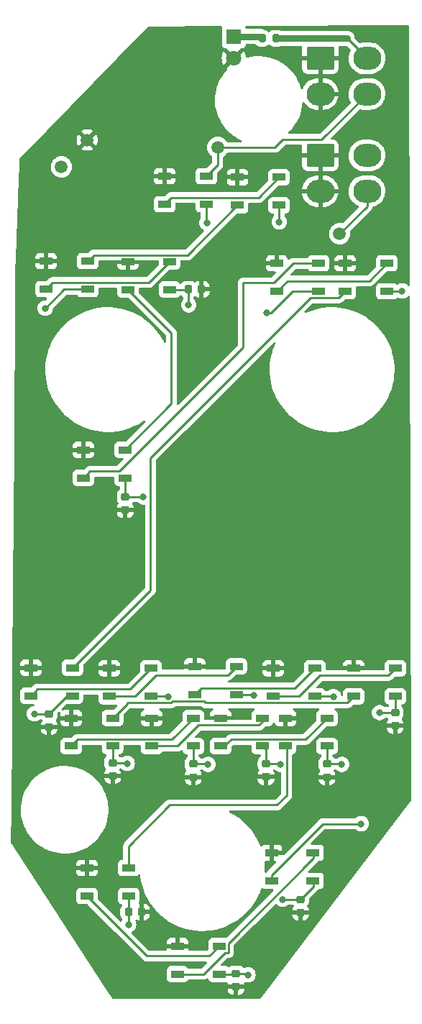
<source format=gbr>
%TF.GenerationSoftware,KiCad,Pcbnew,7.0.1*%
%TF.CreationDate,2023-04-12T19:10:25-08:00*%
%TF.ProjectId,APU ENG CRANK PANEL,41505520-454e-4472-9043-52414e4b2050,4*%
%TF.SameCoordinates,Original*%
%TF.FileFunction,Copper,L1,Top*%
%TF.FilePolarity,Positive*%
%FSLAX46Y46*%
G04 Gerber Fmt 4.6, Leading zero omitted, Abs format (unit mm)*
G04 Created by KiCad (PCBNEW 7.0.1) date 2023-04-12 19:10:25*
%MOMM*%
%LPD*%
G01*
G04 APERTURE LIST*
G04 Aperture macros list*
%AMRoundRect*
0 Rectangle with rounded corners*
0 $1 Rounding radius*
0 $2 $3 $4 $5 $6 $7 $8 $9 X,Y pos of 4 corners*
0 Add a 4 corners polygon primitive as box body*
4,1,4,$2,$3,$4,$5,$6,$7,$8,$9,$2,$3,0*
0 Add four circle primitives for the rounded corners*
1,1,$1+$1,$2,$3*
1,1,$1+$1,$4,$5*
1,1,$1+$1,$6,$7*
1,1,$1+$1,$8,$9*
0 Add four rect primitives between the rounded corners*
20,1,$1+$1,$2,$3,$4,$5,0*
20,1,$1+$1,$4,$5,$6,$7,0*
20,1,$1+$1,$6,$7,$8,$9,0*
20,1,$1+$1,$8,$9,$2,$3,0*%
G04 Aperture macros list end*
%TA.AperFunction,SMDPad,CuDef*%
%ADD10R,1.500000X0.900000*%
%TD*%
%TA.AperFunction,SMDPad,CuDef*%
%ADD11RoundRect,0.200000X-0.200000X-0.275000X0.200000X-0.275000X0.200000X0.275000X-0.200000X0.275000X0*%
%TD*%
%TA.AperFunction,SMDPad,CuDef*%
%ADD12RoundRect,0.225000X0.250000X-0.225000X0.250000X0.225000X-0.250000X0.225000X-0.250000X-0.225000X0*%
%TD*%
%TA.AperFunction,SMDPad,CuDef*%
%ADD13RoundRect,0.225000X0.225000X0.250000X-0.225000X0.250000X-0.225000X-0.250000X0.225000X-0.250000X0*%
%TD*%
%TA.AperFunction,ComponentPad*%
%ADD14C,1.500000*%
%TD*%
%TA.AperFunction,ComponentPad*%
%ADD15RoundRect,0.250001X-1.399999X1.099999X-1.399999X-1.099999X1.399999X-1.099999X1.399999X1.099999X0*%
%TD*%
%TA.AperFunction,ComponentPad*%
%ADD16O,3.300000X2.700000*%
%TD*%
%TA.AperFunction,ComponentPad*%
%ADD17R,1.800000X1.800000*%
%TD*%
%TA.AperFunction,ComponentPad*%
%ADD18C,1.800000*%
%TD*%
%TA.AperFunction,ViaPad*%
%ADD19C,0.800000*%
%TD*%
%TA.AperFunction,Conductor*%
%ADD20C,0.250000*%
%TD*%
%TA.AperFunction,Conductor*%
%ADD21C,0.750000*%
%TD*%
G04 APERTURE END LIST*
D10*
%TO.P,D2,1,VDD*%
%TO.N,+5V*%
X163781400Y-62256600D03*
%TO.P,D2,2,DOUT*%
%TO.N,Net-(D2-DOUT)*%
X163781400Y-65556600D03*
%TO.P,D2,3,VSS*%
%TO.N,GND*%
X168681400Y-65556600D03*
%TO.P,D2,4,DIN*%
%TO.N,DATA IN*%
X168681400Y-62256600D03*
%TD*%
%TO.P,D3,1,VDD*%
%TO.N,+5V*%
X172378200Y-62383400D03*
%TO.P,D3,2,DOUT*%
%TO.N,Net-(D3-DOUT)*%
X172378200Y-65683400D03*
%TO.P,D3,3,VSS*%
%TO.N,GND*%
X177278200Y-65683400D03*
%TO.P,D3,4,DIN*%
%TO.N,Net-(D2-DOUT)*%
X177278200Y-62383400D03*
%TD*%
%TO.P,D4,1,VDD*%
%TO.N,+5V*%
X149834600Y-72263800D03*
%TO.P,D4,2,DOUT*%
%TO.N,Net-(D4-DOUT)*%
X149834600Y-75563800D03*
%TO.P,D4,3,VSS*%
%TO.N,GND*%
X154734600Y-75563800D03*
%TO.P,D4,4,DIN*%
%TO.N,Net-(D3-DOUT)*%
X154734600Y-72263800D03*
%TD*%
%TO.P,D5,1,VDD*%
%TO.N,+5V*%
X159475000Y-72314600D03*
%TO.P,D5,2,DOUT*%
%TO.N,Net-(D5-DOUT)*%
X159475000Y-75614600D03*
%TO.P,D5,3,VSS*%
%TO.N,GND*%
X164375000Y-75614600D03*
%TO.P,D5,4,DIN*%
%TO.N,Net-(D4-DOUT)*%
X164375000Y-72314600D03*
%TD*%
%TO.P,D7,1,VDD*%
%TO.N,+5V*%
X177012600Y-72517800D03*
%TO.P,D7,2,DOUT*%
%TO.N,Net-(D7-DOUT)*%
X177012600Y-75817800D03*
%TO.P,D7,3,VSS*%
%TO.N,GND*%
X181912600Y-75817800D03*
%TO.P,D7,4,DIN*%
%TO.N,/DATA1*%
X181912600Y-72517800D03*
%TD*%
%TO.P,D8,1,VDD*%
%TO.N,+5V*%
X185066600Y-72517800D03*
%TO.P,D8,2,DOUT*%
%TO.N,Net-(D8-DOUT)*%
X185066600Y-75817800D03*
%TO.P,D8,3,VSS*%
%TO.N,GND*%
X189966600Y-75817800D03*
%TO.P,D8,4,DIN*%
%TO.N,Net-(D7-DOUT)*%
X189966600Y-72517800D03*
%TD*%
%TO.P,D9,1,VDD*%
%TO.N,+5V*%
X148031200Y-120142000D03*
%TO.P,D9,2,DOUT*%
%TO.N,Net-(D10-DIN)*%
X148031200Y-123442000D03*
%TO.P,D9,3,VSS*%
%TO.N,GND*%
X152931200Y-123442000D03*
%TO.P,D9,4,DIN*%
%TO.N,Net-(D8-DOUT)*%
X152931200Y-120142000D03*
%TD*%
%TO.P,D10,1,VDD*%
%TO.N,+5V*%
X157276800Y-120192800D03*
%TO.P,D10,2,DOUT*%
%TO.N,Net-(D10-DOUT)*%
X157276800Y-123492800D03*
%TO.P,D10,3,VSS*%
%TO.N,GND*%
X162176800Y-123492800D03*
%TO.P,D10,4,DIN*%
%TO.N,Net-(D10-DIN)*%
X162176800Y-120192800D03*
%TD*%
%TO.P,D11,1,VDD*%
%TO.N,+5V*%
X167335200Y-119989600D03*
%TO.P,D11,2,DOUT*%
%TO.N,Net-(D11-DOUT)*%
X167335200Y-123289600D03*
%TO.P,D11,3,VSS*%
%TO.N,GND*%
X172235200Y-123289600D03*
%TO.P,D11,4,DIN*%
%TO.N,Net-(D10-DOUT)*%
X172235200Y-119989600D03*
%TD*%
%TO.P,D12,1,VDD*%
%TO.N,+5V*%
X176580800Y-120192800D03*
%TO.P,D12,2,DOUT*%
%TO.N,Net-(D12-DOUT)*%
X176580800Y-123492800D03*
%TO.P,D12,3,VSS*%
%TO.N,GND*%
X181480800Y-123492800D03*
%TO.P,D12,4,DIN*%
%TO.N,Net-(D11-DOUT)*%
X181480800Y-120192800D03*
%TD*%
%TO.P,D13,1,VDD*%
%TO.N,+5V*%
X186080400Y-120192800D03*
%TO.P,D13,2,DOUT*%
%TO.N,/DATA2*%
X186080400Y-123492800D03*
%TO.P,D13,3,VSS*%
%TO.N,GND*%
X190980400Y-123492800D03*
%TO.P,D13,4,DIN*%
%TO.N,Net-(D12-DOUT)*%
X190980400Y-120192800D03*
%TD*%
%TO.P,D14,1,VDD*%
%TO.N,+5V*%
X152769400Y-126061200D03*
%TO.P,D14,2,DOUT*%
%TO.N,Net-(D14-DOUT)*%
X152769400Y-129361200D03*
%TO.P,D14,3,VSS*%
%TO.N,GND*%
X157669400Y-129361200D03*
%TO.P,D14,4,DIN*%
%TO.N,/DATA2*%
X157669400Y-126061200D03*
%TD*%
%TO.P,D15,1,VDD*%
%TO.N,+5V*%
X162269000Y-126061200D03*
%TO.P,D15,2,DOUT*%
%TO.N,Net-(D15-DOUT)*%
X162269000Y-129361200D03*
%TO.P,D15,3,VSS*%
%TO.N,GND*%
X167169000Y-129361200D03*
%TO.P,D15,4,DIN*%
%TO.N,Net-(D14-DOUT)*%
X167169000Y-126061200D03*
%TD*%
%TO.P,D16,1,VDD*%
%TO.N,+5V*%
X170397000Y-126061200D03*
%TO.P,D16,2,DOUT*%
%TO.N,Net-(D16-DOUT)*%
X170397000Y-129361200D03*
%TO.P,D16,3,VSS*%
%TO.N,GND*%
X175297000Y-129361200D03*
%TO.P,D16,4,DIN*%
%TO.N,Net-(D15-DOUT)*%
X175297000Y-126061200D03*
%TD*%
%TO.P,D17,1,VDD*%
%TO.N,+5V*%
X178017000Y-126061200D03*
%TO.P,D17,2,DOUT*%
%TO.N,/DATA3*%
X178017000Y-129361200D03*
%TO.P,D17,3,VSS*%
%TO.N,GND*%
X182917000Y-129361200D03*
%TO.P,D17,4,DIN*%
%TO.N,Net-(D16-DOUT)*%
X182917000Y-126061200D03*
%TD*%
%TO.P,D20,1,VDD*%
%TO.N,+5V*%
X176366000Y-141936200D03*
%TO.P,D20,2,DOUT*%
%TO.N,DATA OUT*%
X176366000Y-145236200D03*
%TO.P,D20,3,VSS*%
%TO.N,GND*%
X181266000Y-145236200D03*
%TO.P,D20,4,DIN*%
%TO.N,Net-(D19-DOUT)*%
X181266000Y-141936200D03*
%TD*%
%TO.P,D18,1,VDD*%
%TO.N,+5V*%
X154649000Y-143714200D03*
%TO.P,D18,2,DOUT*%
%TO.N,Net-(D18-DOUT)*%
X154649000Y-147014200D03*
%TO.P,D18,3,VSS*%
%TO.N,GND*%
X159549000Y-147014200D03*
%TO.P,D18,4,DIN*%
%TO.N,/DATA3*%
X159549000Y-143714200D03*
%TD*%
%TO.P,D19,1,VDD*%
%TO.N,+5V*%
X165317000Y-152909000D03*
%TO.P,D19,2,DOUT*%
%TO.N,Net-(D19-DOUT)*%
X165317000Y-156209000D03*
%TO.P,D19,3,VSS*%
%TO.N,GND*%
X170217000Y-156209000D03*
%TO.P,D19,4,DIN*%
%TO.N,Net-(D18-DOUT)*%
X170217000Y-152909000D03*
%TD*%
%TO.P,D6,1,VDD*%
%TO.N,+5V*%
X154242600Y-94489000D03*
%TO.P,D6,2,DOUT*%
%TO.N,/DATA1*%
X154242600Y-97789000D03*
%TO.P,D6,3,VSS*%
%TO.N,GND*%
X159142600Y-97789000D03*
%TO.P,D6,4,DIN*%
%TO.N,Net-(D5-DOUT)*%
X159142600Y-94489000D03*
%TD*%
D11*
%TO.P,R1,1*%
%TO.N,Net-(D1-K)*%
X175265700Y-46029900D03*
%TO.P,R1,2*%
%TO.N,GND*%
X176915700Y-46029900D03*
%TD*%
D12*
%TO.P,C11,1*%
%TO.N,+5V*%
X172186600Y-157703900D03*
%TO.P,C11,2*%
%TO.N,GND*%
X172186600Y-156153900D03*
%TD*%
D13*
%TO.P,C10,1*%
%TO.N,+5V*%
X161093700Y-148892500D03*
%TO.P,C10,2*%
%TO.N,GND*%
X159543700Y-148892500D03*
%TD*%
D12*
%TO.P,C12,1*%
%TO.N,+5V*%
X179804100Y-148961200D03*
%TO.P,C12,2*%
%TO.N,GND*%
X179804100Y-147411200D03*
%TD*%
%TO.P,C6,1*%
%TO.N,+5V*%
X157670500Y-132867700D03*
%TO.P,C6,2*%
%TO.N,GND*%
X157670500Y-131317700D03*
%TD*%
%TO.P,C7,1*%
%TO.N,+5V*%
X167159900Y-133007400D03*
%TO.P,C7,2*%
%TO.N,GND*%
X167159900Y-131457400D03*
%TD*%
%TO.P,C8,1*%
%TO.N,+5V*%
X175740100Y-132987100D03*
%TO.P,C8,2*%
%TO.N,GND*%
X175740100Y-131437100D03*
%TD*%
%TO.P,C9,1*%
%TO.N,+5V*%
X182915600Y-133012600D03*
%TO.P,C9,2*%
%TO.N,GND*%
X182915600Y-131462600D03*
%TD*%
%TO.P,C5,1*%
%TO.N,+5V*%
X150187700Y-127104500D03*
%TO.P,C5,2*%
%TO.N,GND*%
X150187700Y-125554500D03*
%TD*%
%TO.P,C4,1*%
%TO.N,+5V*%
X190934300Y-126972400D03*
%TO.P,C4,2*%
%TO.N,GND*%
X190934300Y-125422400D03*
%TD*%
%TO.P,C3,1*%
%TO.N,+5V*%
X159158900Y-101562200D03*
%TO.P,C3,2*%
%TO.N,GND*%
X159158900Y-100012200D03*
%TD*%
D13*
%TO.P,C2,1*%
%TO.N,+5V*%
X168135600Y-75572600D03*
%TO.P,C2,2*%
%TO.N,GND*%
X166585600Y-75572600D03*
%TD*%
D14*
%TO.P,TP3,1,1*%
%TO.N,GND*%
X151638000Y-61163200D03*
%TD*%
%TO.P,TP1,1,1*%
%TO.N,+5V*%
X154686000Y-57988200D03*
%TD*%
%TO.P,TP4,1,1*%
%TO.N,DATA OUT*%
X184404000Y-69037200D03*
%TD*%
%TO.P,TP2,1,1*%
%TO.N,DATA IN*%
X170053000Y-58877200D03*
%TD*%
D15*
%TO.P,J2,1,Pin_1*%
%TO.N,+5V*%
X182128200Y-59824600D03*
D16*
%TO.P,J2,2,Pin_3*%
X182128200Y-64024600D03*
%TO.P,J2,3,Pin_2*%
%TO.N,GND*%
X187628200Y-59824600D03*
%TO.P,J2,4,Pin_4*%
%TO.N,DATA OUT*%
X187628200Y-64024600D03*
%TD*%
D17*
%TO.P,D1,1,K*%
%TO.N,Net-(D1-K)*%
X171932600Y-45816600D03*
D18*
%TO.P,D1,2,A*%
%TO.N,+5V*%
X171932600Y-48356600D03*
%TD*%
D15*
%TO.P,J1,1,Pin_1*%
%TO.N,+5V*%
X182128200Y-48381900D03*
D16*
%TO.P,J1,2,Pin_3*%
X182128200Y-52581900D03*
%TO.P,J1,3,Pin_2*%
%TO.N,GND*%
X187628200Y-48381900D03*
%TO.P,J1,4,Pin_4*%
%TO.N,DATA IN*%
X187628200Y-52581900D03*
%TD*%
D19*
%TO.N,GND*%
X177419000Y-131521200D03*
X159385000Y-131394200D03*
X191770000Y-75768200D03*
X168910000Y-131521200D03*
X177292000Y-67640200D03*
X149733000Y-77800200D03*
X166624000Y-77419200D03*
X164248000Y-123544600D03*
X148463000Y-125552200D03*
X161290000Y-100025200D03*
X177673000Y-147396200D03*
X159543700Y-150362900D03*
X183679000Y-123544600D03*
X184658000Y-131521200D03*
X189103000Y-125425200D03*
X174281000Y-123417600D03*
X173609000Y-156286200D03*
X175844200Y-78384400D03*
X168783000Y-67767200D03*
%TO.N,DATA OUT*%
X186944000Y-138506200D03*
%TD*%
D20*
%TO.N,Net-(D2-DOUT)*%
X174880000Y-64781600D02*
X177278200Y-62383400D01*
X164556400Y-64781600D02*
X174880000Y-64781600D01*
X163781400Y-65556600D02*
X164556400Y-64781600D01*
%TO.N,Net-(D3-DOUT)*%
X155458800Y-71539600D02*
X154734600Y-72263800D01*
X166522000Y-71539600D02*
X155458800Y-71539600D01*
X172378200Y-65683400D02*
X166522000Y-71539600D01*
%TO.N,Net-(D4-DOUT)*%
X149834600Y-75563800D02*
X150609600Y-74788800D01*
X150609600Y-74788800D02*
X161900800Y-74788800D01*
X161900800Y-74788800D02*
X164375000Y-72314600D01*
%TO.N,Net-(D5-DOUT)*%
X159475000Y-75614600D02*
X164574000Y-80713600D01*
X164574000Y-80713600D02*
X164574000Y-89057600D01*
X164574000Y-89057600D02*
X159142600Y-94489000D01*
%TO.N,Net-(D8-DOUT)*%
X184291600Y-76592800D02*
X180963200Y-76592800D01*
X180963200Y-76592800D02*
X162128200Y-95427800D01*
X162128200Y-111010600D02*
X152894200Y-120244600D01*
X185066600Y-75817800D02*
X184291600Y-76592800D01*
X162128200Y-95427800D02*
X162128200Y-111010600D01*
%TO.N,Net-(D10-DIN)*%
X148031200Y-123442000D02*
X148806200Y-122667000D01*
X148806200Y-122667000D02*
X159702600Y-122667000D01*
X159702600Y-122667000D02*
X162176800Y-120192800D01*
%TO.N,Net-(D10-DOUT)*%
X157276800Y-123492800D02*
X160326800Y-123492800D01*
X171220200Y-121004600D02*
X172235200Y-119989600D01*
X160326800Y-123492800D02*
X162815000Y-121004600D01*
X162815000Y-121004600D02*
X171220200Y-121004600D01*
%TO.N,Net-(D11-DOUT)*%
X179159000Y-122514600D02*
X181480800Y-120192800D01*
X168110200Y-122514600D02*
X179159000Y-122514600D01*
X167335200Y-123289600D02*
X168110200Y-122514600D01*
%TO.N,Net-(D14-DOUT)*%
X152769400Y-129361200D02*
X153544400Y-128586200D01*
X153544400Y-128586200D02*
X164644000Y-128586200D01*
X164644000Y-128586200D02*
X167169000Y-126061200D01*
%TO.N,Net-(D15-DOUT)*%
X167781800Y-126898400D02*
X174917000Y-126898400D01*
X165319000Y-129361200D02*
X167781800Y-126898400D01*
X174917000Y-126898400D02*
X175754200Y-126061200D01*
X162269000Y-129361200D02*
X165319000Y-129361200D01*
%TO.N,GND*%
X175754200Y-129818400D02*
X175754200Y-131423000D01*
X178862600Y-75817800D02*
X176296000Y-78384400D01*
X175297000Y-129361200D02*
X175754200Y-129818400D01*
X170217000Y-156209000D02*
X171953700Y-156209000D01*
X177334900Y-131437100D02*
X177419000Y-131521200D01*
X172008800Y-156153900D02*
X173476700Y-156153900D01*
X190934300Y-125422400D02*
X189105800Y-125422400D01*
X148465300Y-125554500D02*
X148463000Y-125552200D01*
X185276200Y-46029900D02*
X187628200Y-48381900D01*
X166585600Y-75572600D02*
X166585600Y-77380800D01*
X189105800Y-125422400D02*
X189103000Y-125425200D01*
X159158900Y-100012200D02*
X161277000Y-100012200D01*
X183627200Y-123492800D02*
X183679000Y-123544600D01*
X152197600Y-123544600D02*
X150187700Y-125554500D01*
X159543700Y-148892500D02*
X159543700Y-150362900D01*
X189966600Y-75817800D02*
X191720400Y-75817800D01*
X177688000Y-147411200D02*
X177673000Y-147396200D01*
X159308500Y-131317700D02*
X159385000Y-131394200D01*
X159142600Y-97789000D02*
X159142600Y-99995900D01*
X175740100Y-131437100D02*
X177334900Y-131437100D01*
X173476700Y-156153900D02*
X173609000Y-156286200D01*
X157670500Y-131317700D02*
X159308500Y-131317700D01*
X177278200Y-67626400D02*
X177292000Y-67640200D01*
X167169000Y-129361200D02*
X167169000Y-131448300D01*
X179804100Y-147411200D02*
X177688000Y-147411200D01*
X168846200Y-131457400D02*
X168910000Y-131521200D01*
X172235200Y-123289600D02*
X174153000Y-123289600D01*
X161277000Y-100012200D02*
X161290000Y-100025200D01*
X152931200Y-123442000D02*
X152234600Y-123442000D01*
X184599400Y-131462600D02*
X184658000Y-131521200D01*
X162176800Y-123492800D02*
X164196200Y-123492800D01*
X181480800Y-123492800D02*
X183627200Y-123492800D01*
X181342200Y-145439400D02*
X181342200Y-145873100D01*
X154734600Y-75563800D02*
X151969400Y-75563800D01*
X166585600Y-77380800D02*
X166624000Y-77419200D01*
X167159900Y-131457400D02*
X168846200Y-131457400D01*
X190943400Y-123595400D02*
X190943400Y-125413300D01*
X182917000Y-129361200D02*
X182917000Y-131461200D01*
X150187700Y-125554500D02*
X148465300Y-125554500D01*
X164375000Y-75614600D02*
X166543600Y-75614600D01*
X191720400Y-75817800D02*
X191770000Y-75768200D01*
D21*
X176915700Y-46029900D02*
X185276200Y-46029900D01*
D20*
X168681400Y-65556600D02*
X168681400Y-67665600D01*
X164196200Y-123492800D02*
X164248000Y-123544600D01*
X168681400Y-67665600D02*
X168783000Y-67767200D01*
X159549000Y-147014200D02*
X159549000Y-148887200D01*
X151969400Y-75563800D02*
X149733000Y-77800200D01*
X182915600Y-131462600D02*
X184599400Y-131462600D01*
X181342200Y-145873100D02*
X179804100Y-147411200D01*
X181912600Y-75817800D02*
X178862600Y-75817800D01*
X174153000Y-123289600D02*
X174281000Y-123417600D01*
X157669400Y-129361200D02*
X157669400Y-131316600D01*
X177278200Y-65683400D02*
X177278200Y-67626400D01*
X176296000Y-78384400D02*
X175844200Y-78384400D01*
%TO.N,Net-(D1-K)*%
X175052400Y-45816600D02*
X175265700Y-46029900D01*
D21*
X171932600Y-45816600D02*
X175052400Y-45816600D01*
D20*
%TO.N,DATA IN*%
X176750977Y-58877200D02*
X170053000Y-58877200D01*
X187628200Y-52581900D02*
X182272700Y-57937400D01*
X170053000Y-60885000D02*
X168681400Y-62256600D01*
X177690777Y-57937400D02*
X176750977Y-58877200D01*
X170053000Y-58877200D02*
X170053000Y-60885000D01*
X182272700Y-57937400D02*
X177690777Y-57937400D01*
%TO.N,/DATA1*%
X173050200Y-82431400D02*
X158467600Y-97014000D01*
X178942200Y-72517800D02*
X176631600Y-74828400D01*
X155017600Y-97014000D02*
X154242600Y-97789000D01*
X181912600Y-72517800D02*
X178942200Y-72517800D01*
X173050200Y-74828400D02*
X173050200Y-82431400D01*
X176631600Y-74828400D02*
X173050200Y-74828400D01*
X158467600Y-97014000D02*
X155017600Y-97014000D01*
%TO.N,/DATA2*%
X168410200Y-124064600D02*
X164753305Y-124064600D01*
X159358400Y-124372200D02*
X157669400Y-126061200D01*
X186080400Y-123492800D02*
X185303600Y-124269600D01*
X185303600Y-124269600D02*
X168615200Y-124269600D01*
X164753305Y-124064600D02*
X164548305Y-124269600D01*
X168615200Y-124269600D02*
X168410200Y-124064600D01*
X164548305Y-124269600D02*
X159395400Y-124269600D01*
%TO.N,/DATA3*%
X177032700Y-136301700D02*
X164383500Y-136301700D01*
X164383500Y-136301700D02*
X159549000Y-141136200D01*
X159549000Y-141136200D02*
X159549000Y-143714200D01*
X178144000Y-129488200D02*
X178144000Y-135190400D01*
X178144000Y-135190400D02*
X177032700Y-136301700D01*
%TO.N,DATA OUT*%
X176366000Y-144536200D02*
X182396000Y-138506200D01*
X187628200Y-65813000D02*
X187628200Y-64024600D01*
X176366000Y-145236200D02*
X176366000Y-144536200D01*
X184404000Y-69037200D02*
X187628200Y-65813000D01*
X182396000Y-138506200D02*
X186944000Y-138506200D01*
%TO.N,Net-(D7-DOUT)*%
X177012600Y-75817800D02*
X178237600Y-74592800D01*
X178237600Y-74592800D02*
X187891600Y-74592800D01*
X187891600Y-74592800D02*
X189966600Y-72517800D01*
%TO.N,Net-(D12-DOUT)*%
X182093600Y-121030000D02*
X190143200Y-121030000D01*
X179630800Y-123492800D02*
X182093600Y-121030000D01*
X190143200Y-121030000D02*
X190980400Y-120192800D01*
X176580800Y-123492800D02*
X179630800Y-123492800D01*
%TO.N,Net-(D16-DOUT)*%
X180392000Y-128586200D02*
X182917000Y-126061200D01*
X170854200Y-129361200D02*
X171629200Y-128586200D01*
X171629200Y-128586200D02*
X180392000Y-128586200D01*
%TO.N,Net-(D18-DOUT)*%
X161717902Y-154083102D02*
X169042898Y-154083102D01*
X169042898Y-154083102D02*
X170217000Y-152909000D01*
X154649000Y-147014200D02*
X161717902Y-154083102D01*
%TO.N,Net-(D19-DOUT)*%
X165317000Y-156209000D02*
X168367000Y-156209000D01*
X168367000Y-156209000D02*
X170892000Y-153684000D01*
X171292000Y-152583400D02*
X181342200Y-142533200D01*
X170892000Y-153684000D02*
X171292000Y-153684000D01*
X171292000Y-153684000D02*
X171292000Y-152583400D01*
X181342200Y-142533200D02*
X181342200Y-142139400D01*
%TD*%
%TA.AperFunction,Conductor*%
%TO.N,+5V*%
G36*
X192503182Y-44487559D02*
G01*
X192549537Y-44533562D01*
X192566636Y-44596591D01*
X192650836Y-75060147D01*
X192636626Y-75118623D01*
X192596917Y-75163840D01*
X192540766Y-75185484D01*
X192480981Y-75178617D01*
X192431200Y-75144805D01*
X192381254Y-75089335D01*
X192372562Y-75083020D01*
X192226752Y-74977082D01*
X192052288Y-74899406D01*
X191865487Y-74859700D01*
X191674513Y-74859700D01*
X191549979Y-74886170D01*
X191487711Y-74899406D01*
X191313246Y-74977083D01*
X191249257Y-75023574D01*
X191188962Y-75046884D01*
X191125044Y-75037227D01*
X191095499Y-75013878D01*
X191094364Y-75015395D01*
X190962805Y-74916911D01*
X190882557Y-74886980D01*
X190825801Y-74865811D01*
X190765238Y-74859300D01*
X189167962Y-74859300D01*
X189107399Y-74865811D01*
X188970394Y-74916911D01*
X188853338Y-75004538D01*
X188765711Y-75121594D01*
X188724614Y-75231781D01*
X188714611Y-75258599D01*
X188708100Y-75319162D01*
X188708100Y-76316438D01*
X188714611Y-76377001D01*
X188728668Y-76414689D01*
X188765711Y-76514005D01*
X188853338Y-76631061D01*
X188970394Y-76718688D01*
X188970395Y-76718688D01*
X188970396Y-76718689D01*
X189107399Y-76769789D01*
X189167962Y-76776300D01*
X190765238Y-76776300D01*
X190825801Y-76769789D01*
X190962804Y-76718689D01*
X191032660Y-76666395D01*
X191079860Y-76631062D01*
X191079861Y-76631061D01*
X191122427Y-76574198D01*
X191173143Y-76534119D01*
X191237061Y-76524462D01*
X191297354Y-76547770D01*
X191313248Y-76559318D01*
X191487712Y-76636994D01*
X191674513Y-76676700D01*
X191865485Y-76676700D01*
X191865487Y-76676700D01*
X192052288Y-76636994D01*
X192226752Y-76559318D01*
X192381253Y-76447066D01*
X192435101Y-76387261D01*
X192484749Y-76353499D01*
X192544389Y-76346548D01*
X192600474Y-76367988D01*
X192640268Y-76412950D01*
X192654736Y-76471224D01*
X192818316Y-135654402D01*
X192811803Y-135694735D01*
X192792728Y-135730865D01*
X175125364Y-159037815D01*
X175081012Y-159074542D01*
X175024952Y-159087700D01*
X157692645Y-159087700D01*
X157632594Y-159072469D01*
X157587060Y-159030460D01*
X156888581Y-157957900D01*
X171203600Y-157957900D01*
X171203600Y-157977739D01*
X171213856Y-158078139D01*
X171267752Y-158240785D01*
X171357711Y-158386631D01*
X171478868Y-158507788D01*
X171624714Y-158597747D01*
X171787360Y-158651643D01*
X171887761Y-158661900D01*
X171932600Y-158661900D01*
X171932600Y-157957900D01*
X172440600Y-157957900D01*
X172440600Y-158661900D01*
X172485439Y-158661900D01*
X172585839Y-158651643D01*
X172748485Y-158597747D01*
X172894331Y-158507788D01*
X173015488Y-158386631D01*
X173105447Y-158240785D01*
X173159343Y-158078139D01*
X173169600Y-157977739D01*
X173169600Y-157957900D01*
X172440600Y-157957900D01*
X171932600Y-157957900D01*
X171203600Y-157957900D01*
X156888581Y-157957900D01*
X147778122Y-143968200D01*
X153391000Y-143968200D01*
X153391000Y-144212789D01*
X153397505Y-144273293D01*
X153448554Y-144410162D01*
X153536095Y-144527104D01*
X153653037Y-144614645D01*
X153789906Y-144665694D01*
X153850411Y-144672200D01*
X154395000Y-144672200D01*
X154395000Y-143968200D01*
X154903000Y-143968200D01*
X154903000Y-144672200D01*
X155447589Y-144672200D01*
X155508093Y-144665694D01*
X155644962Y-144614645D01*
X155761904Y-144527104D01*
X155849445Y-144410162D01*
X155900494Y-144273293D01*
X155907000Y-144212789D01*
X155907000Y-143968200D01*
X154903000Y-143968200D01*
X154395000Y-143968200D01*
X153391000Y-143968200D01*
X147778122Y-143968200D01*
X147447299Y-143460200D01*
X153391000Y-143460200D01*
X154395000Y-143460200D01*
X154395000Y-142756200D01*
X154903000Y-142756200D01*
X154903000Y-143460200D01*
X155907000Y-143460200D01*
X155907000Y-143215611D01*
X155900494Y-143155106D01*
X155849445Y-143018237D01*
X155761904Y-142901295D01*
X155644962Y-142813754D01*
X155508093Y-142762705D01*
X155447589Y-142756200D01*
X154903000Y-142756200D01*
X154395000Y-142756200D01*
X153850411Y-142756200D01*
X153789906Y-142762705D01*
X153653037Y-142813754D01*
X153536095Y-142901295D01*
X153448554Y-143018237D01*
X153397505Y-143155106D01*
X153391000Y-143215611D01*
X153391000Y-143460200D01*
X147447299Y-143460200D01*
X145734102Y-140829475D01*
X145718766Y-140796128D01*
X145713690Y-140759779D01*
X145741935Y-136969243D01*
X146864715Y-136969243D01*
X146894965Y-137424346D01*
X146965316Y-137874977D01*
X147075220Y-138317631D01*
X147223816Y-138748840D01*
X147409937Y-139165221D01*
X147409941Y-139165229D01*
X147421007Y-139185066D01*
X147632138Y-139563539D01*
X147632407Y-139563934D01*
X147888668Y-139940652D01*
X148177523Y-140293617D01*
X148177525Y-140293619D01*
X148496441Y-140619671D01*
X148641224Y-140743604D01*
X148833824Y-140908469D01*
X148842936Y-140916268D01*
X149214270Y-141181069D01*
X149214275Y-141181072D01*
X149214278Y-141181074D01*
X149548105Y-141377106D01*
X149607583Y-141412033D01*
X150019737Y-141607315D01*
X150019740Y-141607316D01*
X150019744Y-141607318D01*
X150447560Y-141765417D01*
X150887675Y-141885086D01*
X151336644Y-141965390D01*
X151790953Y-142005700D01*
X152132956Y-142005700D01*
X152132963Y-142005700D01*
X152474648Y-141990571D01*
X152926729Y-141930206D01*
X153371707Y-141830121D01*
X153806097Y-141691101D01*
X153806097Y-141691100D01*
X153806100Y-141691100D01*
X154226500Y-141514234D01*
X154371293Y-141437611D01*
X154629629Y-141300902D01*
X155012325Y-141052778D01*
X155371594Y-140771802D01*
X155704624Y-140460173D01*
X156008810Y-140120330D01*
X156281769Y-139754933D01*
X156521367Y-139366842D01*
X156725728Y-138959094D01*
X156893252Y-138534880D01*
X157022628Y-138097520D01*
X157053073Y-137946646D01*
X157112844Y-137650443D01*
X157114292Y-137637406D01*
X157163195Y-137197131D01*
X157168989Y-136935262D01*
X157173284Y-136741156D01*
X157158137Y-136513269D01*
X157143035Y-136286059D01*
X157102166Y-136024272D01*
X157072683Y-135835422D01*
X156962779Y-135392768D01*
X156814183Y-134961559D01*
X156628062Y-134545178D01*
X156628059Y-134545171D01*
X156405862Y-134146862D01*
X156149332Y-133769748D01*
X155860477Y-133416783D01*
X155806246Y-133361339D01*
X155571852Y-133121700D01*
X156687500Y-133121700D01*
X156687500Y-133141539D01*
X156697756Y-133241939D01*
X156751652Y-133404585D01*
X156841611Y-133550431D01*
X156962768Y-133671588D01*
X157108614Y-133761547D01*
X157271260Y-133815443D01*
X157371661Y-133825700D01*
X157416500Y-133825700D01*
X157416500Y-133121700D01*
X157924500Y-133121700D01*
X157924500Y-133825700D01*
X157969339Y-133825700D01*
X158069739Y-133815443D01*
X158232385Y-133761547D01*
X158378231Y-133671588D01*
X158499388Y-133550431D01*
X158589347Y-133404585D01*
X158636794Y-133261400D01*
X166176900Y-133261400D01*
X166176900Y-133281239D01*
X166187156Y-133381639D01*
X166241052Y-133544285D01*
X166331011Y-133690131D01*
X166452168Y-133811288D01*
X166598014Y-133901247D01*
X166760660Y-133955143D01*
X166861061Y-133965400D01*
X166905900Y-133965400D01*
X166905900Y-133261400D01*
X167413900Y-133261400D01*
X167413900Y-133965400D01*
X167458739Y-133965400D01*
X167559139Y-133955143D01*
X167721785Y-133901247D01*
X167867631Y-133811288D01*
X167988788Y-133690131D01*
X168078747Y-133544285D01*
X168132643Y-133381639D01*
X168142900Y-133281239D01*
X168142900Y-133261400D01*
X167413900Y-133261400D01*
X166905900Y-133261400D01*
X166176900Y-133261400D01*
X158636794Y-133261400D01*
X158643243Y-133241939D01*
X158643329Y-133241100D01*
X174757100Y-133241100D01*
X174757100Y-133260939D01*
X174767356Y-133361339D01*
X174821252Y-133523985D01*
X174911211Y-133669831D01*
X175032368Y-133790988D01*
X175178214Y-133880947D01*
X175340860Y-133934843D01*
X175441261Y-133945100D01*
X175486100Y-133945100D01*
X175486100Y-133241100D01*
X175994100Y-133241100D01*
X175994100Y-133945100D01*
X176038939Y-133945100D01*
X176139339Y-133934843D01*
X176301985Y-133880947D01*
X176447831Y-133790988D01*
X176568988Y-133669831D01*
X176658947Y-133523985D01*
X176712843Y-133361339D01*
X176723100Y-133260939D01*
X176723100Y-133241100D01*
X175994100Y-133241100D01*
X175486100Y-133241100D01*
X174757100Y-133241100D01*
X158643329Y-133241100D01*
X158653500Y-133141539D01*
X158653500Y-133121700D01*
X157924500Y-133121700D01*
X157416500Y-133121700D01*
X156687500Y-133121700D01*
X155571852Y-133121700D01*
X155541558Y-133090728D01*
X155195063Y-132794131D01*
X154823729Y-132529330D01*
X154430416Y-132298366D01*
X154018262Y-132103084D01*
X153590442Y-131944983D01*
X153258771Y-131854801D01*
X153150325Y-131825314D01*
X152764790Y-131756356D01*
X152701351Y-131745009D01*
X152309533Y-131710244D01*
X152247047Y-131704700D01*
X151905037Y-131704700D01*
X151563352Y-131719829D01*
X151111271Y-131780194D01*
X151111265Y-131780195D01*
X151111267Y-131780195D01*
X150666292Y-131880278D01*
X150231899Y-132019299D01*
X149811499Y-132196165D01*
X149408369Y-132409498D01*
X149025675Y-132657621D01*
X148666409Y-132938595D01*
X148333378Y-133250224D01*
X148029184Y-133590076D01*
X147756235Y-133955460D01*
X147516632Y-134343559D01*
X147312271Y-134751307D01*
X147144749Y-135175517D01*
X147015369Y-135612889D01*
X146925155Y-136059956D01*
X146874804Y-136513272D01*
X146864715Y-136969243D01*
X145741935Y-136969243D01*
X145813550Y-127358500D01*
X149204700Y-127358500D01*
X149204700Y-127378339D01*
X149214956Y-127478739D01*
X149268852Y-127641385D01*
X149358811Y-127787231D01*
X149479968Y-127908388D01*
X149625814Y-127998347D01*
X149788460Y-128052243D01*
X149888861Y-128062500D01*
X149933700Y-128062500D01*
X149933700Y-127358500D01*
X150441700Y-127358500D01*
X150441700Y-128062500D01*
X150486539Y-128062500D01*
X150586939Y-128052243D01*
X150749585Y-127998347D01*
X150895431Y-127908388D01*
X151016588Y-127787231D01*
X151106547Y-127641385D01*
X151160443Y-127478739D01*
X151170700Y-127378339D01*
X151170700Y-127358500D01*
X150441700Y-127358500D01*
X149933700Y-127358500D01*
X149204700Y-127358500D01*
X145813550Y-127358500D01*
X145839019Y-123940638D01*
X146772700Y-123940638D01*
X146779211Y-124001200D01*
X146830311Y-124138205D01*
X146917938Y-124255261D01*
X147034994Y-124342888D01*
X147034995Y-124342888D01*
X147034996Y-124342889D01*
X147171999Y-124393989D01*
X147232562Y-124400500D01*
X148312870Y-124400500D01*
X148372023Y-124415249D01*
X148417329Y-124456042D01*
X148438180Y-124513329D01*
X148429695Y-124573700D01*
X148393861Y-124623022D01*
X148339069Y-124649745D01*
X148223058Y-124674404D01*
X148180711Y-124683406D01*
X148064814Y-124735007D01*
X148037938Y-124746973D01*
X148006246Y-124761083D01*
X147851747Y-124873333D01*
X147723958Y-125015257D01*
X147628472Y-125180643D01*
X147569458Y-125362270D01*
X147549496Y-125552200D01*
X147569458Y-125742129D01*
X147628472Y-125923756D01*
X147723958Y-126089142D01*
X147792383Y-126165136D01*
X147851747Y-126231066D01*
X148006248Y-126343318D01*
X148180712Y-126420994D01*
X148367513Y-126460700D01*
X148558485Y-126460700D01*
X148558487Y-126460700D01*
X148745288Y-126420994D01*
X148919752Y-126343318D01*
X149074253Y-126231066D01*
X149075493Y-126229688D01*
X149117881Y-126198893D01*
X149169129Y-126188000D01*
X149257535Y-126188000D01*
X149318933Y-126203972D01*
X149345613Y-126229507D01*
X149347998Y-126227123D01*
X149358413Y-126237538D01*
X149358415Y-126237540D01*
X149361630Y-126240755D01*
X149394242Y-126297236D01*
X149394245Y-126362459D01*
X149361636Y-126418944D01*
X149358811Y-126421769D01*
X149268852Y-126567614D01*
X149214956Y-126730260D01*
X149204700Y-126830661D01*
X149204700Y-126850500D01*
X151170700Y-126850500D01*
X151170700Y-126830661D01*
X151160443Y-126730260D01*
X151106547Y-126567614D01*
X151016588Y-126421768D01*
X151013767Y-126418947D01*
X150981155Y-126362460D01*
X150981156Y-126315200D01*
X151511400Y-126315200D01*
X151511400Y-126559789D01*
X151517905Y-126620293D01*
X151568954Y-126757162D01*
X151656495Y-126874104D01*
X151773437Y-126961645D01*
X151910306Y-127012694D01*
X151970811Y-127019200D01*
X152515400Y-127019200D01*
X152515400Y-126315200D01*
X153023400Y-126315200D01*
X153023400Y-127019200D01*
X153567989Y-127019200D01*
X153628493Y-127012694D01*
X153765362Y-126961645D01*
X153882304Y-126874104D01*
X153969845Y-126757162D01*
X154020894Y-126620293D01*
X154027400Y-126559789D01*
X154027400Y-126315200D01*
X153023400Y-126315200D01*
X152515400Y-126315200D01*
X151511400Y-126315200D01*
X150981156Y-126315200D01*
X150981157Y-126297235D01*
X151013770Y-126240754D01*
X151016985Y-126237540D01*
X151107002Y-126091601D01*
X151160936Y-125928836D01*
X151171200Y-125828372D01*
X151171200Y-125519094D01*
X151180791Y-125470876D01*
X151208101Y-125430002D01*
X151335520Y-125302583D01*
X151394323Y-125269376D01*
X151461832Y-125271304D01*
X151518648Y-125307817D01*
X151548447Y-125368424D01*
X151542668Y-125435712D01*
X151517905Y-125502104D01*
X151511400Y-125562611D01*
X151511400Y-125807200D01*
X152515400Y-125807200D01*
X152515400Y-125103200D01*
X153023400Y-125103200D01*
X153023400Y-125807200D01*
X154027400Y-125807200D01*
X154027400Y-125562611D01*
X154020894Y-125502106D01*
X153969845Y-125365237D01*
X153882304Y-125248295D01*
X153765362Y-125160754D01*
X153628493Y-125109705D01*
X153567989Y-125103200D01*
X153023400Y-125103200D01*
X152515400Y-125103200D01*
X151970811Y-125103200D01*
X151910304Y-125109705D01*
X151843913Y-125134467D01*
X151776624Y-125140246D01*
X151716017Y-125110447D01*
X151679505Y-125053631D01*
X151677577Y-124986122D01*
X151710783Y-124927320D01*
X152200702Y-124437402D01*
X152241577Y-124410091D01*
X152289795Y-124400500D01*
X153729838Y-124400500D01*
X153790401Y-124393989D01*
X153927404Y-124342889D01*
X154044461Y-124255261D01*
X154132089Y-124138204D01*
X154183189Y-124001201D01*
X154189700Y-123940638D01*
X154189700Y-123426500D01*
X154206581Y-123363500D01*
X154252700Y-123317381D01*
X154315700Y-123300500D01*
X155892300Y-123300500D01*
X155955300Y-123317381D01*
X156001419Y-123363500D01*
X156018300Y-123426500D01*
X156018300Y-123991438D01*
X156019349Y-124001200D01*
X156024811Y-124052000D01*
X156075911Y-124189005D01*
X156163538Y-124306061D01*
X156280594Y-124393688D01*
X156280595Y-124393688D01*
X156280596Y-124393689D01*
X156417599Y-124444789D01*
X156478162Y-124451300D01*
X158079204Y-124451300D01*
X158136407Y-124465033D01*
X158181140Y-124503239D01*
X158203653Y-124557589D01*
X158199037Y-124616236D01*
X158168299Y-124666395D01*
X157768899Y-125065795D01*
X157728022Y-125093109D01*
X157679804Y-125102700D01*
X156870762Y-125102700D01*
X156810199Y-125109211D01*
X156673194Y-125160311D01*
X156556138Y-125247938D01*
X156468511Y-125364994D01*
X156417411Y-125501999D01*
X156410900Y-125562562D01*
X156410900Y-126559838D01*
X156417411Y-126620400D01*
X156468511Y-126757405D01*
X156556138Y-126874461D01*
X156673194Y-126962088D01*
X156673195Y-126962088D01*
X156673196Y-126962089D01*
X156810199Y-127013189D01*
X156870762Y-127019700D01*
X158468038Y-127019700D01*
X158528601Y-127013189D01*
X158665604Y-126962089D01*
X158782661Y-126874461D01*
X158870289Y-126757404D01*
X158921389Y-126620401D01*
X158927900Y-126559838D01*
X158927900Y-126315200D01*
X161011000Y-126315200D01*
X161011000Y-126559789D01*
X161017505Y-126620293D01*
X161068554Y-126757162D01*
X161156095Y-126874104D01*
X161273037Y-126961645D01*
X161409906Y-127012694D01*
X161470411Y-127019200D01*
X162015000Y-127019200D01*
X162015000Y-126315200D01*
X162523000Y-126315200D01*
X162523000Y-127019200D01*
X163067589Y-127019200D01*
X163128093Y-127012694D01*
X163264962Y-126961645D01*
X163381904Y-126874104D01*
X163469445Y-126757162D01*
X163520494Y-126620293D01*
X163527000Y-126559789D01*
X163527000Y-126315200D01*
X162523000Y-126315200D01*
X162015000Y-126315200D01*
X161011000Y-126315200D01*
X158927900Y-126315200D01*
X158927900Y-125750794D01*
X158937491Y-125702576D01*
X158964805Y-125661699D01*
X159686499Y-124940005D01*
X159727376Y-124912691D01*
X159775594Y-124903100D01*
X161265464Y-124903100D01*
X161332064Y-124922140D01*
X161378536Y-124973506D01*
X161390835Y-125041674D01*
X161365244Y-125106042D01*
X161309496Y-125147156D01*
X161273037Y-125160754D01*
X161156095Y-125248295D01*
X161068554Y-125365237D01*
X161017505Y-125502106D01*
X161011000Y-125562611D01*
X161011000Y-125807200D01*
X163527000Y-125807200D01*
X163527000Y-125562611D01*
X163520494Y-125502106D01*
X163469445Y-125365237D01*
X163381904Y-125248295D01*
X163264962Y-125160754D01*
X163228504Y-125147156D01*
X163172756Y-125106042D01*
X163147165Y-125041674D01*
X163159464Y-124973506D01*
X163205936Y-124922140D01*
X163272536Y-124903100D01*
X164464452Y-124903100D01*
X164485240Y-124905395D01*
X164488212Y-124905301D01*
X164488214Y-124905302D01*
X164556290Y-124903162D01*
X164560250Y-124903100D01*
X164588157Y-124903100D01*
X164588161Y-124903100D01*
X164592170Y-124902593D01*
X164604004Y-124901661D01*
X164648194Y-124900273D01*
X164667643Y-124894621D01*
X164687003Y-124890612D01*
X164707102Y-124888074D01*
X164748220Y-124871793D01*
X164759422Y-124867957D01*
X164801898Y-124855618D01*
X164819344Y-124845299D01*
X164837085Y-124836609D01*
X164855922Y-124829152D01*
X164891697Y-124803158D01*
X164901608Y-124796648D01*
X164939667Y-124774142D01*
X164953996Y-124759812D01*
X164969018Y-124746981D01*
X164985412Y-124735072D01*
X164985413Y-124735069D01*
X164998292Y-124725714D01*
X164999448Y-124727305D01*
X165021637Y-124710093D01*
X165075288Y-124698100D01*
X168095604Y-124698100D01*
X168143824Y-124707692D01*
X168184702Y-124735007D01*
X168195430Y-124745735D01*
X168198624Y-124748213D01*
X168207635Y-124755908D01*
X168239879Y-124786186D01*
X168257626Y-124795942D01*
X168274150Y-124806796D01*
X168290159Y-124819214D01*
X168330742Y-124836775D01*
X168341393Y-124841993D01*
X168380140Y-124863295D01*
X168399760Y-124868332D01*
X168418467Y-124874737D01*
X168425080Y-124877598D01*
X168437054Y-124882781D01*
X168447705Y-124884467D01*
X168480730Y-124889698D01*
X168492325Y-124892098D01*
X168535170Y-124903100D01*
X168555424Y-124903100D01*
X168575134Y-124904651D01*
X168595142Y-124907820D01*
X168595142Y-124907819D01*
X168595143Y-124907820D01*
X168639161Y-124903658D01*
X168651019Y-124903100D01*
X169393464Y-124903100D01*
X169460064Y-124922140D01*
X169506536Y-124973506D01*
X169518835Y-125041674D01*
X169493244Y-125106042D01*
X169437496Y-125147156D01*
X169401037Y-125160754D01*
X169284095Y-125248295D01*
X169196554Y-125365237D01*
X169145505Y-125502106D01*
X169139000Y-125562611D01*
X169139000Y-125807200D01*
X171655000Y-125807200D01*
X171655000Y-125562611D01*
X171648494Y-125502106D01*
X171597445Y-125365237D01*
X171509904Y-125248295D01*
X171392962Y-125160754D01*
X171356504Y-125147156D01*
X171300756Y-125106042D01*
X171275165Y-125041674D01*
X171287464Y-124973506D01*
X171333936Y-124922140D01*
X171400536Y-124903100D01*
X174292033Y-124903100D01*
X174358633Y-124922140D01*
X174405105Y-124973506D01*
X174417404Y-125041674D01*
X174391813Y-125106042D01*
X174336065Y-125147156D01*
X174300794Y-125160311D01*
X174183738Y-125247938D01*
X174096111Y-125364994D01*
X174045011Y-125501999D01*
X174038500Y-125562562D01*
X174038500Y-126138900D01*
X174021619Y-126201900D01*
X173975500Y-126248019D01*
X173912500Y-126264900D01*
X168553500Y-126264900D01*
X168490500Y-126248019D01*
X168444381Y-126201900D01*
X168427500Y-126138900D01*
X168427500Y-125562562D01*
X168426386Y-125552200D01*
X168420989Y-125501999D01*
X168369889Y-125364996D01*
X168367850Y-125362272D01*
X168282261Y-125247938D01*
X168165205Y-125160311D01*
X168095914Y-125134467D01*
X168028201Y-125109211D01*
X167967638Y-125102700D01*
X166370362Y-125102700D01*
X166309799Y-125109211D01*
X166172794Y-125160311D01*
X166055738Y-125247938D01*
X165968111Y-125364994D01*
X165917011Y-125501999D01*
X165910500Y-125562562D01*
X165910500Y-126371605D01*
X165900909Y-126419823D01*
X165873595Y-126460700D01*
X164418500Y-127915795D01*
X164377623Y-127943109D01*
X164329405Y-127952700D01*
X153628254Y-127952700D01*
X153607464Y-127950404D01*
X153536402Y-127952638D01*
X153532444Y-127952700D01*
X153504542Y-127952700D01*
X153500534Y-127953206D01*
X153488713Y-127954136D01*
X153444509Y-127955525D01*
X153425053Y-127961178D01*
X153405701Y-127965186D01*
X153385600Y-127967726D01*
X153344494Y-127984000D01*
X153333270Y-127987843D01*
X153290805Y-128000181D01*
X153273360Y-128010497D01*
X153255617Y-128019189D01*
X153236784Y-128026646D01*
X153201016Y-128052633D01*
X153191097Y-128059149D01*
X153153036Y-128081658D01*
X153138711Y-128095983D01*
X153123684Y-128108817D01*
X153107294Y-128120725D01*
X153079106Y-128154798D01*
X153071119Y-128163575D01*
X152868901Y-128365795D01*
X152828023Y-128393109D01*
X152779805Y-128402700D01*
X151970762Y-128402700D01*
X151910199Y-128409211D01*
X151773194Y-128460311D01*
X151656138Y-128547938D01*
X151568511Y-128664994D01*
X151517411Y-128801998D01*
X151517411Y-128801999D01*
X151510900Y-128862562D01*
X151510900Y-129859838D01*
X151517411Y-129920401D01*
X151532013Y-129959550D01*
X151568511Y-130057405D01*
X151656138Y-130174461D01*
X151773194Y-130262088D01*
X151773195Y-130262088D01*
X151773196Y-130262089D01*
X151910199Y-130313189D01*
X151970762Y-130319700D01*
X153568038Y-130319700D01*
X153628601Y-130313189D01*
X153765604Y-130262089D01*
X153882661Y-130174461D01*
X153970289Y-130057404D01*
X154021389Y-129920401D01*
X154027900Y-129859838D01*
X154027900Y-129345700D01*
X154044781Y-129282700D01*
X154090900Y-129236581D01*
X154153900Y-129219700D01*
X156284900Y-129219700D01*
X156347900Y-129236581D01*
X156394019Y-129282700D01*
X156410900Y-129345700D01*
X156410900Y-129859838D01*
X156417411Y-129920401D01*
X156432013Y-129959550D01*
X156468511Y-130057405D01*
X156556138Y-130174461D01*
X156673194Y-130262088D01*
X156673195Y-130262088D01*
X156673196Y-130262089D01*
X156810199Y-130313189D01*
X156866620Y-130319254D01*
X156931333Y-130345721D01*
X156971974Y-130402613D01*
X156976028Y-130472412D01*
X156942247Y-130533627D01*
X156841215Y-130634658D01*
X156782357Y-130730083D01*
X156751198Y-130780599D01*
X156697264Y-130943364D01*
X156687000Y-131043828D01*
X156687000Y-131591572D01*
X156697264Y-131692036D01*
X156751198Y-131854801D01*
X156841215Y-132000740D01*
X156844430Y-132003955D01*
X156877042Y-132060436D01*
X156877045Y-132125659D01*
X156844436Y-132182144D01*
X156841611Y-132184969D01*
X156751652Y-132330814D01*
X156697756Y-132493460D01*
X156687500Y-132593861D01*
X156687500Y-132613700D01*
X158653500Y-132613700D01*
X158653500Y-132593861D01*
X158643243Y-132493460D01*
X158589347Y-132330814D01*
X158499388Y-132184968D01*
X158496567Y-132182147D01*
X158463955Y-132125660D01*
X158463957Y-132060435D01*
X158496570Y-132003954D01*
X158499785Y-132000740D01*
X158499787Y-132000736D01*
X158510205Y-131990320D01*
X158512589Y-131992704D01*
X158539267Y-131967172D01*
X158600665Y-131951200D01*
X158607919Y-131951200D01*
X158659168Y-131962093D01*
X158701555Y-131992889D01*
X158707689Y-131999701D01*
X158773747Y-132073066D01*
X158928248Y-132185318D01*
X159102712Y-132262994D01*
X159289513Y-132302700D01*
X159480485Y-132302700D01*
X159480487Y-132302700D01*
X159667288Y-132262994D01*
X159841752Y-132185318D01*
X159996253Y-132073066D01*
X160124040Y-131931144D01*
X160219527Y-131765756D01*
X160278542Y-131584128D01*
X160298504Y-131394200D01*
X160278542Y-131204272D01*
X160232563Y-131062764D01*
X160219527Y-131022643D01*
X160124041Y-130857257D01*
X159996252Y-130715333D01*
X159858235Y-130615058D01*
X159841752Y-130603082D01*
X159667288Y-130525406D01*
X159480487Y-130485700D01*
X159289513Y-130485700D01*
X159185457Y-130507818D01*
X159102711Y-130525406D01*
X158928246Y-130603083D01*
X158849720Y-130660136D01*
X158814595Y-130678033D01*
X158775659Y-130684200D01*
X158600665Y-130684200D01*
X158539267Y-130668228D01*
X158512582Y-130642689D01*
X158510199Y-130645073D01*
X158398540Y-130533414D01*
X158364758Y-130472200D01*
X158368812Y-130402401D01*
X158409453Y-130345508D01*
X158474165Y-130319041D01*
X158528601Y-130313189D01*
X158665604Y-130262089D01*
X158782661Y-130174461D01*
X158870289Y-130057404D01*
X158921389Y-129920401D01*
X158927900Y-129859838D01*
X158927900Y-129345700D01*
X158944781Y-129282700D01*
X158990900Y-129236581D01*
X159053900Y-129219700D01*
X160884500Y-129219700D01*
X160947500Y-129236581D01*
X160993619Y-129282700D01*
X161010500Y-129345700D01*
X161010500Y-129859838D01*
X161017011Y-129920401D01*
X161031613Y-129959550D01*
X161068111Y-130057405D01*
X161155738Y-130174461D01*
X161272794Y-130262088D01*
X161272795Y-130262088D01*
X161272796Y-130262089D01*
X161409799Y-130313189D01*
X161470362Y-130319700D01*
X163067638Y-130319700D01*
X163128201Y-130313189D01*
X163265204Y-130262089D01*
X163382261Y-130174461D01*
X163469889Y-130057404D01*
X163469889Y-130057401D01*
X163479030Y-130045192D01*
X163523499Y-130008028D01*
X163579899Y-129994700D01*
X165235147Y-129994700D01*
X165255935Y-129996995D01*
X165258907Y-129996901D01*
X165258909Y-129996902D01*
X165326985Y-129994762D01*
X165330945Y-129994700D01*
X165358852Y-129994700D01*
X165358856Y-129994700D01*
X165362865Y-129994193D01*
X165374699Y-129993261D01*
X165418889Y-129991873D01*
X165438338Y-129986221D01*
X165457698Y-129982212D01*
X165477797Y-129979674D01*
X165518915Y-129963393D01*
X165530117Y-129959557D01*
X165572593Y-129947218D01*
X165590039Y-129936899D01*
X165607780Y-129928209D01*
X165626617Y-129920752D01*
X165662392Y-129894758D01*
X165672303Y-129888248D01*
X165710362Y-129865742D01*
X165710362Y-129865741D01*
X165724066Y-129857638D01*
X165724583Y-129858512D01*
X165760981Y-129836914D01*
X165823265Y-129834688D01*
X165878996Y-129862583D01*
X165914541Y-129913777D01*
X165917010Y-129920398D01*
X165917011Y-129920401D01*
X165931613Y-129959550D01*
X165968111Y-130057405D01*
X166055738Y-130174461D01*
X166172794Y-130262088D01*
X166172795Y-130262088D01*
X166172796Y-130262089D01*
X166309799Y-130313189D01*
X166370362Y-130319700D01*
X166409500Y-130319700D01*
X166472500Y-130336581D01*
X166518619Y-130382700D01*
X166535500Y-130445700D01*
X166535500Y-130531202D01*
X166519524Y-130592608D01*
X166475648Y-130638442D01*
X166451857Y-130653116D01*
X166330617Y-130774356D01*
X166300058Y-130823900D01*
X166240598Y-130920299D01*
X166186664Y-131083064D01*
X166176400Y-131183528D01*
X166176400Y-131731272D01*
X166186664Y-131831736D01*
X166240598Y-131994501D01*
X166330615Y-132140440D01*
X166333830Y-132143655D01*
X166366442Y-132200136D01*
X166366445Y-132265359D01*
X166333836Y-132321844D01*
X166331011Y-132324669D01*
X166241052Y-132470514D01*
X166187156Y-132633160D01*
X166176900Y-132733561D01*
X166176900Y-132753400D01*
X168142900Y-132753400D01*
X168142900Y-132733561D01*
X168132643Y-132633160D01*
X168078747Y-132470514D01*
X167988788Y-132324668D01*
X167985967Y-132321847D01*
X167953355Y-132265360D01*
X167953357Y-132200135D01*
X167985970Y-132143654D01*
X167989185Y-132140440D01*
X167989187Y-132140436D01*
X167999605Y-132130020D01*
X168001989Y-132132404D01*
X168028667Y-132106872D01*
X168090065Y-132090900D01*
X168144355Y-132090900D01*
X168195604Y-132101793D01*
X168237990Y-132132589D01*
X168242674Y-132137790D01*
X168298748Y-132200067D01*
X168315175Y-132212002D01*
X168453248Y-132312318D01*
X168627712Y-132389994D01*
X168814513Y-132429700D01*
X169005485Y-132429700D01*
X169005487Y-132429700D01*
X169192288Y-132389994D01*
X169366752Y-132312318D01*
X169521253Y-132200066D01*
X169649040Y-132058144D01*
X169744527Y-131892756D01*
X169803542Y-131711128D01*
X169823504Y-131521200D01*
X169803542Y-131331272D01*
X169744527Y-131149644D01*
X169744527Y-131149643D01*
X169649041Y-130984257D01*
X169521252Y-130842333D01*
X169366753Y-130730083D01*
X169366752Y-130730082D01*
X169192288Y-130652406D01*
X169005487Y-130612700D01*
X168814513Y-130612700D01*
X168711200Y-130634660D01*
X168627711Y-130652406D01*
X168453246Y-130730083D01*
X168357240Y-130799836D01*
X168322115Y-130817733D01*
X168283179Y-130823900D01*
X168090065Y-130823900D01*
X168028667Y-130807928D01*
X168001982Y-130782389D01*
X167999599Y-130784773D01*
X167867942Y-130653116D01*
X167862352Y-130649668D01*
X167818476Y-130603834D01*
X167802500Y-130542428D01*
X167802500Y-130445700D01*
X167819381Y-130382700D01*
X167865500Y-130336581D01*
X167928500Y-130319700D01*
X167967638Y-130319700D01*
X168028201Y-130313189D01*
X168165204Y-130262089D01*
X168282261Y-130174461D01*
X168369889Y-130057404D01*
X168420989Y-129920401D01*
X168427500Y-129859838D01*
X168427500Y-128862562D01*
X168420989Y-128801999D01*
X168369889Y-128664996D01*
X168369888Y-128664994D01*
X168282261Y-128547938D01*
X168165205Y-128460311D01*
X168096702Y-128434760D01*
X168028201Y-128409211D01*
X167967638Y-128402700D01*
X167477594Y-128402700D01*
X167420391Y-128388967D01*
X167375658Y-128350761D01*
X167353145Y-128296411D01*
X167357761Y-128237764D01*
X167388499Y-128187605D01*
X168007299Y-127568805D01*
X168048176Y-127541491D01*
X168096394Y-127531900D01*
X174833147Y-127531900D01*
X174853935Y-127534195D01*
X174856907Y-127534101D01*
X174856909Y-127534102D01*
X174924985Y-127531962D01*
X174928945Y-127531900D01*
X174956852Y-127531900D01*
X174956856Y-127531900D01*
X174960865Y-127531393D01*
X174972699Y-127530461D01*
X175016889Y-127529073D01*
X175036338Y-127523421D01*
X175055698Y-127519412D01*
X175075797Y-127516874D01*
X175116915Y-127500593D01*
X175128117Y-127496757D01*
X175170593Y-127484418D01*
X175188039Y-127474099D01*
X175205780Y-127465409D01*
X175224617Y-127457952D01*
X175260392Y-127431958D01*
X175270303Y-127425448D01*
X175308362Y-127402942D01*
X175322691Y-127388612D01*
X175337719Y-127375777D01*
X175354107Y-127363872D01*
X175382298Y-127329793D01*
X175390268Y-127321034D01*
X175654699Y-127056604D01*
X175695577Y-127029291D01*
X175743795Y-127019700D01*
X176095638Y-127019700D01*
X176156201Y-127013189D01*
X176293204Y-126962089D01*
X176410261Y-126874461D01*
X176428198Y-126850500D01*
X176497889Y-126757405D01*
X176512437Y-126718400D01*
X176539212Y-126646612D01*
X176573401Y-126596611D01*
X176626977Y-126568342D01*
X176687554Y-126568341D01*
X176741130Y-126596610D01*
X176775322Y-126646614D01*
X176816554Y-126757163D01*
X176904095Y-126874104D01*
X177021037Y-126961645D01*
X177157906Y-127012694D01*
X177218411Y-127019200D01*
X177763000Y-127019200D01*
X177763000Y-126315200D01*
X178271000Y-126315200D01*
X178271000Y-127019200D01*
X178815589Y-127019200D01*
X178876093Y-127012694D01*
X179012962Y-126961645D01*
X179129904Y-126874104D01*
X179217445Y-126757162D01*
X179268494Y-126620293D01*
X179275000Y-126559789D01*
X179275000Y-126315200D01*
X178271000Y-126315200D01*
X177763000Y-126315200D01*
X177763000Y-125933200D01*
X177779881Y-125870200D01*
X177826000Y-125824081D01*
X177889000Y-125807200D01*
X179275000Y-125807200D01*
X179275000Y-125562611D01*
X179268494Y-125502106D01*
X179217445Y-125365237D01*
X179129904Y-125248295D01*
X179012962Y-125160754D01*
X178976504Y-125147156D01*
X178920756Y-125106042D01*
X178895165Y-125041674D01*
X178907464Y-124973506D01*
X178953936Y-124922140D01*
X179020536Y-124903100D01*
X181912033Y-124903100D01*
X181978633Y-124922140D01*
X182025105Y-124973506D01*
X182037404Y-125041674D01*
X182011813Y-125106042D01*
X181956065Y-125147156D01*
X181920794Y-125160311D01*
X181803738Y-125247938D01*
X181716111Y-125364994D01*
X181665011Y-125501999D01*
X181658500Y-125562562D01*
X181658500Y-126371605D01*
X181648909Y-126419823D01*
X181621595Y-126460700D01*
X180166500Y-127915795D01*
X180125623Y-127943109D01*
X180077405Y-127952700D01*
X171713054Y-127952700D01*
X171692264Y-127950404D01*
X171621202Y-127952638D01*
X171617244Y-127952700D01*
X171589342Y-127952700D01*
X171585334Y-127953206D01*
X171573513Y-127954136D01*
X171529309Y-127955525D01*
X171509853Y-127961178D01*
X171490501Y-127965186D01*
X171470400Y-127967726D01*
X171429294Y-127984000D01*
X171418070Y-127987843D01*
X171375605Y-128000181D01*
X171358160Y-128010497D01*
X171340417Y-128019189D01*
X171321584Y-128026646D01*
X171285816Y-128052633D01*
X171275897Y-128059149D01*
X171237836Y-128081658D01*
X171223511Y-128095983D01*
X171208484Y-128108817D01*
X171192094Y-128120725D01*
X171163906Y-128154798D01*
X171155919Y-128163575D01*
X170953701Y-128365795D01*
X170912823Y-128393109D01*
X170864605Y-128402700D01*
X169598362Y-128402700D01*
X169537799Y-128409211D01*
X169400794Y-128460311D01*
X169283738Y-128547938D01*
X169196111Y-128664994D01*
X169145011Y-128801998D01*
X169145011Y-128801999D01*
X169138500Y-128862562D01*
X169138500Y-129859838D01*
X169145011Y-129920401D01*
X169159613Y-129959550D01*
X169196111Y-130057405D01*
X169283738Y-130174461D01*
X169400794Y-130262088D01*
X169400795Y-130262088D01*
X169400796Y-130262089D01*
X169537799Y-130313189D01*
X169598362Y-130319700D01*
X171195638Y-130319700D01*
X171256201Y-130313189D01*
X171393204Y-130262089D01*
X171510261Y-130174461D01*
X171597889Y-130057404D01*
X171648989Y-129920401D01*
X171655500Y-129859838D01*
X171655500Y-129507994D01*
X171665091Y-129459776D01*
X171692405Y-129418899D01*
X171854699Y-129256605D01*
X171895576Y-129229291D01*
X171943794Y-129219700D01*
X173912500Y-129219700D01*
X173975500Y-129236581D01*
X174021619Y-129282700D01*
X174038500Y-129345700D01*
X174038500Y-129859838D01*
X174045011Y-129920401D01*
X174059613Y-129959550D01*
X174096111Y-130057405D01*
X174183738Y-130174461D01*
X174300794Y-130262088D01*
X174300795Y-130262088D01*
X174300796Y-130262089D01*
X174437799Y-130313189D01*
X174498362Y-130319700D01*
X174994700Y-130319700D01*
X175057700Y-130336581D01*
X175103819Y-130382700D01*
X175120700Y-130445700D01*
X175120700Y-130507818D01*
X175104724Y-130569224D01*
X175060847Y-130615058D01*
X175032059Y-130632814D01*
X174910817Y-130754056D01*
X174874381Y-130813128D01*
X174820798Y-130899999D01*
X174766864Y-131062764D01*
X174756600Y-131163228D01*
X174756600Y-131710972D01*
X174766864Y-131811436D01*
X174820798Y-131974201D01*
X174910815Y-132120140D01*
X174914030Y-132123355D01*
X174946642Y-132179836D01*
X174946645Y-132245059D01*
X174914036Y-132301544D01*
X174911211Y-132304369D01*
X174821252Y-132450214D01*
X174767356Y-132612860D01*
X174757100Y-132713261D01*
X174757100Y-132733100D01*
X176723100Y-132733100D01*
X176723100Y-132713261D01*
X176712843Y-132612860D01*
X176658947Y-132450215D01*
X176576985Y-132317334D01*
X176558446Y-132258635D01*
X176569928Y-132198159D01*
X176608690Y-132150339D01*
X176665480Y-132126589D01*
X176726745Y-132132578D01*
X176777861Y-132166876D01*
X176807744Y-132200064D01*
X176824175Y-132212002D01*
X176962248Y-132312318D01*
X177136712Y-132389994D01*
X177323513Y-132429700D01*
X177384500Y-132429700D01*
X177447500Y-132446581D01*
X177493619Y-132492700D01*
X177510500Y-132555700D01*
X177510500Y-134875805D01*
X177500909Y-134924023D01*
X177473595Y-134964901D01*
X176807199Y-135631296D01*
X176766322Y-135658609D01*
X176718104Y-135668200D01*
X164467349Y-135668200D01*
X164446564Y-135665905D01*
X164375533Y-135668138D01*
X164371575Y-135668200D01*
X164343640Y-135668200D01*
X164339614Y-135668708D01*
X164327802Y-135669637D01*
X164283610Y-135671026D01*
X164264157Y-135676678D01*
X164244803Y-135680686D01*
X164224701Y-135683226D01*
X164183584Y-135699504D01*
X164172359Y-135703347D01*
X164129908Y-135715680D01*
X164112467Y-135725995D01*
X164094719Y-135734689D01*
X164075883Y-135742147D01*
X164040114Y-135768134D01*
X164030197Y-135774648D01*
X163992137Y-135797157D01*
X163977805Y-135811488D01*
X163962781Y-135824319D01*
X163946396Y-135836224D01*
X163918211Y-135870293D01*
X163910223Y-135879070D01*
X159160336Y-140628957D01*
X159144016Y-140642033D01*
X159095370Y-140693835D01*
X159092620Y-140696673D01*
X159072868Y-140716426D01*
X159072864Y-140716430D01*
X159072865Y-140716430D01*
X159070379Y-140719633D01*
X159062687Y-140728639D01*
X159032413Y-140760878D01*
X159022652Y-140778634D01*
X159011801Y-140795152D01*
X158999385Y-140811159D01*
X158981824Y-140851739D01*
X158976604Y-140862395D01*
X158955304Y-140901140D01*
X158950267Y-140920759D01*
X158943864Y-140939461D01*
X158935818Y-140958055D01*
X158928901Y-141001724D01*
X158926495Y-141013344D01*
X158915500Y-141056170D01*
X158915500Y-141076424D01*
X158913949Y-141096134D01*
X158910779Y-141116142D01*
X158914941Y-141160161D01*
X158915500Y-141172019D01*
X158915500Y-142629700D01*
X158898619Y-142692700D01*
X158852500Y-142738819D01*
X158789500Y-142755700D01*
X158750362Y-142755700D01*
X158689799Y-142762211D01*
X158552794Y-142813311D01*
X158435738Y-142900938D01*
X158348111Y-143017994D01*
X158297010Y-143154999D01*
X158297011Y-143154999D01*
X158290500Y-143215562D01*
X158290500Y-144212838D01*
X158297011Y-144273401D01*
X158320708Y-144336934D01*
X158348111Y-144410405D01*
X158435738Y-144527461D01*
X158552794Y-144615088D01*
X158552795Y-144615088D01*
X158552796Y-144615089D01*
X158689799Y-144666189D01*
X158750362Y-144672700D01*
X160347638Y-144672700D01*
X160408201Y-144666189D01*
X160545204Y-144615089D01*
X160662261Y-144527461D01*
X160662528Y-144527104D01*
X160676859Y-144507961D01*
X160723275Y-144469842D01*
X160782065Y-144457543D01*
X160839870Y-144473858D01*
X160883554Y-144515080D01*
X160903190Y-144571842D01*
X160917433Y-144725553D01*
X161007428Y-145261652D01*
X161136767Y-145789631D01*
X161296310Y-146280649D01*
X161304750Y-146306624D01*
X161510452Y-146809796D01*
X161632718Y-147055339D01*
X161752752Y-147296402D01*
X161822415Y-147413700D01*
X162030330Y-147763786D01*
X162030333Y-147763790D01*
X162341661Y-148209387D01*
X162341666Y-148209393D01*
X162685061Y-148630790D01*
X163058640Y-149025676D01*
X163350602Y-149291835D01*
X163460361Y-149391894D01*
X163888032Y-149727443D01*
X164339321Y-150030496D01*
X164811745Y-150299382D01*
X164811749Y-150299384D01*
X165302749Y-150532651D01*
X165302750Y-150532652D01*
X165809635Y-150729021D01*
X166079854Y-150811331D01*
X166329643Y-150887419D01*
X166859926Y-151006981D01*
X167397592Y-151087054D01*
X167939702Y-151127200D01*
X168347339Y-151127200D01*
X168347340Y-151127200D01*
X168754724Y-151112136D01*
X169206029Y-151061889D01*
X169294973Y-151051987D01*
X169294974Y-151051986D01*
X169294981Y-151051986D01*
X169829320Y-150952101D01*
X170354824Y-150813026D01*
X170868621Y-150635521D01*
X171367907Y-150420556D01*
X171849952Y-150169304D01*
X172133296Y-149993865D01*
X172312121Y-149883142D01*
X172751904Y-149563620D01*
X173166878Y-149212502D01*
X173166877Y-149212502D01*
X173166884Y-149212497D01*
X173554799Y-148831685D01*
X173913531Y-148423265D01*
X174241120Y-147989466D01*
X174535778Y-147532659D01*
X174546580Y-147512838D01*
X174795890Y-147055346D01*
X174795894Y-147055339D01*
X175020049Y-146560111D01*
X175158673Y-146181662D01*
X175190719Y-146133166D01*
X175241130Y-146104214D01*
X175299174Y-146100974D01*
X175352493Y-146124137D01*
X175369794Y-146137088D01*
X175369795Y-146137088D01*
X175369796Y-146137089D01*
X175506799Y-146188189D01*
X175567362Y-146194700D01*
X176480606Y-146194700D01*
X176537809Y-146208433D01*
X176582542Y-146246639D01*
X176605055Y-146300989D01*
X176600439Y-146359636D01*
X176569701Y-146409794D01*
X172426666Y-150552828D01*
X171065899Y-151913595D01*
X171025022Y-151940909D01*
X170976804Y-151950500D01*
X169418362Y-151950500D01*
X169357799Y-151957011D01*
X169220794Y-152008111D01*
X169103738Y-152095738D01*
X169016111Y-152212794D01*
X168965011Y-152349799D01*
X168958500Y-152410362D01*
X168958500Y-153219405D01*
X168948909Y-153267623D01*
X168921595Y-153308500D01*
X168817398Y-153412697D01*
X168776521Y-153440011D01*
X168728303Y-153449602D01*
X166701000Y-153449602D01*
X166638000Y-153432721D01*
X166591881Y-153386602D01*
X166575000Y-153323602D01*
X166575000Y-153163000D01*
X164059000Y-153163000D01*
X164059000Y-153323602D01*
X164042119Y-153386602D01*
X163996000Y-153432721D01*
X163933000Y-153449602D01*
X162032496Y-153449602D01*
X161984278Y-153440011D01*
X161943401Y-153412697D01*
X161185704Y-152655000D01*
X164059000Y-152655000D01*
X165063000Y-152655000D01*
X165063000Y-151951000D01*
X165571000Y-151951000D01*
X165571000Y-152655000D01*
X166575000Y-152655000D01*
X166575000Y-152410411D01*
X166568494Y-152349906D01*
X166517445Y-152213037D01*
X166429904Y-152096095D01*
X166312962Y-152008554D01*
X166176093Y-151957505D01*
X166115589Y-151951000D01*
X165571000Y-151951000D01*
X165063000Y-151951000D01*
X164518411Y-151951000D01*
X164457906Y-151957505D01*
X164321037Y-152008554D01*
X164204095Y-152096095D01*
X164116554Y-152213037D01*
X164065505Y-152349906D01*
X164059000Y-152410411D01*
X164059000Y-152655000D01*
X161185704Y-152655000D01*
X159911622Y-151380918D01*
X159880384Y-151329187D01*
X159876827Y-151268861D01*
X159901768Y-151213816D01*
X159949468Y-151176717D01*
X160000452Y-151154018D01*
X160154953Y-151041766D01*
X160282740Y-150899844D01*
X160378227Y-150734456D01*
X160437242Y-150552828D01*
X160457204Y-150362900D01*
X160437242Y-150172972D01*
X160407734Y-150082157D01*
X160378228Y-149991346D01*
X160367642Y-149973011D01*
X160350763Y-149909277D01*
X160368382Y-149845745D01*
X160415675Y-149799808D01*
X160479693Y-149784044D01*
X160542909Y-149802770D01*
X160556814Y-149811346D01*
X160719460Y-149865243D01*
X160819861Y-149875500D01*
X160839700Y-149875500D01*
X160839700Y-149146500D01*
X161347700Y-149146500D01*
X161347700Y-149875500D01*
X161367539Y-149875500D01*
X161467939Y-149865243D01*
X161630585Y-149811347D01*
X161776431Y-149721388D01*
X161897588Y-149600231D01*
X161987547Y-149454385D01*
X162041443Y-149291739D01*
X162051700Y-149191339D01*
X162051700Y-149146500D01*
X161347700Y-149146500D01*
X160839700Y-149146500D01*
X160839700Y-147909500D01*
X161347700Y-147909500D01*
X161347700Y-148638500D01*
X162051700Y-148638500D01*
X162051700Y-148593661D01*
X162041443Y-148493260D01*
X161987547Y-148330614D01*
X161897588Y-148184768D01*
X161776431Y-148063611D01*
X161630585Y-147973652D01*
X161467939Y-147919756D01*
X161367539Y-147909500D01*
X161347700Y-147909500D01*
X160839700Y-147909500D01*
X160839700Y-147909499D01*
X160834600Y-147904399D01*
X160786346Y-147890697D01*
X160739891Y-147839899D01*
X160727066Y-147772268D01*
X160744178Y-147727610D01*
X160743558Y-147727379D01*
X160759339Y-147685068D01*
X160800989Y-147573401D01*
X160807500Y-147512838D01*
X160807500Y-146515562D01*
X160800989Y-146454999D01*
X160749889Y-146317996D01*
X160749888Y-146317994D01*
X160662261Y-146200938D01*
X160545205Y-146113311D01*
X160476702Y-146087760D01*
X160408201Y-146062211D01*
X160347638Y-146055700D01*
X158750362Y-146055700D01*
X158689799Y-146062211D01*
X158552794Y-146113311D01*
X158435738Y-146200938D01*
X158348111Y-146317994D01*
X158297011Y-146454999D01*
X158290500Y-146515562D01*
X158290500Y-147512838D01*
X158297011Y-147573400D01*
X158348111Y-147710405D01*
X158435738Y-147827461D01*
X158552794Y-147915088D01*
X158552795Y-147915088D01*
X158552796Y-147915089D01*
X158689799Y-147966189D01*
X158701213Y-147970446D01*
X158752405Y-148005989D01*
X158780301Y-148061717D01*
X158778078Y-148123998D01*
X158746279Y-148177595D01*
X158739416Y-148184457D01*
X158683170Y-148275647D01*
X158649398Y-148330399D01*
X158595464Y-148493164D01*
X158585200Y-148593628D01*
X158585200Y-149191372D01*
X158595464Y-149291836D01*
X158649398Y-149454601D01*
X158739415Y-149600540D01*
X158739417Y-149600543D01*
X158795999Y-149657125D01*
X158828022Y-149711488D01*
X158829675Y-149774560D01*
X158809444Y-149813426D01*
X158811281Y-149814487D01*
X158722783Y-149967770D01*
X158683666Y-150009535D01*
X158630110Y-150029692D01*
X158573163Y-150024083D01*
X158524569Y-149993865D01*
X157237904Y-148707200D01*
X155944405Y-147413700D01*
X155917091Y-147372823D01*
X155907500Y-147324605D01*
X155907500Y-146515562D01*
X155900989Y-146454999D01*
X155849889Y-146317996D01*
X155849888Y-146317994D01*
X155762261Y-146200938D01*
X155645205Y-146113311D01*
X155576702Y-146087760D01*
X155508201Y-146062211D01*
X155447638Y-146055700D01*
X153850362Y-146055700D01*
X153789799Y-146062211D01*
X153652794Y-146113311D01*
X153535738Y-146200938D01*
X153448111Y-146317994D01*
X153397011Y-146454999D01*
X153390500Y-146515562D01*
X153390500Y-147512838D01*
X153397011Y-147573400D01*
X153448111Y-147710405D01*
X153535738Y-147827461D01*
X153652794Y-147915088D01*
X153652795Y-147915088D01*
X153652796Y-147915089D01*
X153789799Y-147966189D01*
X153850362Y-147972700D01*
X154659406Y-147972700D01*
X154707624Y-147982291D01*
X154748500Y-148009604D01*
X157981736Y-151242841D01*
X161210656Y-154471761D01*
X161223735Y-154488085D01*
X161275551Y-154536743D01*
X161278362Y-154539467D01*
X161298132Y-154559237D01*
X161301345Y-154561729D01*
X161310335Y-154569408D01*
X161342581Y-154599688D01*
X161360328Y-154609444D01*
X161376852Y-154620298D01*
X161392861Y-154632716D01*
X161433444Y-154650277D01*
X161444095Y-154655495D01*
X161482842Y-154676797D01*
X161502462Y-154681834D01*
X161521169Y-154688239D01*
X161527782Y-154691100D01*
X161539756Y-154696283D01*
X161550407Y-154697969D01*
X161583432Y-154703200D01*
X161595027Y-154705600D01*
X161637872Y-154716602D01*
X161658126Y-154716602D01*
X161677836Y-154718153D01*
X161697844Y-154721322D01*
X161697844Y-154721321D01*
X161697845Y-154721322D01*
X161741863Y-154717160D01*
X161753721Y-154716602D01*
X168659303Y-154716602D01*
X168716506Y-154730335D01*
X168761239Y-154768541D01*
X168783752Y-154822891D01*
X168779136Y-154881538D01*
X168748398Y-154931697D01*
X168141500Y-155538595D01*
X168100623Y-155565909D01*
X168052405Y-155575500D01*
X166627899Y-155575500D01*
X166571499Y-155562172D01*
X166527030Y-155525008D01*
X166517889Y-155512797D01*
X166517889Y-155512796D01*
X166430261Y-155395739D01*
X166430262Y-155395739D01*
X166430260Y-155395737D01*
X166313205Y-155308111D01*
X166244702Y-155282560D01*
X166176201Y-155257011D01*
X166115638Y-155250500D01*
X164518362Y-155250500D01*
X164457799Y-155257011D01*
X164320794Y-155308111D01*
X164203738Y-155395738D01*
X164116111Y-155512794D01*
X164092723Y-155575500D01*
X164065011Y-155649799D01*
X164058500Y-155710362D01*
X164058500Y-156707638D01*
X164065011Y-156768201D01*
X164079613Y-156807350D01*
X164116111Y-156905205D01*
X164203738Y-157022261D01*
X164320794Y-157109888D01*
X164320795Y-157109888D01*
X164320796Y-157109889D01*
X164457799Y-157160989D01*
X164518362Y-157167500D01*
X166115638Y-157167500D01*
X166176201Y-157160989D01*
X166313204Y-157109889D01*
X166430261Y-157022261D01*
X166517889Y-156905204D01*
X166517889Y-156905201D01*
X166527030Y-156892992D01*
X166571499Y-156855828D01*
X166627899Y-156842500D01*
X168283147Y-156842500D01*
X168303935Y-156844795D01*
X168306907Y-156844701D01*
X168306909Y-156844702D01*
X168374985Y-156842562D01*
X168378945Y-156842500D01*
X168406852Y-156842500D01*
X168406856Y-156842500D01*
X168410865Y-156841993D01*
X168422699Y-156841061D01*
X168466889Y-156839673D01*
X168486338Y-156834021D01*
X168505698Y-156830012D01*
X168525797Y-156827474D01*
X168566915Y-156811193D01*
X168578117Y-156807357D01*
X168620593Y-156795018D01*
X168638039Y-156784699D01*
X168655780Y-156776009D01*
X168674617Y-156768552D01*
X168710392Y-156742558D01*
X168720303Y-156736048D01*
X168758362Y-156713542D01*
X168758362Y-156713541D01*
X168772066Y-156705438D01*
X168772583Y-156706312D01*
X168808981Y-156684714D01*
X168871265Y-156682488D01*
X168926996Y-156710383D01*
X168962541Y-156761577D01*
X168965010Y-156768198D01*
X168965011Y-156768201D01*
X168979613Y-156807350D01*
X169016111Y-156905205D01*
X169103738Y-157022261D01*
X169220794Y-157109888D01*
X169220795Y-157109888D01*
X169220796Y-157109889D01*
X169357799Y-157160989D01*
X169418362Y-157167500D01*
X171015636Y-157167500D01*
X171015638Y-157167500D01*
X171076201Y-157160989D01*
X171076205Y-157160987D01*
X171082243Y-157160338D01*
X171143891Y-157169190D01*
X171193768Y-157206487D01*
X171219689Y-157263117D01*
X171215320Y-157325243D01*
X171213857Y-157329657D01*
X171203600Y-157430061D01*
X171203600Y-157449900D01*
X173169600Y-157449900D01*
X173169600Y-157430061D01*
X173159343Y-157329666D01*
X173152199Y-157308107D01*
X173147070Y-157250647D01*
X173168087Y-157196924D01*
X173210844Y-157158198D01*
X173266380Y-157142588D01*
X173323052Y-157153365D01*
X173326707Y-157154992D01*
X173326712Y-157154994D01*
X173513513Y-157194700D01*
X173704485Y-157194700D01*
X173704487Y-157194700D01*
X173891288Y-157154994D01*
X174065752Y-157077318D01*
X174220253Y-156965066D01*
X174348040Y-156823144D01*
X174443527Y-156657756D01*
X174502542Y-156476128D01*
X174522504Y-156286200D01*
X174502542Y-156096272D01*
X174443527Y-155914644D01*
X174443527Y-155914643D01*
X174348041Y-155749257D01*
X174220252Y-155607333D01*
X174090130Y-155512794D01*
X174065752Y-155495082D01*
X173891288Y-155417406D01*
X173704487Y-155377700D01*
X173513513Y-155377700D01*
X173428647Y-155395739D01*
X173326711Y-155417406D01*
X173244136Y-155454171D01*
X173153763Y-155494407D01*
X173104715Y-155505281D01*
X173055316Y-155496125D01*
X173013421Y-155468395D01*
X172894643Y-155349617D01*
X172894640Y-155349615D01*
X172748701Y-155259598D01*
X172585936Y-155205664D01*
X172485472Y-155195400D01*
X171887728Y-155195400D01*
X171787264Y-155205664D01*
X171624499Y-155259598D01*
X171558739Y-155300159D01*
X171478556Y-155349617D01*
X171465891Y-155362282D01*
X171415161Y-155393201D01*
X171355902Y-155397438D01*
X171301290Y-155374051D01*
X171213205Y-155308111D01*
X171144702Y-155282560D01*
X171076201Y-155257011D01*
X171015638Y-155250500D01*
X170525594Y-155250500D01*
X170468391Y-155236767D01*
X170423658Y-155198561D01*
X170401145Y-155144211D01*
X170405761Y-155085564D01*
X170436499Y-155035405D01*
X171117499Y-154354405D01*
X171158376Y-154327091D01*
X171206594Y-154317500D01*
X171220207Y-154317500D01*
X171243815Y-154319731D01*
X171251906Y-154321275D01*
X171251907Y-154321274D01*
X171251908Y-154321275D01*
X171307951Y-154317749D01*
X171315863Y-154317500D01*
X171331854Y-154317500D01*
X171331856Y-154317500D01*
X171347726Y-154315494D01*
X171355597Y-154314751D01*
X171411650Y-154311225D01*
X171419478Y-154308680D01*
X171442629Y-154303505D01*
X171450797Y-154302474D01*
X171503028Y-154281793D01*
X171510426Y-154279130D01*
X171563875Y-154261764D01*
X171570833Y-154257347D01*
X171591958Y-154246584D01*
X171599617Y-154243552D01*
X171645051Y-154210542D01*
X171651582Y-154206103D01*
X171699018Y-154176000D01*
X171704658Y-154169992D01*
X171722451Y-154154307D01*
X171729107Y-154149472D01*
X171764903Y-154106200D01*
X171770126Y-154100275D01*
X171808586Y-154059321D01*
X171812551Y-154052107D01*
X171825887Y-154032484D01*
X171831133Y-154026144D01*
X171855051Y-153975313D01*
X171858641Y-153968269D01*
X171885695Y-153919060D01*
X171887742Y-153911083D01*
X171895775Y-153888771D01*
X171899283Y-153881318D01*
X171909812Y-153826118D01*
X171911527Y-153818448D01*
X171925500Y-153764030D01*
X171925500Y-153755793D01*
X171927732Y-153732181D01*
X171929275Y-153724094D01*
X171925748Y-153668048D01*
X171925500Y-153660137D01*
X171925500Y-152897994D01*
X171935091Y-152849776D01*
X171962405Y-152808899D01*
X174350748Y-150420556D01*
X175556103Y-149215200D01*
X178821100Y-149215200D01*
X178821100Y-149235039D01*
X178831356Y-149335439D01*
X178885252Y-149498085D01*
X178975211Y-149643931D01*
X179096368Y-149765088D01*
X179242214Y-149855047D01*
X179404860Y-149908943D01*
X179505261Y-149919200D01*
X179550100Y-149919200D01*
X179550100Y-149215200D01*
X180058100Y-149215200D01*
X180058100Y-149919200D01*
X180102939Y-149919200D01*
X180203339Y-149908943D01*
X180365985Y-149855047D01*
X180511831Y-149765088D01*
X180632988Y-149643931D01*
X180722947Y-149498085D01*
X180776843Y-149335439D01*
X180787100Y-149235039D01*
X180787100Y-149215200D01*
X180058100Y-149215200D01*
X179550100Y-149215200D01*
X178821100Y-149215200D01*
X175556103Y-149215200D01*
X176794683Y-147976619D01*
X176853296Y-147943458D01*
X176920617Y-147945221D01*
X176977414Y-147981405D01*
X177061745Y-148075065D01*
X177092560Y-148097453D01*
X177216248Y-148187318D01*
X177390712Y-148264994D01*
X177577513Y-148304700D01*
X177768485Y-148304700D01*
X177768487Y-148304700D01*
X177955288Y-148264994D01*
X178129752Y-148187318D01*
X178284253Y-148075066D01*
X178284253Y-148075065D01*
X178292927Y-148068764D01*
X178328052Y-148050867D01*
X178366988Y-148044700D01*
X178873935Y-148044700D01*
X178935333Y-148060672D01*
X178962013Y-148086207D01*
X178964398Y-148083823D01*
X178974813Y-148094238D01*
X178974815Y-148094240D01*
X178978030Y-148097455D01*
X179010642Y-148153936D01*
X179010645Y-148219159D01*
X178978036Y-148275644D01*
X178975211Y-148278469D01*
X178885252Y-148424314D01*
X178831356Y-148586960D01*
X178821100Y-148687361D01*
X178821100Y-148707200D01*
X180787100Y-148707200D01*
X180787100Y-148687361D01*
X180776843Y-148586960D01*
X180722947Y-148424314D01*
X180632988Y-148278468D01*
X180630167Y-148275647D01*
X180597555Y-148219160D01*
X180597557Y-148153935D01*
X180630170Y-148097454D01*
X180633385Y-148094240D01*
X180723402Y-147948301D01*
X180777336Y-147785536D01*
X180787600Y-147685072D01*
X180787600Y-147375794D01*
X180797191Y-147327576D01*
X180824501Y-147286702D01*
X181730863Y-146380340D01*
X181747181Y-146367268D01*
X181749215Y-146365101D01*
X181749218Y-146365100D01*
X181795861Y-146315428D01*
X181798552Y-146312651D01*
X181818335Y-146292870D01*
X181820821Y-146289664D01*
X181828510Y-146280661D01*
X181858786Y-146248421D01*
X181858786Y-146248420D01*
X181869685Y-146236815D01*
X181872409Y-146239373D01*
X181898690Y-146212250D01*
X181962836Y-146194700D01*
X182064638Y-146194700D01*
X182125201Y-146188189D01*
X182262204Y-146137089D01*
X182379261Y-146049461D01*
X182466889Y-145932404D01*
X182517989Y-145795401D01*
X182524500Y-145734838D01*
X182524500Y-144737562D01*
X182517989Y-144676999D01*
X182466889Y-144539996D01*
X182466888Y-144539994D01*
X182379261Y-144422938D01*
X182262205Y-144335311D01*
X182193702Y-144309760D01*
X182125201Y-144284211D01*
X182064638Y-144277700D01*
X180797794Y-144277700D01*
X180740591Y-144263967D01*
X180695858Y-144225761D01*
X180673345Y-144171411D01*
X180677961Y-144112764D01*
X180708696Y-144062607D01*
X181730862Y-143040440D01*
X181747180Y-143027369D01*
X181749214Y-143025201D01*
X181749218Y-143025200D01*
X181795877Y-142975511D01*
X181798568Y-142972734D01*
X181818334Y-142952970D01*
X181820805Y-142949783D01*
X181828513Y-142940757D01*
X181834448Y-142934437D01*
X181876255Y-142905060D01*
X181926290Y-142894700D01*
X182064638Y-142894700D01*
X182125201Y-142888189D01*
X182262204Y-142837089D01*
X182379261Y-142749461D01*
X182466889Y-142632404D01*
X182517989Y-142495401D01*
X182524500Y-142434838D01*
X182524500Y-141437562D01*
X182517989Y-141376999D01*
X182466889Y-141239996D01*
X182466888Y-141239994D01*
X182379261Y-141122938D01*
X182262205Y-141035311D01*
X182187879Y-141007589D01*
X182125201Y-140984211D01*
X182064638Y-140977700D01*
X181124595Y-140977700D01*
X181067392Y-140963967D01*
X181022659Y-140925761D01*
X181000146Y-140871411D01*
X181004762Y-140812764D01*
X181035500Y-140762605D01*
X182621500Y-139176605D01*
X182662377Y-139149291D01*
X182710595Y-139139700D01*
X186235800Y-139139700D01*
X186287048Y-139150593D01*
X186329435Y-139181388D01*
X186332746Y-139185066D01*
X186420893Y-139249108D01*
X186487248Y-139297318D01*
X186661712Y-139374994D01*
X186848513Y-139414700D01*
X187039485Y-139414700D01*
X187039487Y-139414700D01*
X187226288Y-139374994D01*
X187400752Y-139297318D01*
X187555253Y-139185066D01*
X187683040Y-139043144D01*
X187778527Y-138877756D01*
X187837542Y-138696128D01*
X187857504Y-138506200D01*
X187837542Y-138316272D01*
X187778527Y-138134644D01*
X187778527Y-138134643D01*
X187683041Y-137969257D01*
X187555252Y-137827333D01*
X187400753Y-137715083D01*
X187400752Y-137715082D01*
X187226288Y-137637406D01*
X187039487Y-137597700D01*
X186848513Y-137597700D01*
X186723978Y-137624170D01*
X186661711Y-137637406D01*
X186487246Y-137715083D01*
X186332746Y-137827333D01*
X186329435Y-137831012D01*
X186287048Y-137861807D01*
X186235800Y-137872700D01*
X182479854Y-137872700D01*
X182459064Y-137870404D01*
X182388002Y-137872638D01*
X182384044Y-137872700D01*
X182356142Y-137872700D01*
X182352134Y-137873206D01*
X182340313Y-137874136D01*
X182296108Y-137875525D01*
X182276651Y-137881178D01*
X182257301Y-137885186D01*
X182237202Y-137887725D01*
X182196093Y-137904002D01*
X182184865Y-137907846D01*
X182142408Y-137920181D01*
X182124964Y-137930497D01*
X182107217Y-137939190D01*
X182088384Y-137946646D01*
X182052611Y-137972637D01*
X182042693Y-137979151D01*
X182004639Y-138001657D01*
X181990312Y-138015983D01*
X181975283Y-138028818D01*
X181958894Y-138040725D01*
X181930701Y-138074804D01*
X181922713Y-138083581D01*
X177809142Y-142197151D01*
X177752658Y-142229763D01*
X177687436Y-142229763D01*
X177630952Y-142197151D01*
X177624001Y-142190200D01*
X176620000Y-142190200D01*
X176620000Y-142894200D01*
X176807904Y-142894200D01*
X176865107Y-142907933D01*
X176909840Y-142946139D01*
X176932353Y-143000489D01*
X176927737Y-143059136D01*
X176897000Y-143109293D01*
X176365516Y-143640778D01*
X175977336Y-144028958D01*
X175961015Y-144042034D01*
X175912370Y-144093835D01*
X175909620Y-144096673D01*
X175889868Y-144116426D01*
X175889864Y-144116430D01*
X175889865Y-144116430D01*
X175887379Y-144119633D01*
X175879687Y-144128639D01*
X175849413Y-144160878D01*
X175839652Y-144178634D01*
X175828801Y-144195152D01*
X175806632Y-144223734D01*
X175805793Y-144223083D01*
X175792987Y-144241719D01*
X175752436Y-144268358D01*
X175704825Y-144277700D01*
X175678693Y-144277700D01*
X175613687Y-144259636D01*
X175567320Y-144210625D01*
X175552887Y-144144718D01*
X175565767Y-143912621D01*
X175555722Y-143369119D01*
X175524467Y-143031826D01*
X175537138Y-142964037D01*
X175583599Y-142913073D01*
X175649929Y-142894200D01*
X176112000Y-142894200D01*
X176112000Y-140978200D01*
X176620000Y-140978200D01*
X176620000Y-141682200D01*
X177624000Y-141682200D01*
X177624000Y-141437611D01*
X177617494Y-141377106D01*
X177566445Y-141240237D01*
X177478904Y-141123295D01*
X177361962Y-141035754D01*
X177225093Y-140984705D01*
X177164589Y-140978200D01*
X176620000Y-140978200D01*
X176112000Y-140978200D01*
X175567411Y-140978200D01*
X175506906Y-140984705D01*
X175370037Y-141035754D01*
X175241662Y-141131854D01*
X175189488Y-141154806D01*
X175132538Y-141152418D01*
X175082468Y-141125180D01*
X175049524Y-141078665D01*
X175040328Y-141056170D01*
X174912548Y-140743604D01*
X174670247Y-140256997D01*
X174392670Y-139789614D01*
X174102984Y-139374994D01*
X174081338Y-139344012D01*
X174043287Y-139297318D01*
X173737939Y-138922610D01*
X173364360Y-138527724D01*
X172962639Y-138161506D01*
X172928402Y-138134644D01*
X172534967Y-137825956D01*
X172083678Y-137522903D01*
X171611254Y-137254017D01*
X171444951Y-137175009D01*
X171394158Y-137131057D01*
X171373165Y-137067252D01*
X171387939Y-137001727D01*
X171434280Y-136953104D01*
X171499020Y-136935200D01*
X176948847Y-136935200D01*
X176969635Y-136937495D01*
X176972607Y-136937401D01*
X176972609Y-136937402D01*
X177040685Y-136935262D01*
X177044645Y-136935200D01*
X177072552Y-136935200D01*
X177072556Y-136935200D01*
X177076565Y-136934693D01*
X177088399Y-136933761D01*
X177132589Y-136932373D01*
X177152038Y-136926721D01*
X177171398Y-136922712D01*
X177191497Y-136920174D01*
X177232615Y-136903893D01*
X177243817Y-136900057D01*
X177286293Y-136887718D01*
X177303739Y-136877399D01*
X177321480Y-136868709D01*
X177340317Y-136861252D01*
X177376092Y-136835258D01*
X177386003Y-136828748D01*
X177424062Y-136806242D01*
X177438391Y-136791912D01*
X177453419Y-136779077D01*
X177469807Y-136767172D01*
X177498003Y-136733086D01*
X177505972Y-136724330D01*
X178532658Y-135697644D01*
X178548979Y-135684570D01*
X178551014Y-135682402D01*
X178551018Y-135682400D01*
X178597676Y-135632712D01*
X178600367Y-135629935D01*
X178620135Y-135610169D01*
X178622611Y-135606976D01*
X178630316Y-135597953D01*
X178660586Y-135565721D01*
X178670345Y-135547967D01*
X178681198Y-135531445D01*
X178693614Y-135515440D01*
X178711174Y-135474859D01*
X178716388Y-135464215D01*
X178737695Y-135425460D01*
X178742732Y-135405839D01*
X178749138Y-135387130D01*
X178757181Y-135368544D01*
X178764096Y-135324881D01*
X178766504Y-135313253D01*
X178777500Y-135270429D01*
X178777500Y-135250176D01*
X178779051Y-135230466D01*
X178782220Y-135210457D01*
X178778059Y-135166439D01*
X178777500Y-135154581D01*
X178777500Y-133266600D01*
X181932600Y-133266600D01*
X181932600Y-133286439D01*
X181942856Y-133386839D01*
X181996752Y-133549485D01*
X182086711Y-133695331D01*
X182207868Y-133816488D01*
X182353714Y-133906447D01*
X182516360Y-133960343D01*
X182616761Y-133970600D01*
X182661600Y-133970600D01*
X182661600Y-133266600D01*
X183169600Y-133266600D01*
X183169600Y-133970600D01*
X183214439Y-133970600D01*
X183314839Y-133960343D01*
X183477485Y-133906447D01*
X183623331Y-133816488D01*
X183744488Y-133695331D01*
X183834447Y-133549485D01*
X183888343Y-133386839D01*
X183898600Y-133286439D01*
X183898600Y-133266600D01*
X183169600Y-133266600D01*
X182661600Y-133266600D01*
X181932600Y-133266600D01*
X178777500Y-133266600D01*
X178777500Y-130436980D01*
X178792200Y-130377919D01*
X178832869Y-130332638D01*
X178862514Y-130321778D01*
X178861373Y-130318719D01*
X178876198Y-130313189D01*
X178876201Y-130313189D01*
X179013204Y-130262089D01*
X179130261Y-130174461D01*
X179217889Y-130057404D01*
X179268989Y-129920401D01*
X179275500Y-129859838D01*
X181658500Y-129859838D01*
X181665011Y-129920401D01*
X181679613Y-129959550D01*
X181716111Y-130057405D01*
X181803738Y-130174461D01*
X181920794Y-130262088D01*
X181920795Y-130262088D01*
X181920796Y-130262089D01*
X182057799Y-130313189D01*
X182118362Y-130319700D01*
X182157500Y-130319700D01*
X182220500Y-130336581D01*
X182266619Y-130382700D01*
X182283500Y-130445700D01*
X182283500Y-130541152D01*
X182267524Y-130602559D01*
X182223646Y-130648393D01*
X182207557Y-130658316D01*
X182086317Y-130779556D01*
X182055758Y-130829100D01*
X181996298Y-130925499D01*
X181942364Y-131088264D01*
X181932100Y-131188728D01*
X181932100Y-131736472D01*
X181942364Y-131836936D01*
X181996298Y-131999701D01*
X182086315Y-132145640D01*
X182089530Y-132148855D01*
X182122142Y-132205336D01*
X182122145Y-132270559D01*
X182089536Y-132327044D01*
X182086711Y-132329869D01*
X181996752Y-132475714D01*
X181942856Y-132638360D01*
X181932600Y-132738761D01*
X181932600Y-132758600D01*
X183898600Y-132758600D01*
X183898600Y-132738761D01*
X183888343Y-132638360D01*
X183834447Y-132475714D01*
X183744488Y-132329868D01*
X183741667Y-132327047D01*
X183709055Y-132270560D01*
X183709057Y-132205335D01*
X183741670Y-132148854D01*
X183744885Y-132145640D01*
X183744887Y-132145636D01*
X183755305Y-132135220D01*
X183757689Y-132137604D01*
X183784367Y-132112072D01*
X183845765Y-132096100D01*
X183897037Y-132096100D01*
X183948286Y-132106993D01*
X183990673Y-132137790D01*
X184043236Y-132196167D01*
X184046747Y-132200066D01*
X184201248Y-132312318D01*
X184375712Y-132389994D01*
X184562513Y-132429700D01*
X184753485Y-132429700D01*
X184753487Y-132429700D01*
X184940288Y-132389994D01*
X185114752Y-132312318D01*
X185269253Y-132200066D01*
X185397040Y-132058144D01*
X185492527Y-131892756D01*
X185551542Y-131711128D01*
X185571504Y-131521200D01*
X185551542Y-131331272D01*
X185492527Y-131149644D01*
X185492527Y-131149643D01*
X185397041Y-130984257D01*
X185269252Y-130842333D01*
X185114753Y-130730083D01*
X185114752Y-130730082D01*
X184940288Y-130652406D01*
X184753487Y-130612700D01*
X184562513Y-130612700D01*
X184459200Y-130634660D01*
X184375711Y-130652406D01*
X184201246Y-130730083D01*
X184098083Y-130805036D01*
X184062958Y-130822933D01*
X184024022Y-130829100D01*
X183845765Y-130829100D01*
X183784367Y-130813128D01*
X183757682Y-130787589D01*
X183755299Y-130789973D01*
X183623642Y-130658316D01*
X183610354Y-130650120D01*
X183566476Y-130604286D01*
X183550500Y-130542879D01*
X183550500Y-130445700D01*
X183567381Y-130382700D01*
X183613500Y-130336581D01*
X183676500Y-130319700D01*
X183715638Y-130319700D01*
X183776201Y-130313189D01*
X183913204Y-130262089D01*
X184030261Y-130174461D01*
X184117889Y-130057404D01*
X184168989Y-129920401D01*
X184175500Y-129859838D01*
X184175500Y-128862562D01*
X184168989Y-128801999D01*
X184117889Y-128664996D01*
X184117888Y-128664994D01*
X184030261Y-128547938D01*
X183913205Y-128460311D01*
X183844702Y-128434760D01*
X183776201Y-128409211D01*
X183715638Y-128402700D01*
X182118362Y-128402700D01*
X182057799Y-128409211D01*
X181920794Y-128460311D01*
X181803738Y-128547938D01*
X181716111Y-128664994D01*
X181665011Y-128801998D01*
X181665011Y-128801999D01*
X181658500Y-128862562D01*
X181658500Y-129859838D01*
X179275500Y-129859838D01*
X179275500Y-129345700D01*
X179292381Y-129282700D01*
X179338500Y-129236581D01*
X179401500Y-129219700D01*
X180308147Y-129219700D01*
X180328935Y-129221995D01*
X180331907Y-129221901D01*
X180331909Y-129221902D01*
X180399985Y-129219762D01*
X180403945Y-129219700D01*
X180431852Y-129219700D01*
X180431856Y-129219700D01*
X180435865Y-129219193D01*
X180447699Y-129218261D01*
X180491889Y-129216873D01*
X180511338Y-129211221D01*
X180530698Y-129207212D01*
X180550797Y-129204674D01*
X180591915Y-129188393D01*
X180603117Y-129184557D01*
X180645593Y-129172218D01*
X180663039Y-129161899D01*
X180680780Y-129153209D01*
X180699617Y-129145752D01*
X180735392Y-129119758D01*
X180745303Y-129113248D01*
X180783362Y-129090742D01*
X180797691Y-129076412D01*
X180812719Y-129063577D01*
X180829107Y-129051672D01*
X180857303Y-129017586D01*
X180865262Y-129008840D01*
X182647703Y-127226400D01*
X189951300Y-127226400D01*
X189951300Y-127246239D01*
X189961556Y-127346639D01*
X190015452Y-127509285D01*
X190105411Y-127655131D01*
X190226568Y-127776288D01*
X190372414Y-127866247D01*
X190535060Y-127920143D01*
X190635461Y-127930400D01*
X190680300Y-127930400D01*
X190680300Y-127226400D01*
X191188300Y-127226400D01*
X191188300Y-127930400D01*
X191233139Y-127930400D01*
X191333539Y-127920143D01*
X191496185Y-127866247D01*
X191642031Y-127776288D01*
X191763188Y-127655131D01*
X191853147Y-127509285D01*
X191907043Y-127346639D01*
X191917300Y-127246239D01*
X191917300Y-127226400D01*
X191188300Y-127226400D01*
X190680300Y-127226400D01*
X189951300Y-127226400D01*
X182647703Y-127226400D01*
X182817501Y-127056602D01*
X182858376Y-127029291D01*
X182906594Y-127019700D01*
X183715638Y-127019700D01*
X183776201Y-127013189D01*
X183913204Y-126962089D01*
X184030261Y-126874461D01*
X184117889Y-126757404D01*
X184168989Y-126620401D01*
X184175500Y-126559838D01*
X184175500Y-125562562D01*
X184168989Y-125501999D01*
X184140344Y-125425199D01*
X188189496Y-125425199D01*
X188209458Y-125615129D01*
X188268472Y-125796756D01*
X188363958Y-125962142D01*
X188363960Y-125962144D01*
X188491747Y-126104066D01*
X188646248Y-126216318D01*
X188820712Y-126293994D01*
X189007513Y-126333700D01*
X189198485Y-126333700D01*
X189198487Y-126333700D01*
X189385288Y-126293994D01*
X189559752Y-126216318D01*
X189714253Y-126104066D01*
X189720084Y-126097589D01*
X189762473Y-126066793D01*
X189813721Y-126055900D01*
X190004135Y-126055900D01*
X190065533Y-126071872D01*
X190092213Y-126097407D01*
X190094598Y-126095023D01*
X190105013Y-126105438D01*
X190105015Y-126105440D01*
X190108230Y-126108655D01*
X190140842Y-126165136D01*
X190140845Y-126230359D01*
X190108236Y-126286844D01*
X190105411Y-126289669D01*
X190015452Y-126435514D01*
X189961556Y-126598160D01*
X189951300Y-126698561D01*
X189951300Y-126718400D01*
X191917300Y-126718400D01*
X191917300Y-126698561D01*
X191907043Y-126598160D01*
X191853147Y-126435514D01*
X191763188Y-126289668D01*
X191760367Y-126286847D01*
X191727755Y-126230360D01*
X191727757Y-126165135D01*
X191760370Y-126108654D01*
X191763585Y-126105440D01*
X191853602Y-125959501D01*
X191907536Y-125796736D01*
X191917800Y-125696272D01*
X191917800Y-125148528D01*
X191907536Y-125048064D01*
X191853602Y-124885299D01*
X191763585Y-124739360D01*
X191763583Y-124739358D01*
X191763582Y-124739356D01*
X191690621Y-124666395D01*
X191659883Y-124616236D01*
X191655267Y-124557589D01*
X191677780Y-124503239D01*
X191722513Y-124465033D01*
X191772433Y-124453048D01*
X191772323Y-124452022D01*
X191779038Y-124451300D01*
X191839601Y-124444789D01*
X191976604Y-124393689D01*
X192093661Y-124306061D01*
X192181289Y-124189004D01*
X192232389Y-124052001D01*
X192238900Y-123991438D01*
X192238900Y-122994162D01*
X192232389Y-122933599D01*
X192181289Y-122796596D01*
X192181288Y-122796594D01*
X192093661Y-122679538D01*
X191976605Y-122591911D01*
X191908102Y-122566360D01*
X191839601Y-122540811D01*
X191779038Y-122534300D01*
X190181762Y-122534300D01*
X190121199Y-122540811D01*
X189984194Y-122591911D01*
X189867138Y-122679538D01*
X189779511Y-122796594D01*
X189728410Y-122933599D01*
X189728411Y-122933599D01*
X189721900Y-122994162D01*
X189721900Y-123991438D01*
X189722949Y-124001200D01*
X189728411Y-124052000D01*
X189779511Y-124189005D01*
X189867138Y-124306061D01*
X189984194Y-124393688D01*
X189984195Y-124393688D01*
X189984196Y-124393689D01*
X190121199Y-124444789D01*
X190121201Y-124444789D01*
X190136027Y-124450319D01*
X190134830Y-124453525D01*
X190175422Y-124470125D01*
X190216065Y-124527017D01*
X190220121Y-124596818D01*
X190186340Y-124658034D01*
X190094602Y-124749773D01*
X190092217Y-124747388D01*
X190065533Y-124772928D01*
X190004135Y-124788900D01*
X189808679Y-124788900D01*
X189757432Y-124778007D01*
X189715045Y-124747213D01*
X189714253Y-124746334D01*
X189661067Y-124707692D01*
X189559752Y-124634082D01*
X189385288Y-124556406D01*
X189198487Y-124516700D01*
X189007513Y-124516700D01*
X188882978Y-124543170D01*
X188820711Y-124556406D01*
X188646246Y-124634083D01*
X188491747Y-124746333D01*
X188363958Y-124888257D01*
X188268472Y-125053643D01*
X188209458Y-125235270D01*
X188189496Y-125425199D01*
X184140344Y-125425199D01*
X184117889Y-125364996D01*
X184115850Y-125362272D01*
X184030261Y-125247938D01*
X183913205Y-125160311D01*
X183877935Y-125147156D01*
X183822187Y-125106042D01*
X183796596Y-125041674D01*
X183808895Y-124973506D01*
X183855367Y-124922140D01*
X183921967Y-124903100D01*
X185219747Y-124903100D01*
X185240535Y-124905395D01*
X185243507Y-124905301D01*
X185243509Y-124905302D01*
X185311585Y-124903162D01*
X185315545Y-124903100D01*
X185343452Y-124903100D01*
X185343456Y-124903100D01*
X185347465Y-124902593D01*
X185359299Y-124901661D01*
X185403489Y-124900273D01*
X185422938Y-124894621D01*
X185442298Y-124890612D01*
X185462397Y-124888074D01*
X185503515Y-124871793D01*
X185514717Y-124867957D01*
X185557193Y-124855618D01*
X185574639Y-124845299D01*
X185592380Y-124836609D01*
X185611217Y-124829152D01*
X185646992Y-124803158D01*
X185656903Y-124796648D01*
X185694962Y-124774142D01*
X185709291Y-124759812D01*
X185724319Y-124746977D01*
X185740707Y-124735072D01*
X185768898Y-124700993D01*
X185776868Y-124692234D01*
X185980899Y-124488204D01*
X186021777Y-124460891D01*
X186069995Y-124451300D01*
X186879038Y-124451300D01*
X186939601Y-124444789D01*
X187076604Y-124393689D01*
X187193661Y-124306061D01*
X187281289Y-124189004D01*
X187332389Y-124052001D01*
X187338900Y-123991438D01*
X187338900Y-122994162D01*
X187332389Y-122933599D01*
X187281289Y-122796596D01*
X187281288Y-122796594D01*
X187193661Y-122679538D01*
X187076605Y-122591911D01*
X187008102Y-122566360D01*
X186939601Y-122540811D01*
X186879038Y-122534300D01*
X185281762Y-122534300D01*
X185221199Y-122540811D01*
X185084194Y-122591911D01*
X184967138Y-122679538D01*
X184879511Y-122796594D01*
X184828411Y-122933599D01*
X184821900Y-122994162D01*
X184821900Y-123326586D01*
X184802285Y-123394100D01*
X184749548Y-123440594D01*
X184680108Y-123451592D01*
X184615584Y-123423671D01*
X184576067Y-123365522D01*
X184513527Y-123173043D01*
X184418041Y-123007657D01*
X184290252Y-122865733D01*
X184195090Y-122796594D01*
X184135752Y-122753482D01*
X183961288Y-122675806D01*
X183774487Y-122636100D01*
X183583513Y-122636100D01*
X183458979Y-122662570D01*
X183396711Y-122675806D01*
X183222246Y-122753483D01*
X183109724Y-122835236D01*
X183074599Y-122853133D01*
X183035663Y-122859300D01*
X182791699Y-122859300D01*
X182735299Y-122845972D01*
X182690830Y-122808808D01*
X182681689Y-122796597D01*
X182681689Y-122796596D01*
X182594061Y-122679539D01*
X182594062Y-122679539D01*
X182594060Y-122679537D01*
X182477005Y-122591911D01*
X182408502Y-122566360D01*
X182340001Y-122540811D01*
X182279438Y-122534300D01*
X181789394Y-122534300D01*
X181732191Y-122520567D01*
X181687458Y-122482361D01*
X181664945Y-122428011D01*
X181669561Y-122369364D01*
X181700299Y-122319205D01*
X182319099Y-121700405D01*
X182359976Y-121673091D01*
X182408194Y-121663500D01*
X190059347Y-121663500D01*
X190080135Y-121665795D01*
X190083107Y-121665701D01*
X190083109Y-121665702D01*
X190151185Y-121663562D01*
X190155145Y-121663500D01*
X190183052Y-121663500D01*
X190183056Y-121663500D01*
X190187065Y-121662993D01*
X190198899Y-121662061D01*
X190243089Y-121660673D01*
X190262538Y-121655021D01*
X190281898Y-121651012D01*
X190301997Y-121648474D01*
X190343115Y-121632193D01*
X190354317Y-121628357D01*
X190396793Y-121616018D01*
X190414239Y-121605699D01*
X190431980Y-121597009D01*
X190450817Y-121589552D01*
X190486592Y-121563558D01*
X190496503Y-121557048D01*
X190534562Y-121534542D01*
X190548891Y-121520212D01*
X190563919Y-121507377D01*
X190580307Y-121495472D01*
X190608498Y-121461393D01*
X190616468Y-121452634D01*
X190880899Y-121188204D01*
X190921777Y-121160891D01*
X190969995Y-121151300D01*
X191779038Y-121151300D01*
X191839601Y-121144789D01*
X191976604Y-121093689D01*
X192093661Y-121006061D01*
X192181289Y-120889004D01*
X192232389Y-120752001D01*
X192238900Y-120691438D01*
X192238900Y-119694162D01*
X192232389Y-119633599D01*
X192181289Y-119496596D01*
X192181288Y-119496594D01*
X192093661Y-119379538D01*
X191976605Y-119291911D01*
X191908102Y-119266360D01*
X191839601Y-119240811D01*
X191779038Y-119234300D01*
X190181762Y-119234300D01*
X190121199Y-119240811D01*
X189984194Y-119291911D01*
X189867138Y-119379538D01*
X189779511Y-119496594D01*
X189728411Y-119633599D01*
X189721900Y-119694162D01*
X189721900Y-120270500D01*
X189705019Y-120333500D01*
X189658900Y-120379619D01*
X189595900Y-120396500D01*
X182865300Y-120396500D01*
X182802300Y-120379619D01*
X182756181Y-120333500D01*
X182739300Y-120270500D01*
X182739300Y-119938800D01*
X184822400Y-119938800D01*
X185826400Y-119938800D01*
X185826400Y-119234800D01*
X186334400Y-119234800D01*
X186334400Y-119938800D01*
X187338400Y-119938800D01*
X187338400Y-119694211D01*
X187331894Y-119633706D01*
X187280845Y-119496837D01*
X187193304Y-119379895D01*
X187076362Y-119292354D01*
X186939493Y-119241305D01*
X186878989Y-119234800D01*
X186334400Y-119234800D01*
X185826400Y-119234800D01*
X185281811Y-119234800D01*
X185221306Y-119241305D01*
X185084437Y-119292354D01*
X184967495Y-119379895D01*
X184879954Y-119496837D01*
X184828905Y-119633706D01*
X184822400Y-119694211D01*
X184822400Y-119938800D01*
X182739300Y-119938800D01*
X182739300Y-119694162D01*
X182732789Y-119633599D01*
X182681689Y-119496596D01*
X182681688Y-119496594D01*
X182594061Y-119379538D01*
X182477005Y-119291911D01*
X182408502Y-119266360D01*
X182340001Y-119240811D01*
X182279438Y-119234300D01*
X180682162Y-119234300D01*
X180621599Y-119240811D01*
X180484594Y-119291911D01*
X180367538Y-119379538D01*
X180279911Y-119496594D01*
X180228811Y-119633599D01*
X180222300Y-119694162D01*
X180222300Y-120503206D01*
X180212709Y-120551424D01*
X180185395Y-120592301D01*
X178933500Y-121844195D01*
X178892623Y-121871509D01*
X178844405Y-121881100D01*
X171359269Y-121881100D01*
X171301480Y-121867066D01*
X171256564Y-121828091D01*
X171234526Y-121772856D01*
X171240276Y-121713667D01*
X171272533Y-121663706D01*
X171324110Y-121634105D01*
X171339531Y-121629624D01*
X171358898Y-121625612D01*
X171378997Y-121623074D01*
X171420115Y-121606793D01*
X171431317Y-121602957D01*
X171473793Y-121590618D01*
X171491239Y-121580299D01*
X171508980Y-121571609D01*
X171527817Y-121564152D01*
X171563592Y-121538158D01*
X171573503Y-121531648D01*
X171611562Y-121509142D01*
X171625891Y-121494812D01*
X171640919Y-121481977D01*
X171657307Y-121470072D01*
X171685498Y-121435993D01*
X171693468Y-121427234D01*
X172135700Y-120985004D01*
X172176578Y-120957691D01*
X172224796Y-120948100D01*
X173033838Y-120948100D01*
X173094401Y-120941589D01*
X173231404Y-120890489D01*
X173348461Y-120802861D01*
X173436089Y-120685804D01*
X173487189Y-120548801D01*
X173493700Y-120488238D01*
X173493700Y-120446800D01*
X175322800Y-120446800D01*
X175322800Y-120691389D01*
X175329305Y-120751893D01*
X175380354Y-120888762D01*
X175467895Y-121005704D01*
X175584837Y-121093245D01*
X175721706Y-121144294D01*
X175782211Y-121150800D01*
X176326800Y-121150800D01*
X176326800Y-120446800D01*
X176834800Y-120446800D01*
X176834800Y-121150800D01*
X177379389Y-121150800D01*
X177439893Y-121144294D01*
X177576762Y-121093245D01*
X177693704Y-121005704D01*
X177781245Y-120888762D01*
X177832294Y-120751893D01*
X177838800Y-120691389D01*
X177838800Y-120446800D01*
X176834800Y-120446800D01*
X176326800Y-120446800D01*
X175322800Y-120446800D01*
X173493700Y-120446800D01*
X173493700Y-119938800D01*
X175322800Y-119938800D01*
X176326800Y-119938800D01*
X176326800Y-119234800D01*
X176834800Y-119234800D01*
X176834800Y-119938800D01*
X177838800Y-119938800D01*
X177838800Y-119694211D01*
X177832294Y-119633706D01*
X177781245Y-119496837D01*
X177693704Y-119379895D01*
X177576762Y-119292354D01*
X177439893Y-119241305D01*
X177379389Y-119234800D01*
X176834800Y-119234800D01*
X176326800Y-119234800D01*
X175782211Y-119234800D01*
X175721706Y-119241305D01*
X175584837Y-119292354D01*
X175467895Y-119379895D01*
X175380354Y-119496837D01*
X175329305Y-119633706D01*
X175322800Y-119694211D01*
X175322800Y-119938800D01*
X173493700Y-119938800D01*
X173493700Y-119490962D01*
X173487189Y-119430399D01*
X173436089Y-119293396D01*
X173435309Y-119292354D01*
X173348461Y-119176338D01*
X173231405Y-119088711D01*
X173162902Y-119063161D01*
X173094401Y-119037611D01*
X173033838Y-119031100D01*
X171436562Y-119031100D01*
X171375999Y-119037611D01*
X171238994Y-119088711D01*
X171121938Y-119176338D01*
X171034311Y-119293394D01*
X170983211Y-119430399D01*
X170976700Y-119490962D01*
X170976700Y-120245100D01*
X170959819Y-120308100D01*
X170913700Y-120354219D01*
X170850700Y-120371100D01*
X168719200Y-120371100D01*
X168656200Y-120354219D01*
X168610081Y-120308100D01*
X168593200Y-120245100D01*
X168593200Y-120243600D01*
X166077200Y-120243600D01*
X166077200Y-120245100D01*
X166060319Y-120308100D01*
X166014200Y-120354219D01*
X165951200Y-120371100D01*
X163561300Y-120371100D01*
X163498300Y-120354219D01*
X163452181Y-120308100D01*
X163435300Y-120245100D01*
X163435300Y-119735600D01*
X166077200Y-119735600D01*
X167081200Y-119735600D01*
X167081200Y-119031600D01*
X167589200Y-119031600D01*
X167589200Y-119735600D01*
X168593200Y-119735600D01*
X168593200Y-119491011D01*
X168586694Y-119430506D01*
X168535645Y-119293637D01*
X168448104Y-119176695D01*
X168331162Y-119089154D01*
X168194293Y-119038105D01*
X168133789Y-119031600D01*
X167589200Y-119031600D01*
X167081200Y-119031600D01*
X166536611Y-119031600D01*
X166476106Y-119038105D01*
X166339237Y-119089154D01*
X166222295Y-119176695D01*
X166134754Y-119293637D01*
X166083705Y-119430506D01*
X166077200Y-119491011D01*
X166077200Y-119735600D01*
X163435300Y-119735600D01*
X163435300Y-119694162D01*
X163428789Y-119633599D01*
X163377689Y-119496596D01*
X163377688Y-119496594D01*
X163290061Y-119379538D01*
X163173005Y-119291911D01*
X163104502Y-119266360D01*
X163036001Y-119240811D01*
X162975438Y-119234300D01*
X161378162Y-119234300D01*
X161317599Y-119240811D01*
X161180594Y-119291911D01*
X161063538Y-119379538D01*
X160975911Y-119496594D01*
X160924811Y-119633599D01*
X160918300Y-119694162D01*
X160918300Y-120503205D01*
X160908709Y-120551423D01*
X160881395Y-120592300D01*
X159477100Y-121996595D01*
X159436223Y-122023909D01*
X159388005Y-122033500D01*
X148890054Y-122033500D01*
X148869264Y-122031204D01*
X148798202Y-122033438D01*
X148794244Y-122033500D01*
X148766342Y-122033500D01*
X148762334Y-122034006D01*
X148750513Y-122034936D01*
X148706309Y-122036325D01*
X148686853Y-122041978D01*
X148667501Y-122045986D01*
X148647400Y-122048526D01*
X148606294Y-122064800D01*
X148595070Y-122068643D01*
X148552605Y-122080981D01*
X148535160Y-122091297D01*
X148517417Y-122099989D01*
X148498584Y-122107446D01*
X148462816Y-122133433D01*
X148452897Y-122139949D01*
X148414836Y-122162458D01*
X148400511Y-122176783D01*
X148385484Y-122189617D01*
X148369094Y-122201525D01*
X148340906Y-122235598D01*
X148332919Y-122244375D01*
X148130701Y-122446595D01*
X148089823Y-122473909D01*
X148041605Y-122483500D01*
X147232562Y-122483500D01*
X147171999Y-122490011D01*
X147034994Y-122541111D01*
X146917938Y-122628738D01*
X146830311Y-122745794D01*
X146779211Y-122882799D01*
X146772700Y-122943362D01*
X146772700Y-123940638D01*
X145839019Y-123940638D01*
X145865433Y-120396000D01*
X146773200Y-120396000D01*
X146773200Y-120640589D01*
X146779705Y-120701093D01*
X146830754Y-120837962D01*
X146918295Y-120954904D01*
X147035237Y-121042445D01*
X147172106Y-121093494D01*
X147232611Y-121100000D01*
X147777200Y-121100000D01*
X147777200Y-120396000D01*
X148285200Y-120396000D01*
X148285200Y-121100000D01*
X148829789Y-121100000D01*
X148890293Y-121093494D01*
X149027162Y-121042445D01*
X149144104Y-120954904D01*
X149231645Y-120837962D01*
X149282694Y-120701093D01*
X149289200Y-120640589D01*
X149289200Y-120396000D01*
X148285200Y-120396000D01*
X147777200Y-120396000D01*
X146773200Y-120396000D01*
X145865433Y-120396000D01*
X145869218Y-119888000D01*
X146773200Y-119888000D01*
X147777200Y-119888000D01*
X147777200Y-119184000D01*
X148285200Y-119184000D01*
X148285200Y-119888000D01*
X149289200Y-119888000D01*
X149289200Y-119643411D01*
X149282694Y-119582906D01*
X149231645Y-119446037D01*
X149144104Y-119329095D01*
X149027162Y-119241554D01*
X148890293Y-119190505D01*
X148829789Y-119184000D01*
X148285200Y-119184000D01*
X147777200Y-119184000D01*
X147232611Y-119184000D01*
X147172106Y-119190505D01*
X147035237Y-119241554D01*
X146918295Y-119329095D01*
X146830754Y-119446037D01*
X146779705Y-119582906D01*
X146773200Y-119643411D01*
X146773200Y-119888000D01*
X145869218Y-119888000D01*
X146003881Y-101816200D01*
X158175900Y-101816200D01*
X158175900Y-101836039D01*
X158186156Y-101936439D01*
X158240052Y-102099085D01*
X158330011Y-102244931D01*
X158451168Y-102366088D01*
X158597014Y-102456047D01*
X158759660Y-102509943D01*
X158860061Y-102520200D01*
X158904900Y-102520200D01*
X158904900Y-101816200D01*
X159412900Y-101816200D01*
X159412900Y-102520200D01*
X159457739Y-102520200D01*
X159558139Y-102509943D01*
X159720785Y-102456047D01*
X159866631Y-102366088D01*
X159987788Y-102244931D01*
X160077747Y-102099085D01*
X160131643Y-101936439D01*
X160141900Y-101836039D01*
X160141900Y-101816200D01*
X159412900Y-101816200D01*
X158904900Y-101816200D01*
X158175900Y-101816200D01*
X146003881Y-101816200D01*
X146056588Y-94743000D01*
X152984600Y-94743000D01*
X152984600Y-94987589D01*
X152991105Y-95048093D01*
X153042154Y-95184962D01*
X153129695Y-95301904D01*
X153246637Y-95389445D01*
X153383506Y-95440494D01*
X153444011Y-95447000D01*
X153988600Y-95447000D01*
X153988600Y-94743000D01*
X154496600Y-94743000D01*
X154496600Y-95447000D01*
X155041189Y-95447000D01*
X155101693Y-95440494D01*
X155238562Y-95389445D01*
X155355504Y-95301904D01*
X155443045Y-95184962D01*
X155494094Y-95048093D01*
X155500600Y-94987589D01*
X155500600Y-94743000D01*
X154496600Y-94743000D01*
X153988600Y-94743000D01*
X152984600Y-94743000D01*
X146056588Y-94743000D01*
X146060373Y-94235000D01*
X152984600Y-94235000D01*
X153988600Y-94235000D01*
X153988600Y-93531000D01*
X154496600Y-93531000D01*
X154496600Y-94235000D01*
X155500600Y-94235000D01*
X155500600Y-93990411D01*
X155494094Y-93929906D01*
X155443045Y-93793037D01*
X155355504Y-93676095D01*
X155238562Y-93588554D01*
X155101693Y-93537505D01*
X155041189Y-93531000D01*
X154496600Y-93531000D01*
X153988600Y-93531000D01*
X153444011Y-93531000D01*
X153383506Y-93537505D01*
X153246637Y-93588554D01*
X153129695Y-93676095D01*
X153042154Y-93793037D01*
X152991105Y-93929906D01*
X152984600Y-93990411D01*
X152984600Y-94235000D01*
X146060373Y-94235000D01*
X146195787Y-76062438D01*
X148576100Y-76062438D01*
X148582611Y-76123001D01*
X148601558Y-76173800D01*
X148633711Y-76260005D01*
X148721338Y-76377061D01*
X148838394Y-76464688D01*
X148838395Y-76464688D01*
X148838396Y-76464689D01*
X148975399Y-76515789D01*
X149035962Y-76522300D01*
X149810805Y-76522300D01*
X149868008Y-76536033D01*
X149912741Y-76574239D01*
X149935254Y-76628589D01*
X149930638Y-76687236D01*
X149899900Y-76737395D01*
X149782500Y-76854795D01*
X149741623Y-76882109D01*
X149693405Y-76891700D01*
X149637513Y-76891700D01*
X149512978Y-76918170D01*
X149450711Y-76931406D01*
X149276246Y-77009083D01*
X149121747Y-77121333D01*
X148993958Y-77263257D01*
X148898472Y-77428643D01*
X148839458Y-77610270D01*
X148819496Y-77800199D01*
X148819496Y-77800200D01*
X148824463Y-77847456D01*
X148839458Y-77990129D01*
X148898472Y-78171756D01*
X148993958Y-78337142D01*
X149046363Y-78395344D01*
X149121747Y-78479066D01*
X149276248Y-78591318D01*
X149450712Y-78668994D01*
X149637513Y-78708700D01*
X149828485Y-78708700D01*
X149828487Y-78708700D01*
X150015288Y-78668994D01*
X150189752Y-78591318D01*
X150344253Y-78479066D01*
X150472040Y-78337144D01*
X150567527Y-78171756D01*
X150626542Y-77990128D01*
X150643907Y-77824900D01*
X150655491Y-77783831D01*
X150680117Y-77748985D01*
X152194901Y-76234202D01*
X152235776Y-76206891D01*
X152283994Y-76197300D01*
X153423701Y-76197300D01*
X153480101Y-76210628D01*
X153524570Y-76247792D01*
X153533710Y-76260002D01*
X153533711Y-76260004D01*
X153571740Y-76310804D01*
X153621339Y-76377062D01*
X153738394Y-76464688D01*
X153738395Y-76464688D01*
X153738396Y-76464689D01*
X153875399Y-76515789D01*
X153935962Y-76522300D01*
X155533238Y-76522300D01*
X155593801Y-76515789D01*
X155730804Y-76464689D01*
X155847861Y-76377061D01*
X155935489Y-76260004D01*
X155986589Y-76123001D01*
X155993100Y-76062438D01*
X155993100Y-75548300D01*
X156009981Y-75485300D01*
X156056100Y-75439181D01*
X156119100Y-75422300D01*
X158090500Y-75422300D01*
X158153500Y-75439181D01*
X158199619Y-75485300D01*
X158216500Y-75548300D01*
X158216500Y-76113238D01*
X158217549Y-76123000D01*
X158223011Y-76173800D01*
X158274111Y-76310805D01*
X158361738Y-76427861D01*
X158478794Y-76515488D01*
X158478795Y-76515488D01*
X158478796Y-76515489D01*
X158615799Y-76566589D01*
X158676362Y-76573100D01*
X159485406Y-76573100D01*
X159533624Y-76582691D01*
X159574501Y-76610005D01*
X163903595Y-80939100D01*
X163930909Y-80979977D01*
X163940500Y-81028195D01*
X163940500Y-81752450D01*
X163922835Y-81816790D01*
X163874792Y-81863088D01*
X163809844Y-81878364D01*
X163746201Y-81858333D01*
X163701709Y-81808613D01*
X163673743Y-81752450D01*
X163557747Y-81519497D01*
X163280170Y-81052114D01*
X163038069Y-80705601D01*
X162968838Y-80606512D01*
X162951090Y-80584733D01*
X162625439Y-80185110D01*
X162251860Y-79790224D01*
X161850139Y-79424006D01*
X161533428Y-79175516D01*
X161422467Y-79088456D01*
X160971178Y-78785403D01*
X160498754Y-78516517D01*
X160007749Y-78283247D01*
X159500864Y-78086878D01*
X158980864Y-77928483D01*
X158980862Y-77928482D01*
X158980857Y-77928481D01*
X158450574Y-77808919D01*
X158048095Y-77748979D01*
X157912902Y-77728845D01*
X157434548Y-77693421D01*
X157370798Y-77688700D01*
X156963160Y-77688700D01*
X156895262Y-77691210D01*
X156555771Y-77703764D01*
X156015526Y-77763912D01*
X155481181Y-77863798D01*
X154955669Y-78002875D01*
X154441876Y-78180379D01*
X153942592Y-78395343D01*
X153460545Y-78646597D01*
X152998378Y-78932757D01*
X152558595Y-79252279D01*
X152143621Y-79603397D01*
X151953312Y-79790222D01*
X151755701Y-79984215D01*
X151425377Y-80360293D01*
X151396964Y-80392641D01*
X151069379Y-80826434D01*
X150774719Y-81283243D01*
X150514609Y-81760553D01*
X150290448Y-82255795D01*
X150103483Y-82766211D01*
X150057221Y-82928808D01*
X149954720Y-83289062D01*
X149900059Y-83554249D01*
X149844977Y-83821472D01*
X149774853Y-84360520D01*
X149744732Y-84903278D01*
X149754777Y-85446767D01*
X149754777Y-85446777D01*
X149754778Y-85446780D01*
X149804935Y-85988057D01*
X149804936Y-85988067D01*
X149894928Y-86524152D01*
X150024267Y-87052131D01*
X150108764Y-87312182D01*
X150192250Y-87569124D01*
X150397952Y-88072296D01*
X150520218Y-88317839D01*
X150640252Y-88558902D01*
X150640253Y-88558903D01*
X150917830Y-89026286D01*
X150974543Y-89107458D01*
X151229161Y-89471887D01*
X151229166Y-89471893D01*
X151572561Y-89893290D01*
X151946140Y-90288176D01*
X152151078Y-90475002D01*
X152347861Y-90654394D01*
X152775532Y-90989943D01*
X153226821Y-91292996D01*
X153699245Y-91561882D01*
X153699249Y-91561884D01*
X154190250Y-91795152D01*
X154697135Y-91991521D01*
X154967354Y-92073831D01*
X155217143Y-92149919D01*
X155747426Y-92269481D01*
X156285092Y-92349554D01*
X156827202Y-92389700D01*
X157234839Y-92389700D01*
X157234840Y-92389700D01*
X157642224Y-92374636D01*
X158093529Y-92324389D01*
X158182473Y-92314487D01*
X158182474Y-92314486D01*
X158182481Y-92314486D01*
X158716820Y-92214601D01*
X159242324Y-92075526D01*
X159756121Y-91898021D01*
X160255407Y-91683056D01*
X160737452Y-91431804D01*
X161046624Y-91240373D01*
X161199621Y-91145642D01*
X161332166Y-91049342D01*
X161389780Y-91026356D01*
X161451381Y-91033647D01*
X161502038Y-91069447D01*
X161529474Y-91125081D01*
X161527038Y-91187064D01*
X161495322Y-91240373D01*
X159242100Y-93493595D01*
X159201223Y-93520909D01*
X159153005Y-93530500D01*
X158343962Y-93530500D01*
X158283399Y-93537011D01*
X158146394Y-93588111D01*
X158029338Y-93675738D01*
X157941711Y-93792794D01*
X157890611Y-93929799D01*
X157884100Y-93990362D01*
X157884100Y-94987638D01*
X157890611Y-95048200D01*
X157941711Y-95185205D01*
X158029338Y-95302261D01*
X158146394Y-95389888D01*
X158146395Y-95389888D01*
X158146396Y-95389889D01*
X158283399Y-95440989D01*
X158343962Y-95447500D01*
X158834005Y-95447500D01*
X158891208Y-95461233D01*
X158935941Y-95499439D01*
X158958454Y-95553789D01*
X158953838Y-95612436D01*
X158923100Y-95662595D01*
X158242100Y-96343595D01*
X158201223Y-96370909D01*
X158153005Y-96380500D01*
X155101454Y-96380500D01*
X155080664Y-96378204D01*
X155009602Y-96380438D01*
X155005644Y-96380500D01*
X154977742Y-96380500D01*
X154973734Y-96381006D01*
X154961913Y-96381936D01*
X154917709Y-96383325D01*
X154898253Y-96388978D01*
X154878901Y-96392986D01*
X154858800Y-96395526D01*
X154817694Y-96411800D01*
X154806470Y-96415643D01*
X154764005Y-96427981D01*
X154746560Y-96438297D01*
X154728817Y-96446989D01*
X154709984Y-96454446D01*
X154674216Y-96480433D01*
X154664297Y-96486949D01*
X154626236Y-96509458D01*
X154611911Y-96523783D01*
X154596884Y-96536617D01*
X154580494Y-96548525D01*
X154552306Y-96582598D01*
X154544319Y-96591375D01*
X154342101Y-96793595D01*
X154301223Y-96820909D01*
X154253005Y-96830500D01*
X153443962Y-96830500D01*
X153383399Y-96837011D01*
X153246394Y-96888111D01*
X153129338Y-96975738D01*
X153041711Y-97092794D01*
X152990611Y-97229799D01*
X152984100Y-97290362D01*
X152984100Y-98287638D01*
X152990611Y-98348200D01*
X153041711Y-98485205D01*
X153129338Y-98602261D01*
X153246394Y-98689888D01*
X153246395Y-98689888D01*
X153246396Y-98689889D01*
X153383399Y-98740989D01*
X153443962Y-98747500D01*
X155041238Y-98747500D01*
X155101801Y-98740989D01*
X155238804Y-98689889D01*
X155355861Y-98602261D01*
X155443489Y-98485204D01*
X155494589Y-98348201D01*
X155501100Y-98287638D01*
X155501100Y-97773500D01*
X155517981Y-97710500D01*
X155564100Y-97664381D01*
X155627100Y-97647500D01*
X157758100Y-97647500D01*
X157821100Y-97664381D01*
X157867219Y-97710500D01*
X157884100Y-97773500D01*
X157884100Y-98287638D01*
X157890611Y-98348200D01*
X157941711Y-98485205D01*
X158029338Y-98602261D01*
X158146394Y-98689888D01*
X158146395Y-98689888D01*
X158146396Y-98689889D01*
X158283399Y-98740989D01*
X158343962Y-98747500D01*
X158383100Y-98747500D01*
X158446100Y-98764381D01*
X158492219Y-98810500D01*
X158509100Y-98873500D01*
X158509100Y-99101669D01*
X158493124Y-99163075D01*
X158460709Y-99196937D01*
X158461273Y-99197501D01*
X158329617Y-99329156D01*
X158308910Y-99362728D01*
X158239598Y-99475099D01*
X158185664Y-99637864D01*
X158175400Y-99738328D01*
X158175400Y-100286072D01*
X158185664Y-100386536D01*
X158239598Y-100549301D01*
X158329615Y-100695240D01*
X158332830Y-100698455D01*
X158365442Y-100754936D01*
X158365445Y-100820159D01*
X158332836Y-100876644D01*
X158330011Y-100879469D01*
X158240052Y-101025314D01*
X158186156Y-101187960D01*
X158175900Y-101288361D01*
X158175900Y-101308200D01*
X160141900Y-101308200D01*
X160141900Y-101288361D01*
X160131643Y-101187960D01*
X160077747Y-101025314D01*
X159987788Y-100879468D01*
X159984967Y-100876647D01*
X159952355Y-100820160D01*
X159952357Y-100754935D01*
X159984970Y-100698454D01*
X159988185Y-100695240D01*
X159988187Y-100695236D01*
X159998605Y-100684820D01*
X160000989Y-100687204D01*
X160027667Y-100661672D01*
X160089065Y-100645700D01*
X160570095Y-100645700D01*
X160621344Y-100656593D01*
X160663730Y-100687388D01*
X160678747Y-100704066D01*
X160833248Y-100816318D01*
X161007712Y-100893994D01*
X161194513Y-100933700D01*
X161194515Y-100933700D01*
X161368700Y-100933700D01*
X161431700Y-100950581D01*
X161477819Y-100996700D01*
X161494700Y-101059700D01*
X161494700Y-110696006D01*
X161485109Y-110744224D01*
X161457795Y-110785101D01*
X153096300Y-119146595D01*
X153055423Y-119173909D01*
X153007205Y-119183500D01*
X152132562Y-119183500D01*
X152071999Y-119190011D01*
X151934994Y-119241111D01*
X151817938Y-119328738D01*
X151730311Y-119445794D01*
X151679211Y-119582799D01*
X151672700Y-119643362D01*
X151672700Y-120640638D01*
X151679211Y-120701200D01*
X151730311Y-120838205D01*
X151817938Y-120955261D01*
X151934994Y-121042888D01*
X151934995Y-121042888D01*
X151934996Y-121042889D01*
X152071999Y-121093989D01*
X152132562Y-121100500D01*
X153729838Y-121100500D01*
X153790401Y-121093989D01*
X153927404Y-121042889D01*
X154044461Y-120955261D01*
X154132089Y-120838204D01*
X154183189Y-120701201D01*
X154189700Y-120640638D01*
X154189700Y-120446800D01*
X156018800Y-120446800D01*
X156018800Y-120691389D01*
X156025305Y-120751893D01*
X156076354Y-120888762D01*
X156163895Y-121005704D01*
X156280837Y-121093245D01*
X156417706Y-121144294D01*
X156478211Y-121150800D01*
X157022800Y-121150800D01*
X157022800Y-120446800D01*
X157530800Y-120446800D01*
X157530800Y-121150800D01*
X158075389Y-121150800D01*
X158135893Y-121144294D01*
X158272762Y-121093245D01*
X158389704Y-121005704D01*
X158477245Y-120888762D01*
X158528294Y-120751893D01*
X158534800Y-120691389D01*
X158534800Y-120446800D01*
X157530800Y-120446800D01*
X157022800Y-120446800D01*
X156018800Y-120446800D01*
X154189700Y-120446800D01*
X154189700Y-119938800D01*
X156018800Y-119938800D01*
X157022800Y-119938800D01*
X157022800Y-119234800D01*
X157530800Y-119234800D01*
X157530800Y-119938800D01*
X158534800Y-119938800D01*
X158534800Y-119694211D01*
X158528294Y-119633706D01*
X158477245Y-119496837D01*
X158389704Y-119379895D01*
X158272762Y-119292354D01*
X158135893Y-119241305D01*
X158075389Y-119234800D01*
X157530800Y-119234800D01*
X157022800Y-119234800D01*
X156478211Y-119234800D01*
X156417706Y-119241305D01*
X156280837Y-119292354D01*
X156163895Y-119379895D01*
X156076354Y-119496837D01*
X156025305Y-119633706D01*
X156018800Y-119694211D01*
X156018800Y-119938800D01*
X154189700Y-119938800D01*
X154189700Y-119897194D01*
X154199291Y-119848976D01*
X154226605Y-119808099D01*
X155003604Y-119031100D01*
X162516859Y-111517844D01*
X162533180Y-111504769D01*
X162535214Y-111502601D01*
X162535218Y-111502600D01*
X162581860Y-111452929D01*
X162584551Y-111450152D01*
X162604335Y-111430370D01*
X162606821Y-111427164D01*
X162614510Y-111418161D01*
X162644786Y-111385921D01*
X162654542Y-111368171D01*
X162665395Y-111351650D01*
X162677814Y-111335641D01*
X162695375Y-111295054D01*
X162700588Y-111284413D01*
X162721895Y-111245660D01*
X162726933Y-111226034D01*
X162733337Y-111207332D01*
X162741381Y-111188744D01*
X162748296Y-111145082D01*
X162750704Y-111133453D01*
X162761700Y-111090629D01*
X162761700Y-111070376D01*
X162763251Y-111050666D01*
X162766420Y-111030657D01*
X162762259Y-110986639D01*
X162761700Y-110974781D01*
X162761700Y-95742394D01*
X162771291Y-95694176D01*
X162798605Y-95653299D01*
X166237303Y-92214601D01*
X176639342Y-81812560D01*
X176699814Y-81778951D01*
X176768918Y-81782338D01*
X176825816Y-81821701D01*
X176853352Y-81885172D01*
X176843224Y-81953614D01*
X176706448Y-82255795D01*
X176519483Y-82766211D01*
X176473221Y-82928808D01*
X176370720Y-83289062D01*
X176316059Y-83554249D01*
X176260977Y-83821472D01*
X176190853Y-84360520D01*
X176160732Y-84903278D01*
X176170777Y-85446767D01*
X176170777Y-85446777D01*
X176170778Y-85446780D01*
X176220935Y-85988057D01*
X176220936Y-85988067D01*
X176310928Y-86524152D01*
X176440267Y-87052131D01*
X176524764Y-87312182D01*
X176608250Y-87569124D01*
X176813952Y-88072296D01*
X176936218Y-88317839D01*
X177056252Y-88558902D01*
X177056253Y-88558903D01*
X177333830Y-89026286D01*
X177390543Y-89107458D01*
X177645161Y-89471887D01*
X177645166Y-89471893D01*
X177988561Y-89893290D01*
X178362140Y-90288176D01*
X178567078Y-90475002D01*
X178763861Y-90654394D01*
X179191532Y-90989943D01*
X179642821Y-91292996D01*
X180115245Y-91561882D01*
X180115249Y-91561884D01*
X180606250Y-91795152D01*
X181113135Y-91991521D01*
X181383354Y-92073831D01*
X181633143Y-92149919D01*
X182163426Y-92269481D01*
X182701092Y-92349554D01*
X183243202Y-92389700D01*
X183650839Y-92389700D01*
X183650840Y-92389700D01*
X184058224Y-92374636D01*
X184509529Y-92324389D01*
X184598473Y-92314487D01*
X184598474Y-92314486D01*
X184598481Y-92314486D01*
X185132820Y-92214601D01*
X185658324Y-92075526D01*
X186172121Y-91898021D01*
X186671407Y-91683056D01*
X187153452Y-91431804D01*
X187462624Y-91240373D01*
X187615621Y-91145642D01*
X188055404Y-90826120D01*
X188470378Y-90475002D01*
X188470377Y-90475002D01*
X188470384Y-90474997D01*
X188858299Y-90094185D01*
X189217031Y-89685765D01*
X189544620Y-89251966D01*
X189839278Y-88795159D01*
X189841423Y-88791224D01*
X190099390Y-88317846D01*
X190099394Y-88317839D01*
X190323549Y-87822611D01*
X190510518Y-87312182D01*
X190659280Y-86789338D01*
X190769022Y-86256935D01*
X190839146Y-85717882D01*
X190869267Y-85175122D01*
X190859222Y-84631620D01*
X190809065Y-84090343D01*
X190719071Y-83554249D01*
X190719071Y-83554247D01*
X190589732Y-83026268D01*
X190505236Y-82766218D01*
X190421750Y-82509276D01*
X190216048Y-82006104D01*
X189973747Y-81519497D01*
X189696170Y-81052114D01*
X189454069Y-80705601D01*
X189384838Y-80606512D01*
X189367090Y-80584733D01*
X189041439Y-80185110D01*
X188667860Y-79790224D01*
X188266139Y-79424006D01*
X187949428Y-79175516D01*
X187838467Y-79088456D01*
X187387178Y-78785403D01*
X186914754Y-78516517D01*
X186423749Y-78283247D01*
X185916864Y-78086878D01*
X185396864Y-77928483D01*
X185396862Y-77928482D01*
X185396857Y-77928481D01*
X184866574Y-77808919D01*
X184464095Y-77748979D01*
X184328902Y-77728845D01*
X183850548Y-77693421D01*
X183786798Y-77688700D01*
X183379160Y-77688700D01*
X183311262Y-77691210D01*
X182971771Y-77703764D01*
X182431526Y-77763912D01*
X181897181Y-77863798D01*
X181371669Y-78002875D01*
X180857876Y-78180379D01*
X180431843Y-78363806D01*
X180363686Y-78372737D01*
X180300985Y-78344565D01*
X180262401Y-78287677D01*
X180259416Y-78219003D01*
X180292919Y-78158984D01*
X181188701Y-77263202D01*
X181229576Y-77235891D01*
X181277794Y-77226300D01*
X184207747Y-77226300D01*
X184228535Y-77228595D01*
X184231507Y-77228501D01*
X184231509Y-77228502D01*
X184299585Y-77226362D01*
X184303545Y-77226300D01*
X184331452Y-77226300D01*
X184331456Y-77226300D01*
X184335465Y-77225793D01*
X184347299Y-77224861D01*
X184391489Y-77223473D01*
X184410938Y-77217821D01*
X184430298Y-77213812D01*
X184450397Y-77211274D01*
X184491515Y-77194993D01*
X184502717Y-77191157D01*
X184545193Y-77178818D01*
X184562639Y-77168499D01*
X184580380Y-77159809D01*
X184599217Y-77152352D01*
X184634992Y-77126358D01*
X184644903Y-77119848D01*
X184682962Y-77097342D01*
X184697291Y-77083012D01*
X184712319Y-77070177D01*
X184728707Y-77058272D01*
X184756898Y-77024193D01*
X184764868Y-77015434D01*
X184967099Y-76813204D01*
X185007977Y-76785891D01*
X185056195Y-76776300D01*
X185865238Y-76776300D01*
X185925801Y-76769789D01*
X186062804Y-76718689D01*
X186179861Y-76631061D01*
X186267489Y-76514004D01*
X186318589Y-76377001D01*
X186325100Y-76316438D01*
X186325100Y-75352300D01*
X186341981Y-75289300D01*
X186388100Y-75243181D01*
X186451100Y-75226300D01*
X187807747Y-75226300D01*
X187828535Y-75228595D01*
X187831507Y-75228501D01*
X187831509Y-75228502D01*
X187899585Y-75226362D01*
X187903545Y-75226300D01*
X187931452Y-75226300D01*
X187931456Y-75226300D01*
X187935465Y-75225793D01*
X187947299Y-75224861D01*
X187991489Y-75223473D01*
X188010938Y-75217821D01*
X188030298Y-75213812D01*
X188050397Y-75211274D01*
X188091515Y-75194993D01*
X188102717Y-75191157D01*
X188145193Y-75178818D01*
X188162639Y-75168499D01*
X188180380Y-75159809D01*
X188199217Y-75152352D01*
X188234992Y-75126358D01*
X188244903Y-75119848D01*
X188282962Y-75097342D01*
X188297291Y-75083012D01*
X188312319Y-75070177D01*
X188328707Y-75058272D01*
X188356903Y-75024186D01*
X188364862Y-75015440D01*
X189867101Y-73513202D01*
X189907976Y-73485891D01*
X189956194Y-73476300D01*
X190765238Y-73476300D01*
X190825801Y-73469789D01*
X190962804Y-73418689D01*
X191079861Y-73331061D01*
X191167489Y-73214004D01*
X191218589Y-73077001D01*
X191225100Y-73016438D01*
X191225100Y-72019162D01*
X191218589Y-71958599D01*
X191167489Y-71821596D01*
X191125280Y-71765211D01*
X191079861Y-71704538D01*
X190962805Y-71616911D01*
X190894302Y-71591360D01*
X190825801Y-71565811D01*
X190765238Y-71559300D01*
X189167962Y-71559300D01*
X189107399Y-71565811D01*
X188970394Y-71616911D01*
X188853338Y-71704538D01*
X188765711Y-71821594D01*
X188714611Y-71958599D01*
X188708100Y-72019162D01*
X188708100Y-72828206D01*
X188698509Y-72876424D01*
X188671195Y-72917301D01*
X187666100Y-73922395D01*
X187625223Y-73949709D01*
X187577005Y-73959300D01*
X178700795Y-73959300D01*
X178643592Y-73945567D01*
X178598859Y-73907361D01*
X178576346Y-73853011D01*
X178580962Y-73794364D01*
X178611700Y-73744205D01*
X179167700Y-73188205D01*
X179208577Y-73160891D01*
X179256795Y-73151300D01*
X180601701Y-73151300D01*
X180658101Y-73164628D01*
X180702570Y-73201792D01*
X180711710Y-73214002D01*
X180711711Y-73214004D01*
X180750705Y-73266094D01*
X180799339Y-73331062D01*
X180916394Y-73418688D01*
X180916395Y-73418688D01*
X180916396Y-73418689D01*
X181053399Y-73469789D01*
X181113962Y-73476300D01*
X182711238Y-73476300D01*
X182771801Y-73469789D01*
X182908804Y-73418689D01*
X183025861Y-73331061D01*
X183113489Y-73214004D01*
X183164589Y-73077001D01*
X183171100Y-73016438D01*
X183171100Y-72771800D01*
X183808600Y-72771800D01*
X183808600Y-73016389D01*
X183815105Y-73076893D01*
X183866154Y-73213762D01*
X183953695Y-73330704D01*
X184070637Y-73418245D01*
X184207506Y-73469294D01*
X184268011Y-73475800D01*
X184812600Y-73475800D01*
X184812600Y-72771800D01*
X185320600Y-72771800D01*
X185320600Y-73475800D01*
X185865189Y-73475800D01*
X185925693Y-73469294D01*
X186062562Y-73418245D01*
X186179504Y-73330704D01*
X186267045Y-73213762D01*
X186318094Y-73076893D01*
X186324600Y-73016389D01*
X186324600Y-72771800D01*
X185320600Y-72771800D01*
X184812600Y-72771800D01*
X183808600Y-72771800D01*
X183171100Y-72771800D01*
X183171100Y-72263800D01*
X183808600Y-72263800D01*
X184812600Y-72263800D01*
X184812600Y-71559800D01*
X185320600Y-71559800D01*
X185320600Y-72263800D01*
X186324600Y-72263800D01*
X186324600Y-72019211D01*
X186318094Y-71958706D01*
X186267045Y-71821837D01*
X186179504Y-71704895D01*
X186062562Y-71617354D01*
X185925693Y-71566305D01*
X185865189Y-71559800D01*
X185320600Y-71559800D01*
X184812600Y-71559800D01*
X184268011Y-71559800D01*
X184207506Y-71566305D01*
X184070637Y-71617354D01*
X183953695Y-71704895D01*
X183866154Y-71821837D01*
X183815105Y-71958706D01*
X183808600Y-72019211D01*
X183808600Y-72263800D01*
X183171100Y-72263800D01*
X183171100Y-72019162D01*
X183164589Y-71958599D01*
X183113489Y-71821596D01*
X183071280Y-71765211D01*
X183025861Y-71704538D01*
X182908805Y-71616911D01*
X182840302Y-71591360D01*
X182771801Y-71565811D01*
X182711238Y-71559300D01*
X181113962Y-71559300D01*
X181053399Y-71565811D01*
X180916394Y-71616911D01*
X180799339Y-71704537D01*
X180753957Y-71765162D01*
X180711711Y-71821596D01*
X180711710Y-71821597D01*
X180702570Y-71833808D01*
X180658101Y-71870972D01*
X180601701Y-71884300D01*
X179026053Y-71884300D01*
X179005263Y-71882004D01*
X178934201Y-71884238D01*
X178930243Y-71884300D01*
X178902342Y-71884300D01*
X178898334Y-71884806D01*
X178886513Y-71885736D01*
X178842308Y-71887125D01*
X178822851Y-71892778D01*
X178803501Y-71896786D01*
X178783402Y-71899325D01*
X178742293Y-71915602D01*
X178731065Y-71919446D01*
X178688608Y-71931781D01*
X178671164Y-71942097D01*
X178653417Y-71950790D01*
X178634584Y-71958246D01*
X178598811Y-71984237D01*
X178588893Y-71990751D01*
X178550839Y-72013257D01*
X178536512Y-72027583D01*
X178521483Y-72040418D01*
X178505093Y-72052326D01*
X178491145Y-72069186D01*
X178444397Y-72104377D01*
X178386795Y-72114657D01*
X178330760Y-72097811D01*
X178288377Y-72057470D01*
X178268785Y-72002335D01*
X178264094Y-71958706D01*
X178213045Y-71821837D01*
X178125504Y-71704895D01*
X178008562Y-71617354D01*
X177871693Y-71566305D01*
X177811189Y-71559800D01*
X177266600Y-71559800D01*
X177266600Y-72645800D01*
X177249719Y-72708800D01*
X177203600Y-72754919D01*
X177140600Y-72771800D01*
X175754600Y-72771800D01*
X175754600Y-73016389D01*
X175761105Y-73076893D01*
X175812154Y-73213762D01*
X175899695Y-73330704D01*
X176016637Y-73418245D01*
X176153506Y-73469294D01*
X176214011Y-73475800D01*
X176784105Y-73475800D01*
X176841308Y-73489533D01*
X176886041Y-73527739D01*
X176908554Y-73582089D01*
X176903938Y-73640736D01*
X176873200Y-73690895D01*
X176406100Y-74157995D01*
X176365223Y-74185309D01*
X176317005Y-74194900D01*
X173121993Y-74194900D01*
X173098384Y-74192668D01*
X173095024Y-74192027D01*
X173090291Y-74191124D01*
X173034249Y-74194651D01*
X173026337Y-74194900D01*
X173010339Y-74194900D01*
X172994475Y-74196903D01*
X172986604Y-74197647D01*
X172930548Y-74201174D01*
X172922707Y-74203722D01*
X172899576Y-74208893D01*
X172891403Y-74209925D01*
X172839204Y-74230592D01*
X172831762Y-74233271D01*
X172778326Y-74250634D01*
X172771359Y-74255056D01*
X172750238Y-74265817D01*
X172742585Y-74268847D01*
X172742584Y-74268847D01*
X172742583Y-74268848D01*
X172721372Y-74284258D01*
X172697155Y-74301852D01*
X172690614Y-74306296D01*
X172643184Y-74336397D01*
X172637536Y-74342412D01*
X172619758Y-74358085D01*
X172613091Y-74362928D01*
X172577297Y-74406196D01*
X172572066Y-74412130D01*
X172533611Y-74453081D01*
X172529642Y-74460301D01*
X172516321Y-74479903D01*
X172511068Y-74486252D01*
X172487147Y-74537085D01*
X172483556Y-74544132D01*
X172456503Y-74593342D01*
X172454453Y-74601326D01*
X172446426Y-74623623D01*
X172442916Y-74631081D01*
X172432393Y-74686245D01*
X172430667Y-74693965D01*
X172416700Y-74748368D01*
X172416700Y-74756607D01*
X172414468Y-74780219D01*
X172412924Y-74788308D01*
X172416451Y-74844351D01*
X172416700Y-74852263D01*
X172416700Y-82116806D01*
X172407109Y-82165024D01*
X172379795Y-82205901D01*
X165427105Y-89158590D01*
X165365496Y-89192461D01*
X165295329Y-89188046D01*
X165238450Y-89146721D01*
X165212569Y-89081352D01*
X165208059Y-89033638D01*
X165207500Y-89021781D01*
X165207500Y-80797453D01*
X165209795Y-80776663D01*
X165207562Y-80705601D01*
X165207500Y-80701643D01*
X165207500Y-80673749D01*
X165207500Y-80673744D01*
X165206993Y-80669738D01*
X165206062Y-80657905D01*
X165204674Y-80613711D01*
X165199020Y-80594252D01*
X165195013Y-80574906D01*
X165192474Y-80554803D01*
X165176194Y-80513686D01*
X165172353Y-80502466D01*
X165160017Y-80460005D01*
X165149706Y-80442570D01*
X165141008Y-80424815D01*
X165133552Y-80405983D01*
X165107565Y-80370216D01*
X165101047Y-80360293D01*
X165078542Y-80322238D01*
X165064212Y-80307908D01*
X165051378Y-80292881D01*
X165039472Y-80276493D01*
X165039471Y-80276492D01*
X165005394Y-80248300D01*
X164996616Y-80240312D01*
X160869543Y-76113238D01*
X163116500Y-76113238D01*
X163117549Y-76123000D01*
X163123011Y-76173800D01*
X163174111Y-76310805D01*
X163261738Y-76427861D01*
X163378794Y-76515488D01*
X163378795Y-76515488D01*
X163378796Y-76515489D01*
X163515799Y-76566589D01*
X163576362Y-76573100D01*
X165173638Y-76573100D01*
X165234201Y-76566589D01*
X165371204Y-76515489D01*
X165488261Y-76427861D01*
X165575889Y-76310804D01*
X165575889Y-76310801D01*
X165585030Y-76298592D01*
X165629499Y-76261428D01*
X165685899Y-76248100D01*
X165696584Y-76248100D01*
X165744802Y-76257691D01*
X165785679Y-76285005D01*
X165912973Y-76412299D01*
X165910589Y-76414682D01*
X165936128Y-76441367D01*
X165952100Y-76502765D01*
X165952100Y-76759322D01*
X165943731Y-76804476D01*
X165919736Y-76843632D01*
X165884960Y-76882254D01*
X165789472Y-77047643D01*
X165730458Y-77229270D01*
X165726886Y-77263256D01*
X165710496Y-77419200D01*
X165711489Y-77428644D01*
X165730458Y-77609129D01*
X165789472Y-77790756D01*
X165884958Y-77956142D01*
X165884960Y-77956144D01*
X166012747Y-78098066D01*
X166167248Y-78210318D01*
X166341712Y-78287994D01*
X166528513Y-78327700D01*
X166719485Y-78327700D01*
X166719487Y-78327700D01*
X166906288Y-78287994D01*
X167080752Y-78210318D01*
X167235253Y-78098066D01*
X167363040Y-77956144D01*
X167458527Y-77790756D01*
X167517542Y-77609128D01*
X167537504Y-77419200D01*
X167517542Y-77229272D01*
X167474675Y-77097342D01*
X167458527Y-77047643D01*
X167363039Y-76882254D01*
X167251464Y-76758337D01*
X167227469Y-76719181D01*
X167219100Y-76674027D01*
X167219100Y-76502765D01*
X167235072Y-76441367D01*
X167260604Y-76414689D01*
X167258220Y-76412305D01*
X167268636Y-76401887D01*
X167268640Y-76401885D01*
X167271854Y-76398670D01*
X167328335Y-76366057D01*
X167393560Y-76366055D01*
X167450047Y-76398667D01*
X167452868Y-76401488D01*
X167598714Y-76491447D01*
X167761360Y-76545343D01*
X167861761Y-76555600D01*
X167881600Y-76555600D01*
X167881600Y-75826600D01*
X168389600Y-75826600D01*
X168389600Y-76555600D01*
X168409439Y-76555600D01*
X168509839Y-76545343D01*
X168672485Y-76491447D01*
X168818331Y-76401488D01*
X168939488Y-76280331D01*
X169029447Y-76134485D01*
X169083343Y-75971839D01*
X169093600Y-75871439D01*
X169093600Y-75826600D01*
X168389600Y-75826600D01*
X167881600Y-75826600D01*
X167881600Y-74589600D01*
X168389600Y-74589600D01*
X168389600Y-75318600D01*
X169093600Y-75318600D01*
X169093600Y-75273761D01*
X169083343Y-75173360D01*
X169029447Y-75010714D01*
X168939488Y-74864868D01*
X168818331Y-74743711D01*
X168672485Y-74653752D01*
X168509839Y-74599856D01*
X168409439Y-74589600D01*
X168389600Y-74589600D01*
X167881600Y-74589600D01*
X167861761Y-74589600D01*
X167761360Y-74599856D01*
X167598714Y-74653752D01*
X167452869Y-74743711D01*
X167450044Y-74746536D01*
X167393559Y-74779145D01*
X167328336Y-74779142D01*
X167271855Y-74746530D01*
X167268640Y-74743315D01*
X167122701Y-74653298D01*
X166959936Y-74599364D01*
X166859472Y-74589100D01*
X166311728Y-74589100D01*
X166211264Y-74599364D01*
X166048499Y-74653298D01*
X165995084Y-74686245D01*
X165902556Y-74743317D01*
X165781317Y-74864556D01*
X165767486Y-74886980D01*
X165724108Y-74929448D01*
X165665907Y-74946704D01*
X165606392Y-74934742D01*
X165559378Y-74896340D01*
X165488261Y-74801338D01*
X165371205Y-74713711D01*
X165302702Y-74688161D01*
X165234201Y-74662611D01*
X165173638Y-74656100D01*
X163576362Y-74656100D01*
X163515799Y-74662611D01*
X163378794Y-74713711D01*
X163261738Y-74801338D01*
X163174111Y-74918394D01*
X163137932Y-75015395D01*
X163123011Y-75055399D01*
X163116500Y-75115962D01*
X163116500Y-76113238D01*
X160869543Y-76113238D01*
X160770405Y-76014100D01*
X160743091Y-75973223D01*
X160733500Y-75925005D01*
X160733500Y-75548300D01*
X160750381Y-75485300D01*
X160796500Y-75439181D01*
X160859500Y-75422300D01*
X161816947Y-75422300D01*
X161837735Y-75424595D01*
X161840707Y-75424501D01*
X161840709Y-75424502D01*
X161908785Y-75422362D01*
X161912745Y-75422300D01*
X161940652Y-75422300D01*
X161940656Y-75422300D01*
X161944665Y-75421793D01*
X161956499Y-75420861D01*
X162000689Y-75419473D01*
X162020138Y-75413821D01*
X162039498Y-75409812D01*
X162059597Y-75407274D01*
X162100715Y-75390993D01*
X162111917Y-75387157D01*
X162154393Y-75374818D01*
X162171839Y-75364499D01*
X162189580Y-75355809D01*
X162208417Y-75348352D01*
X162244192Y-75322358D01*
X162254103Y-75315848D01*
X162292162Y-75293342D01*
X162306491Y-75279012D01*
X162321519Y-75266177D01*
X162337907Y-75254272D01*
X162366103Y-75220186D01*
X162374062Y-75211440D01*
X164275501Y-73310002D01*
X164316376Y-73282691D01*
X164364594Y-73273100D01*
X165173638Y-73273100D01*
X165234201Y-73266589D01*
X165371204Y-73215489D01*
X165488261Y-73127861D01*
X165575889Y-73010804D01*
X165626989Y-72873801D01*
X165633500Y-72813238D01*
X165633500Y-72299100D01*
X165642959Y-72263800D01*
X175754600Y-72263800D01*
X176758600Y-72263800D01*
X176758600Y-71559800D01*
X176214011Y-71559800D01*
X176153506Y-71566305D01*
X176016637Y-71617354D01*
X175899695Y-71704895D01*
X175812154Y-71821837D01*
X175761105Y-71958706D01*
X175754600Y-72019211D01*
X175754600Y-72263800D01*
X165642959Y-72263800D01*
X165650381Y-72236100D01*
X165696500Y-72189981D01*
X165759500Y-72173100D01*
X166438147Y-72173100D01*
X166458935Y-72175395D01*
X166461907Y-72175301D01*
X166461909Y-72175302D01*
X166529985Y-72173162D01*
X166533945Y-72173100D01*
X166561852Y-72173100D01*
X166561856Y-72173100D01*
X166565865Y-72172593D01*
X166577699Y-72171661D01*
X166621889Y-72170273D01*
X166641338Y-72164621D01*
X166660698Y-72160612D01*
X166680797Y-72158074D01*
X166721915Y-72141793D01*
X166733117Y-72137957D01*
X166775593Y-72125618D01*
X166793039Y-72115299D01*
X166810780Y-72106609D01*
X166829617Y-72099152D01*
X166865392Y-72073158D01*
X166875303Y-72066648D01*
X166913362Y-72044142D01*
X166927691Y-72029812D01*
X166942719Y-72016977D01*
X166959107Y-72005072D01*
X166987303Y-71970986D01*
X166995272Y-71962230D01*
X169920303Y-69037200D01*
X183140693Y-69037200D01*
X183159885Y-69256575D01*
X183216879Y-69469274D01*
X183309943Y-69668853D01*
X183436253Y-69849241D01*
X183591958Y-70004946D01*
X183591961Y-70004948D01*
X183591962Y-70004949D01*
X183772346Y-70131256D01*
X183971924Y-70224320D01*
X184065707Y-70249449D01*
X184184624Y-70281314D01*
X184184625Y-70281314D01*
X184184629Y-70281315D01*
X184404000Y-70300507D01*
X184623371Y-70281315D01*
X184836076Y-70224320D01*
X185035654Y-70131256D01*
X185216038Y-70004949D01*
X185371749Y-69849238D01*
X185498056Y-69668854D01*
X185591120Y-69469276D01*
X185648115Y-69256571D01*
X185667307Y-69037200D01*
X185648115Y-68817829D01*
X185648114Y-68817824D01*
X185648114Y-68817823D01*
X185639716Y-68786482D01*
X185639715Y-68721259D01*
X185672325Y-68664777D01*
X188016858Y-66320244D01*
X188033179Y-66307170D01*
X188035214Y-66305002D01*
X188035218Y-66305000D01*
X188081877Y-66255311D01*
X188084568Y-66252534D01*
X188104334Y-66232770D01*
X188106805Y-66229583D01*
X188114512Y-66220559D01*
X188144786Y-66188321D01*
X188154543Y-66170570D01*
X188165399Y-66154043D01*
X188177813Y-66138041D01*
X188195372Y-66097461D01*
X188200592Y-66086809D01*
X188209293Y-66070981D01*
X188221895Y-66048060D01*
X188226932Y-66028439D01*
X188233338Y-66009730D01*
X188241381Y-65991145D01*
X188248296Y-65947476D01*
X188250698Y-65935874D01*
X188253014Y-65926856D01*
X188287403Y-65867682D01*
X188347656Y-65835215D01*
X188366160Y-65831092D01*
X188465064Y-65809061D01*
X188682233Y-65726001D01*
X188719161Y-65711878D01*
X188956405Y-65578730D01*
X189086724Y-65478100D01*
X189171729Y-65412461D01*
X189360552Y-65216612D01*
X189437836Y-65108589D01*
X189518846Y-64995358D01*
X189643238Y-64753412D01*
X189686611Y-64626275D01*
X189731078Y-64495934D01*
X189780492Y-64228410D01*
X189790428Y-63956542D01*
X189760673Y-63686125D01*
X189691863Y-63422922D01*
X189600571Y-63208094D01*
X189585462Y-63172539D01*
X189443741Y-62940321D01*
X189289672Y-62755189D01*
X189269719Y-62731213D01*
X189067104Y-62549669D01*
X188880943Y-62426506D01*
X188840215Y-62399560D01*
X188593889Y-62284088D01*
X188333370Y-62205709D01*
X188064227Y-62166100D01*
X188064225Y-62166100D01*
X187260280Y-62166100D01*
X187219599Y-62169077D01*
X187056872Y-62180987D01*
X186791337Y-62240138D01*
X186537236Y-62337322D01*
X186299994Y-62470469D01*
X186084675Y-62636735D01*
X185895842Y-62832594D01*
X185737553Y-63053841D01*
X185613161Y-63295787D01*
X185525322Y-63553264D01*
X185475908Y-63820788D01*
X185465971Y-64092658D01*
X185495727Y-64363075D01*
X185564536Y-64626275D01*
X185670937Y-64876660D01*
X185812658Y-65108878D01*
X185981426Y-65311672D01*
X185986681Y-65317987D01*
X186189296Y-65499531D01*
X186416184Y-65649639D01*
X186548952Y-65711878D01*
X186580044Y-65726453D01*
X186626642Y-65763988D01*
X186650671Y-65818786D01*
X186646712Y-65878490D01*
X186615658Y-65929635D01*
X184776422Y-67768871D01*
X184719940Y-67801482D01*
X184654718Y-67801483D01*
X184623376Y-67793085D01*
X184404000Y-67773893D01*
X184184624Y-67793085D01*
X183971925Y-67850079D01*
X183772347Y-67943143D01*
X183591958Y-68069453D01*
X183436253Y-68225158D01*
X183309943Y-68405547D01*
X183216879Y-68605125D01*
X183159885Y-68817824D01*
X183140693Y-69037200D01*
X169920303Y-69037200D01*
X172278698Y-66678805D01*
X172319576Y-66651491D01*
X172367794Y-66641900D01*
X173176838Y-66641900D01*
X173237401Y-66635389D01*
X173374404Y-66584289D01*
X173491461Y-66496661D01*
X173579089Y-66379604D01*
X173630189Y-66242601D01*
X173636700Y-66182038D01*
X176019700Y-66182038D01*
X176024306Y-66224886D01*
X176026211Y-66242600D01*
X176077311Y-66379605D01*
X176164938Y-66496661D01*
X176281994Y-66584288D01*
X176281995Y-66584288D01*
X176281996Y-66584289D01*
X176418999Y-66635389D01*
X176479562Y-66641900D01*
X176518700Y-66641900D01*
X176581700Y-66658781D01*
X176627819Y-66704900D01*
X176644700Y-66767900D01*
X176644700Y-66953002D01*
X176636331Y-66998157D01*
X176612337Y-67037309D01*
X176585712Y-67066881D01*
X176552958Y-67103257D01*
X176457472Y-67268643D01*
X176398458Y-67450270D01*
X176378496Y-67640200D01*
X176398458Y-67830129D01*
X176457472Y-68011756D01*
X176552958Y-68177142D01*
X176667309Y-68304142D01*
X176680747Y-68319066D01*
X176835248Y-68431318D01*
X177009712Y-68508994D01*
X177196513Y-68548700D01*
X177387485Y-68548700D01*
X177387487Y-68548700D01*
X177574288Y-68508994D01*
X177748752Y-68431318D01*
X177903253Y-68319066D01*
X178031040Y-68177144D01*
X178126527Y-68011756D01*
X178185542Y-67830128D01*
X178205504Y-67640200D01*
X178185542Y-67450272D01*
X178126527Y-67268644D01*
X178126527Y-67268643D01*
X178031041Y-67103257D01*
X177999670Y-67068416D01*
X177944062Y-67006656D01*
X177920069Y-66967504D01*
X177911700Y-66922349D01*
X177911700Y-66767900D01*
X177928581Y-66704900D01*
X177974700Y-66658781D01*
X178037700Y-66641900D01*
X178076838Y-66641900D01*
X178137401Y-66635389D01*
X178274404Y-66584289D01*
X178391461Y-66496661D01*
X178479089Y-66379604D01*
X178530189Y-66242601D01*
X178536700Y-66182038D01*
X178536700Y-65184762D01*
X178530189Y-65124199D01*
X178479089Y-64987196D01*
X178396343Y-64876660D01*
X178391461Y-64870138D01*
X178274405Y-64782511D01*
X178195862Y-64753216D01*
X178137401Y-64731411D01*
X178076838Y-64724900D01*
X176479562Y-64724900D01*
X176418999Y-64731411D01*
X176281994Y-64782511D01*
X176164938Y-64870138D01*
X176077311Y-64987194D01*
X176073505Y-64997399D01*
X176026211Y-65124199D01*
X176019700Y-65184762D01*
X176019700Y-66182038D01*
X173636700Y-66182038D01*
X173636700Y-65541100D01*
X173653581Y-65478100D01*
X173699700Y-65431981D01*
X173762700Y-65415100D01*
X174796147Y-65415100D01*
X174816935Y-65417395D01*
X174819907Y-65417301D01*
X174819909Y-65417302D01*
X174887985Y-65415162D01*
X174891945Y-65415100D01*
X174919852Y-65415100D01*
X174919856Y-65415100D01*
X174923865Y-65414593D01*
X174935699Y-65413661D01*
X174979889Y-65412273D01*
X174999338Y-65406621D01*
X175018698Y-65402612D01*
X175038797Y-65400074D01*
X175079915Y-65383793D01*
X175091117Y-65379957D01*
X175133593Y-65367618D01*
X175151039Y-65357299D01*
X175168780Y-65348609D01*
X175187617Y-65341152D01*
X175223392Y-65315158D01*
X175233303Y-65308648D01*
X175271362Y-65286142D01*
X175285691Y-65271812D01*
X175300719Y-65258977D01*
X175317107Y-65247072D01*
X175345298Y-65212993D01*
X175353268Y-65204234D01*
X176278903Y-64278600D01*
X179986934Y-64278600D01*
X179996219Y-64362982D01*
X180065011Y-64626116D01*
X180171381Y-64876427D01*
X180313068Y-65108589D01*
X180487041Y-65317639D01*
X180689598Y-65499130D01*
X180916429Y-65649202D01*
X181162689Y-65764643D01*
X181423139Y-65843001D01*
X181692210Y-65882600D01*
X181874200Y-65882600D01*
X181874200Y-64278600D01*
X182382200Y-64278600D01*
X182382200Y-65882600D01*
X182496104Y-65882600D01*
X182699454Y-65867716D01*
X182964918Y-65808581D01*
X183218950Y-65711423D01*
X183456129Y-65578312D01*
X183671390Y-65412091D01*
X183860168Y-65216289D01*
X184018420Y-64995092D01*
X184142777Y-64753216D01*
X184230592Y-64495808D01*
X184270713Y-64278600D01*
X182382200Y-64278600D01*
X181874200Y-64278600D01*
X179986934Y-64278600D01*
X176278903Y-64278600D01*
X176786904Y-63770600D01*
X179985687Y-63770600D01*
X181874200Y-63770600D01*
X181874200Y-62166600D01*
X182382200Y-62166600D01*
X182382200Y-63770600D01*
X184269465Y-63770600D01*
X184269465Y-63770599D01*
X184260180Y-63686217D01*
X184191388Y-63423083D01*
X184085018Y-63172772D01*
X183943331Y-62940610D01*
X183769358Y-62731560D01*
X183566801Y-62550069D01*
X183339970Y-62399997D01*
X183093710Y-62284556D01*
X182833260Y-62206198D01*
X182564190Y-62166600D01*
X182382200Y-62166600D01*
X181874200Y-62166600D01*
X181760296Y-62166600D01*
X181556945Y-62181483D01*
X181291481Y-62240618D01*
X181037449Y-62337776D01*
X180800270Y-62470887D01*
X180585009Y-62637108D01*
X180396231Y-62832910D01*
X180237979Y-63054107D01*
X180113622Y-63295983D01*
X180025807Y-63553391D01*
X179985687Y-63770600D01*
X176786904Y-63770600D01*
X177178700Y-63378804D01*
X177219578Y-63351491D01*
X177267796Y-63341900D01*
X178076838Y-63341900D01*
X178137401Y-63335389D01*
X178274404Y-63284289D01*
X178391461Y-63196661D01*
X178479089Y-63079604D01*
X178530189Y-62942601D01*
X178536700Y-62882038D01*
X178536700Y-61884762D01*
X178530189Y-61824199D01*
X178479089Y-61687196D01*
X178476023Y-61683100D01*
X178391461Y-61570138D01*
X178274405Y-61482511D01*
X178205902Y-61456960D01*
X178137401Y-61431411D01*
X178076838Y-61424900D01*
X176479562Y-61424900D01*
X176418999Y-61431411D01*
X176281994Y-61482511D01*
X176164938Y-61570138D01*
X176077311Y-61687194D01*
X176026211Y-61824199D01*
X176019700Y-61884762D01*
X176019700Y-62693806D01*
X176010109Y-62742024D01*
X175982795Y-62782901D01*
X174654500Y-64111195D01*
X174613623Y-64138509D01*
X174565405Y-64148100D01*
X164640254Y-64148100D01*
X164619464Y-64145804D01*
X164548402Y-64148038D01*
X164544444Y-64148100D01*
X164516542Y-64148100D01*
X164512534Y-64148606D01*
X164500713Y-64149536D01*
X164456509Y-64150925D01*
X164437053Y-64156578D01*
X164417701Y-64160586D01*
X164397600Y-64163126D01*
X164356494Y-64179400D01*
X164345270Y-64183243D01*
X164302805Y-64195581D01*
X164285360Y-64205897D01*
X164267617Y-64214589D01*
X164248784Y-64222046D01*
X164213016Y-64248033D01*
X164203097Y-64254549D01*
X164165036Y-64277058D01*
X164150711Y-64291383D01*
X164135684Y-64304217D01*
X164119294Y-64316125D01*
X164091106Y-64350198D01*
X164083119Y-64358975D01*
X163880901Y-64561195D01*
X163840023Y-64588509D01*
X163791805Y-64598100D01*
X162982762Y-64598100D01*
X162922199Y-64604611D01*
X162785194Y-64655711D01*
X162668138Y-64743338D01*
X162580511Y-64860394D01*
X162529411Y-64997399D01*
X162522900Y-65057962D01*
X162522900Y-66055238D01*
X162529411Y-66115800D01*
X162580511Y-66252805D01*
X162668138Y-66369861D01*
X162785194Y-66457488D01*
X162785195Y-66457488D01*
X162785196Y-66457489D01*
X162922199Y-66508589D01*
X162982762Y-66515100D01*
X164580038Y-66515100D01*
X164640601Y-66508589D01*
X164777604Y-66457489D01*
X164894661Y-66369861D01*
X164982289Y-66252804D01*
X165033389Y-66115801D01*
X165039900Y-66055238D01*
X165039900Y-65541100D01*
X165056781Y-65478100D01*
X165102900Y-65431981D01*
X165165900Y-65415100D01*
X167296900Y-65415100D01*
X167359900Y-65431981D01*
X167406019Y-65478100D01*
X167422900Y-65541100D01*
X167422900Y-66055238D01*
X167429411Y-66115800D01*
X167480511Y-66252805D01*
X167568138Y-66369861D01*
X167685194Y-66457488D01*
X167685195Y-66457488D01*
X167685196Y-66457489D01*
X167822199Y-66508589D01*
X167882762Y-66515100D01*
X167921900Y-66515100D01*
X167984900Y-66531981D01*
X168031019Y-66578100D01*
X168047900Y-66641100D01*
X168047900Y-67189670D01*
X168031019Y-67252670D01*
X167948472Y-67395644D01*
X167889458Y-67577270D01*
X167889457Y-67577272D01*
X167889458Y-67577272D01*
X167869496Y-67767200D01*
X167872217Y-67793085D01*
X167889458Y-67957129D01*
X167948472Y-68138756D01*
X168043958Y-68304142D01*
X168043960Y-68304144D01*
X168171747Y-68446066D01*
X168326248Y-68558318D01*
X168353291Y-68570358D01*
X168400989Y-68607456D01*
X168425930Y-68662500D01*
X168422373Y-68722827D01*
X168391135Y-68774558D01*
X166296500Y-70869195D01*
X166255623Y-70896509D01*
X166207405Y-70906100D01*
X155542649Y-70906100D01*
X155521864Y-70903805D01*
X155450833Y-70906038D01*
X155446875Y-70906100D01*
X155418940Y-70906100D01*
X155414914Y-70906608D01*
X155403102Y-70907537D01*
X155358910Y-70908926D01*
X155339457Y-70914578D01*
X155320103Y-70918586D01*
X155300001Y-70921126D01*
X155258884Y-70937404D01*
X155247659Y-70941247D01*
X155205208Y-70953580D01*
X155187767Y-70963895D01*
X155170019Y-70972589D01*
X155151183Y-70980047D01*
X155115414Y-71006034D01*
X155105497Y-71012548D01*
X155067437Y-71035057D01*
X155053105Y-71049388D01*
X155038081Y-71062219D01*
X155021693Y-71074126D01*
X154993514Y-71108188D01*
X154985528Y-71116965D01*
X154834100Y-71268395D01*
X154793222Y-71295709D01*
X154745004Y-71305300D01*
X153935962Y-71305300D01*
X153875399Y-71311811D01*
X153738394Y-71362911D01*
X153621338Y-71450538D01*
X153533711Y-71567594D01*
X153515317Y-71616911D01*
X153482611Y-71704599D01*
X153476100Y-71765162D01*
X153476100Y-72762438D01*
X153482611Y-72823001D01*
X153508161Y-72891502D01*
X153533711Y-72960005D01*
X153621338Y-73077061D01*
X153738394Y-73164688D01*
X153738395Y-73164688D01*
X153738396Y-73164689D01*
X153875399Y-73215789D01*
X153935962Y-73222300D01*
X155533238Y-73222300D01*
X155593801Y-73215789D01*
X155730804Y-73164689D01*
X155847861Y-73077061D01*
X155935489Y-72960004D01*
X155986589Y-72823001D01*
X155993100Y-72762438D01*
X155993100Y-72568600D01*
X158217000Y-72568600D01*
X158217000Y-72813189D01*
X158223505Y-72873693D01*
X158274554Y-73010562D01*
X158362095Y-73127504D01*
X158479037Y-73215045D01*
X158615906Y-73266094D01*
X158676411Y-73272600D01*
X159221000Y-73272600D01*
X159221000Y-72568600D01*
X159729000Y-72568600D01*
X159729000Y-73272600D01*
X160273589Y-73272600D01*
X160334093Y-73266094D01*
X160470962Y-73215045D01*
X160587904Y-73127504D01*
X160675445Y-73010562D01*
X160726494Y-72873693D01*
X160733000Y-72813189D01*
X160733000Y-72568600D01*
X159729000Y-72568600D01*
X159221000Y-72568600D01*
X158217000Y-72568600D01*
X155993100Y-72568600D01*
X155993100Y-72299100D01*
X156009981Y-72236100D01*
X156056100Y-72189981D01*
X156119100Y-72173100D01*
X162990500Y-72173100D01*
X163053500Y-72189981D01*
X163099619Y-72236100D01*
X163116500Y-72299100D01*
X163116500Y-72625005D01*
X163106909Y-72673223D01*
X163079595Y-72714100D01*
X161675300Y-74118395D01*
X161634423Y-74145709D01*
X161586205Y-74155300D01*
X150693454Y-74155300D01*
X150672664Y-74153004D01*
X150601602Y-74155238D01*
X150597644Y-74155300D01*
X150569742Y-74155300D01*
X150565734Y-74155806D01*
X150553913Y-74156736D01*
X150509709Y-74158125D01*
X150490253Y-74163778D01*
X150470901Y-74167786D01*
X150450800Y-74170326D01*
X150409694Y-74186600D01*
X150398470Y-74190443D01*
X150356005Y-74202781D01*
X150338560Y-74213097D01*
X150320817Y-74221789D01*
X150301984Y-74229246D01*
X150266216Y-74255233D01*
X150256297Y-74261749D01*
X150218236Y-74284258D01*
X150203911Y-74298583D01*
X150188884Y-74311417D01*
X150172494Y-74323325D01*
X150144306Y-74357398D01*
X150136319Y-74366175D01*
X149934101Y-74568395D01*
X149893223Y-74595709D01*
X149845005Y-74605300D01*
X149035962Y-74605300D01*
X148975399Y-74611811D01*
X148838394Y-74662911D01*
X148721338Y-74750538D01*
X148633711Y-74867594D01*
X148604205Y-74946704D01*
X148582611Y-75004599D01*
X148576100Y-75065162D01*
X148576100Y-76062438D01*
X146195787Y-76062438D01*
X146220211Y-72784743D01*
X146220304Y-72780808D01*
X146230741Y-72517800D01*
X148576600Y-72517800D01*
X148576600Y-72762389D01*
X148583105Y-72822893D01*
X148634154Y-72959762D01*
X148721695Y-73076704D01*
X148838637Y-73164245D01*
X148975506Y-73215294D01*
X149036011Y-73221800D01*
X149580600Y-73221800D01*
X149580600Y-72517800D01*
X150088600Y-72517800D01*
X150088600Y-73221800D01*
X150633189Y-73221800D01*
X150693693Y-73215294D01*
X150830562Y-73164245D01*
X150947504Y-73076704D01*
X151035045Y-72959762D01*
X151086094Y-72822893D01*
X151092600Y-72762389D01*
X151092600Y-72517800D01*
X150088600Y-72517800D01*
X149580600Y-72517800D01*
X148576600Y-72517800D01*
X146230741Y-72517800D01*
X146250900Y-72009800D01*
X148576600Y-72009800D01*
X149580600Y-72009800D01*
X149580600Y-71305800D01*
X150088600Y-71305800D01*
X150088600Y-72009800D01*
X151092600Y-72009800D01*
X151092600Y-71765211D01*
X151086094Y-71704706D01*
X151035045Y-71567837D01*
X150947504Y-71450895D01*
X150830562Y-71363354D01*
X150693693Y-71312305D01*
X150633189Y-71305800D01*
X150088600Y-71305800D01*
X149580600Y-71305800D01*
X149036011Y-71305800D01*
X148975506Y-71312305D01*
X148838637Y-71363354D01*
X148721695Y-71450895D01*
X148634154Y-71567837D01*
X148583105Y-71704706D01*
X148576600Y-71765211D01*
X148576600Y-72009800D01*
X146250900Y-72009800D01*
X146627852Y-62510600D01*
X162523400Y-62510600D01*
X162523400Y-62755189D01*
X162529905Y-62815693D01*
X162580954Y-62952562D01*
X162668495Y-63069504D01*
X162785437Y-63157045D01*
X162922306Y-63208094D01*
X162982811Y-63214600D01*
X163527400Y-63214600D01*
X163527400Y-62510600D01*
X164035400Y-62510600D01*
X164035400Y-63214600D01*
X164579989Y-63214600D01*
X164640493Y-63208094D01*
X164777362Y-63157045D01*
X164894304Y-63069504D01*
X164981845Y-62952562D01*
X165032894Y-62815693D01*
X165039395Y-62755238D01*
X167422900Y-62755238D01*
X167429411Y-62815801D01*
X167454098Y-62881989D01*
X167480511Y-62952805D01*
X167568138Y-63069861D01*
X167685194Y-63157488D01*
X167685195Y-63157488D01*
X167685196Y-63157489D01*
X167822199Y-63208589D01*
X167882762Y-63215100D01*
X169480038Y-63215100D01*
X169540601Y-63208589D01*
X169677604Y-63157489D01*
X169794661Y-63069861D01*
X169882289Y-62952804D01*
X169933389Y-62815801D01*
X169939900Y-62755238D01*
X169939900Y-62637400D01*
X171120200Y-62637400D01*
X171120200Y-62881989D01*
X171126705Y-62942493D01*
X171177754Y-63079362D01*
X171265295Y-63196304D01*
X171382237Y-63283845D01*
X171519106Y-63334894D01*
X171579611Y-63341400D01*
X172124200Y-63341400D01*
X172124200Y-62637400D01*
X172632200Y-62637400D01*
X172632200Y-63341400D01*
X173176789Y-63341400D01*
X173237293Y-63334894D01*
X173374162Y-63283845D01*
X173491104Y-63196304D01*
X173578645Y-63079362D01*
X173629694Y-62942493D01*
X173636200Y-62881989D01*
X173636200Y-62637400D01*
X172632200Y-62637400D01*
X172124200Y-62637400D01*
X171120200Y-62637400D01*
X169939900Y-62637400D01*
X169939900Y-62129400D01*
X171120200Y-62129400D01*
X172124200Y-62129400D01*
X172124200Y-61425400D01*
X172632200Y-61425400D01*
X172632200Y-62129400D01*
X173636200Y-62129400D01*
X173636200Y-61884811D01*
X173629694Y-61824306D01*
X173578645Y-61687437D01*
X173491104Y-61570495D01*
X173374162Y-61482954D01*
X173237293Y-61431905D01*
X173176789Y-61425400D01*
X172632200Y-61425400D01*
X172124200Y-61425400D01*
X171579611Y-61425400D01*
X171519106Y-61431905D01*
X171382237Y-61482954D01*
X171265295Y-61570495D01*
X171177754Y-61687437D01*
X171126705Y-61824306D01*
X171120200Y-61884811D01*
X171120200Y-62129400D01*
X169939900Y-62129400D01*
X169939900Y-61946195D01*
X169949491Y-61897977D01*
X169976804Y-61857100D01*
X170075942Y-61757962D01*
X170441660Y-61392242D01*
X170457981Y-61379168D01*
X170460015Y-61377001D01*
X170460018Y-61377000D01*
X170506677Y-61327311D01*
X170509368Y-61324534D01*
X170529134Y-61304770D01*
X170531605Y-61301583D01*
X170539312Y-61292559D01*
X170569586Y-61260321D01*
X170579343Y-61242570D01*
X170590199Y-61226043D01*
X170602613Y-61210041D01*
X170620172Y-61169461D01*
X170625392Y-61158809D01*
X170646694Y-61120061D01*
X170646695Y-61120060D01*
X170651732Y-61100439D01*
X170658138Y-61081730D01*
X170666181Y-61063144D01*
X170673096Y-61019481D01*
X170675504Y-61007853D01*
X170686500Y-60965030D01*
X170686500Y-60944776D01*
X170688051Y-60925066D01*
X170691220Y-60905057D01*
X170687059Y-60861039D01*
X170686500Y-60849181D01*
X170686500Y-60078600D01*
X179970201Y-60078600D01*
X179970201Y-60975103D01*
X179980806Y-61078923D01*
X180036544Y-61247129D01*
X180129565Y-61397939D01*
X180254860Y-61523234D01*
X180405670Y-61616255D01*
X180573876Y-61671993D01*
X180677698Y-61682600D01*
X181874200Y-61682600D01*
X181874200Y-60078600D01*
X182382200Y-60078600D01*
X182382200Y-61682599D01*
X183578703Y-61682599D01*
X183682523Y-61671993D01*
X183850729Y-61616255D01*
X184001539Y-61523234D01*
X184126834Y-61397939D01*
X184219855Y-61247129D01*
X184275593Y-61078923D01*
X184286200Y-60975102D01*
X184286200Y-60078600D01*
X182382200Y-60078600D01*
X181874200Y-60078600D01*
X179970201Y-60078600D01*
X170686500Y-60078600D01*
X170686500Y-60035554D01*
X170700737Y-59977374D01*
X170740227Y-59932342D01*
X170796902Y-59892658D01*
X185465971Y-59892658D01*
X185495727Y-60163075D01*
X185564536Y-60426275D01*
X185670937Y-60676660D01*
X185812658Y-60908878D01*
X185964083Y-61090833D01*
X185986681Y-61117987D01*
X186189296Y-61299531D01*
X186416184Y-61449639D01*
X186662511Y-61565112D01*
X186923025Y-61643489D01*
X186923026Y-61643489D01*
X186923029Y-61643490D01*
X187192173Y-61683100D01*
X187192175Y-61683100D01*
X187996119Y-61683100D01*
X187996120Y-61683100D01*
X188199524Y-61668213D01*
X188465064Y-61609061D01*
X188719163Y-61511877D01*
X188841286Y-61443338D01*
X188956405Y-61378730D01*
X189052391Y-61304611D01*
X189171729Y-61212461D01*
X189360552Y-61016612D01*
X189397456Y-60965030D01*
X189518846Y-60795358D01*
X189643238Y-60553412D01*
X189686611Y-60426275D01*
X189731078Y-60295934D01*
X189780492Y-60028410D01*
X189790428Y-59756542D01*
X189760673Y-59486125D01*
X189691863Y-59222922D01*
X189585463Y-58972542D01*
X189585462Y-58972539D01*
X189443741Y-58740321D01*
X189269718Y-58531212D01*
X189125587Y-58402070D01*
X189067104Y-58349669D01*
X188852192Y-58207484D01*
X188840215Y-58199560D01*
X188593889Y-58084088D01*
X188333370Y-58005709D01*
X188064227Y-57966100D01*
X188064225Y-57966100D01*
X187260280Y-57966100D01*
X187219599Y-57969077D01*
X187056872Y-57980987D01*
X186791337Y-58040138D01*
X186537236Y-58137322D01*
X186299994Y-58270469D01*
X186084675Y-58436735D01*
X185895842Y-58632594D01*
X185737553Y-58853841D01*
X185613161Y-59095787D01*
X185525322Y-59353264D01*
X185475908Y-59620788D01*
X185465971Y-59892658D01*
X170796902Y-59892658D01*
X170865038Y-59844949D01*
X171020749Y-59689238D01*
X171108142Y-59564427D01*
X171153174Y-59524937D01*
X171211354Y-59510700D01*
X176667124Y-59510700D01*
X176687912Y-59512995D01*
X176690884Y-59512901D01*
X176690886Y-59512902D01*
X176758962Y-59510762D01*
X176762922Y-59510700D01*
X176790829Y-59510700D01*
X176790833Y-59510700D01*
X176794842Y-59510193D01*
X176806676Y-59509261D01*
X176850866Y-59507873D01*
X176870315Y-59502221D01*
X176889675Y-59498212D01*
X176909774Y-59495674D01*
X176950892Y-59479393D01*
X176962094Y-59475557D01*
X177004570Y-59463218D01*
X177022016Y-59452899D01*
X177039757Y-59444209D01*
X177058594Y-59436752D01*
X177094369Y-59410758D01*
X177104280Y-59404248D01*
X177142339Y-59381742D01*
X177156668Y-59367412D01*
X177171696Y-59354577D01*
X177188084Y-59342672D01*
X177216275Y-59308593D01*
X177224245Y-59299834D01*
X177916277Y-58607804D01*
X177957155Y-58580491D01*
X178005373Y-58570900D01*
X179844200Y-58570900D01*
X179907200Y-58587781D01*
X179953319Y-58633900D01*
X179970200Y-58696900D01*
X179970200Y-59570600D01*
X184286199Y-59570600D01*
X184286199Y-58674097D01*
X184275593Y-58570276D01*
X184219855Y-58402070D01*
X184126834Y-58251260D01*
X184001539Y-58125965D01*
X183850729Y-58032944D01*
X183682523Y-57977206D01*
X183578702Y-57966600D01*
X183443592Y-57966600D01*
X183386389Y-57952867D01*
X183341656Y-57914661D01*
X183319143Y-57860311D01*
X183323759Y-57801664D01*
X183354495Y-57751507D01*
X186702326Y-54403677D01*
X186760664Y-54370585D01*
X186827720Y-54372116D01*
X186923025Y-54400789D01*
X186923026Y-54400789D01*
X186923029Y-54400790D01*
X187192173Y-54440400D01*
X187192175Y-54440400D01*
X187996119Y-54440400D01*
X187996120Y-54440400D01*
X188199524Y-54425513D01*
X188465064Y-54366361D01*
X188719163Y-54269177D01*
X188956403Y-54136031D01*
X188956402Y-54136031D01*
X188956405Y-54136030D01*
X189059489Y-54056430D01*
X189171729Y-53969761D01*
X189360552Y-53773912D01*
X189466670Y-53625586D01*
X189518846Y-53552658D01*
X189643238Y-53310712D01*
X189689486Y-53175149D01*
X189731078Y-53053234D01*
X189780492Y-52785710D01*
X189790428Y-52513842D01*
X189760673Y-52243425D01*
X189691863Y-51980222D01*
X189585463Y-51729842D01*
X189585462Y-51729839D01*
X189443741Y-51497621D01*
X189269718Y-51288512D01*
X189067107Y-51106972D01*
X189067108Y-51106972D01*
X189067104Y-51106969D01*
X188873938Y-50979171D01*
X188840215Y-50956860D01*
X188593889Y-50841388D01*
X188333370Y-50763009D01*
X188064227Y-50723400D01*
X188064225Y-50723400D01*
X187260280Y-50723400D01*
X187219599Y-50726377D01*
X187056872Y-50738287D01*
X186791337Y-50797438D01*
X186537236Y-50894622D01*
X186299994Y-51027769D01*
X186084675Y-51194035D01*
X185895842Y-51389894D01*
X185737553Y-51611141D01*
X185613161Y-51853087D01*
X185525322Y-52110564D01*
X185475908Y-52378088D01*
X185465971Y-52649958D01*
X185495727Y-52920375D01*
X185564536Y-53183575D01*
X185670937Y-53433958D01*
X185698613Y-53479308D01*
X185716385Y-53531928D01*
X185709806Y-53587078D01*
X185680154Y-53634040D01*
X182047200Y-57266995D01*
X182006323Y-57294309D01*
X181958105Y-57303900D01*
X178445823Y-57303900D01*
X178387876Y-57289785D01*
X178342913Y-57250601D01*
X178321006Y-57195129D01*
X178327066Y-57135796D01*
X178359733Y-57085897D01*
X178394171Y-57053672D01*
X178564624Y-56894173D01*
X178868810Y-56554330D01*
X179141769Y-56188933D01*
X179381367Y-55800842D01*
X179585728Y-55393094D01*
X179753252Y-54968880D01*
X179882628Y-54531520D01*
X179904019Y-54425512D01*
X179972844Y-54084443D01*
X179996115Y-53874939D01*
X180023195Y-53631131D01*
X180023811Y-53625586D01*
X180026096Y-53625839D01*
X180040667Y-53574753D01*
X180086332Y-53529728D01*
X180148244Y-53513012D01*
X180210365Y-53528934D01*
X180256603Y-53573370D01*
X180313064Y-53665885D01*
X180487041Y-53874939D01*
X180689598Y-54056430D01*
X180916429Y-54206502D01*
X181162689Y-54321943D01*
X181423139Y-54400301D01*
X181692210Y-54439900D01*
X181874200Y-54439900D01*
X181874200Y-52835900D01*
X182382200Y-52835900D01*
X182382200Y-54439900D01*
X182496104Y-54439900D01*
X182699454Y-54425016D01*
X182964918Y-54365881D01*
X183218950Y-54268723D01*
X183456129Y-54135612D01*
X183671390Y-53969391D01*
X183860168Y-53773589D01*
X184018420Y-53552392D01*
X184142777Y-53310516D01*
X184230592Y-53053108D01*
X184270713Y-52835900D01*
X182382200Y-52835900D01*
X181874200Y-52835900D01*
X181874200Y-50723900D01*
X182382200Y-50723900D01*
X182382200Y-52327900D01*
X184269465Y-52327900D01*
X184269465Y-52327899D01*
X184260180Y-52243517D01*
X184191388Y-51980383D01*
X184085018Y-51730072D01*
X183943331Y-51497910D01*
X183769358Y-51288860D01*
X183566801Y-51107369D01*
X183339970Y-50957297D01*
X183093710Y-50841856D01*
X182833260Y-50763498D01*
X182564190Y-50723900D01*
X182382200Y-50723900D01*
X181874200Y-50723900D01*
X181760296Y-50723900D01*
X181556945Y-50738783D01*
X181291481Y-50797918D01*
X181037449Y-50895076D01*
X180800270Y-51028187D01*
X180585009Y-51194408D01*
X180396231Y-51390210D01*
X180237979Y-51611407D01*
X180113623Y-51853282D01*
X180087412Y-51930111D01*
X180052010Y-51983476D01*
X179994948Y-52012547D01*
X179930967Y-52009812D01*
X179876593Y-51975979D01*
X179845874Y-51919788D01*
X179822779Y-51826769D01*
X179674183Y-51395560D01*
X179671650Y-51389894D01*
X179488062Y-50979178D01*
X179488059Y-50979171D01*
X179265862Y-50580862D01*
X179009332Y-50203748D01*
X178720477Y-49850783D01*
X178557566Y-49684227D01*
X178401558Y-49524728D01*
X178061873Y-49233960D01*
X178055068Y-49228135D01*
X178055066Y-49228133D01*
X178055063Y-49228131D01*
X177683729Y-48963330D01*
X177290416Y-48732366D01*
X177086819Y-48635900D01*
X179970201Y-48635900D01*
X179970201Y-49532403D01*
X179980806Y-49636223D01*
X180036544Y-49804429D01*
X180129565Y-49955239D01*
X180254860Y-50080534D01*
X180405670Y-50173555D01*
X180573876Y-50229293D01*
X180677698Y-50239900D01*
X181874200Y-50239900D01*
X181874200Y-48635900D01*
X182382200Y-48635900D01*
X182382200Y-50239899D01*
X183578703Y-50239899D01*
X183682523Y-50229293D01*
X183850729Y-50173555D01*
X184001539Y-50080534D01*
X184126834Y-49955239D01*
X184219855Y-49804429D01*
X184275593Y-49636223D01*
X184286200Y-49532402D01*
X184286200Y-48635900D01*
X182382200Y-48635900D01*
X181874200Y-48635900D01*
X179970201Y-48635900D01*
X177086819Y-48635900D01*
X176878262Y-48537084D01*
X176450442Y-48378983D01*
X176190186Y-48308219D01*
X176010325Y-48259314D01*
X175624790Y-48190356D01*
X175561351Y-48179009D01*
X175169533Y-48144244D01*
X175107047Y-48138700D01*
X174765037Y-48138700D01*
X174423352Y-48153829D01*
X173971271Y-48214194D01*
X173971265Y-48214195D01*
X173971267Y-48214195D01*
X173526291Y-48314279D01*
X173497571Y-48323470D01*
X173441617Y-48328237D01*
X173389150Y-48308219D01*
X173350590Y-48267394D01*
X173333598Y-48213870D01*
X173326155Y-48124050D01*
X173268876Y-47897860D01*
X173175143Y-47684169D01*
X173091802Y-47556607D01*
X171932600Y-48715810D01*
X171932600Y-48715811D01*
X171131281Y-49517129D01*
X171149523Y-49531328D01*
X171189926Y-49586030D01*
X171196015Y-49653762D01*
X171166017Y-49714793D01*
X170889184Y-50024076D01*
X170616235Y-50389460D01*
X170376632Y-50777559D01*
X170172271Y-51185307D01*
X170048823Y-51497910D01*
X170004748Y-51609520D01*
X170004268Y-51611143D01*
X169875369Y-52046889D01*
X169785155Y-52493956D01*
X169734804Y-52947272D01*
X169724715Y-53403243D01*
X169754965Y-53858346D01*
X169825316Y-54308977D01*
X169935220Y-54751631D01*
X170083816Y-55182840D01*
X170269937Y-55599221D01*
X170492138Y-55997539D01*
X170620403Y-56186095D01*
X170748668Y-56374652D01*
X170895705Y-56554323D01*
X171037525Y-56727619D01*
X171356441Y-57053671D01*
X171521697Y-57195129D01*
X171639784Y-57296211D01*
X171702936Y-57350268D01*
X172074270Y-57615069D01*
X172074275Y-57615072D01*
X172074278Y-57615074D01*
X172467574Y-57846028D01*
X172800634Y-58003835D01*
X172851487Y-58047756D01*
X172872534Y-58111569D01*
X172857789Y-58177127D01*
X172811445Y-58225783D01*
X172746683Y-58243700D01*
X171211354Y-58243700D01*
X171153174Y-58229463D01*
X171108141Y-58189971D01*
X171071276Y-58137323D01*
X171020749Y-58065162D01*
X171020748Y-58065161D01*
X171020746Y-58065158D01*
X170865041Y-57909453D01*
X170684653Y-57783143D01*
X170485074Y-57690079D01*
X170272375Y-57633085D01*
X170053000Y-57613893D01*
X169833624Y-57633085D01*
X169620925Y-57690079D01*
X169421347Y-57783143D01*
X169240958Y-57909453D01*
X169085253Y-58065158D01*
X168958943Y-58245547D01*
X168865879Y-58445125D01*
X168808885Y-58657824D01*
X168789693Y-58877200D01*
X168808885Y-59096575D01*
X168865879Y-59309274D01*
X168958943Y-59508853D01*
X169085253Y-59689241D01*
X169240958Y-59844946D01*
X169240961Y-59844948D01*
X169240962Y-59844949D01*
X169365772Y-59932342D01*
X169405263Y-59977374D01*
X169419500Y-60035554D01*
X169419500Y-60570405D01*
X169409909Y-60618623D01*
X169382595Y-60659500D01*
X168780900Y-61261195D01*
X168740023Y-61288509D01*
X168691805Y-61298100D01*
X167882762Y-61298100D01*
X167822199Y-61304611D01*
X167685194Y-61355711D01*
X167568138Y-61443338D01*
X167480511Y-61560394D01*
X167449518Y-61643490D01*
X167429411Y-61697399D01*
X167422900Y-61757962D01*
X167422900Y-62755238D01*
X165039395Y-62755238D01*
X165039400Y-62755189D01*
X165039400Y-62510600D01*
X164035400Y-62510600D01*
X163527400Y-62510600D01*
X162523400Y-62510600D01*
X146627852Y-62510600D01*
X146681320Y-61163200D01*
X150374693Y-61163200D01*
X150393885Y-61382575D01*
X150450879Y-61595274D01*
X150543943Y-61794853D01*
X150670253Y-61975241D01*
X150825958Y-62130946D01*
X150825961Y-62130948D01*
X150825962Y-62130949D01*
X151006346Y-62257256D01*
X151205924Y-62350320D01*
X151299707Y-62375449D01*
X151418624Y-62407314D01*
X151418625Y-62407314D01*
X151418629Y-62407315D01*
X151638000Y-62426507D01*
X151857371Y-62407315D01*
X152070076Y-62350320D01*
X152269654Y-62257256D01*
X152450038Y-62130949D01*
X152578387Y-62002600D01*
X162523400Y-62002600D01*
X163527400Y-62002600D01*
X163527400Y-61298600D01*
X164035400Y-61298600D01*
X164035400Y-62002600D01*
X165039400Y-62002600D01*
X165039400Y-61758011D01*
X165032894Y-61697506D01*
X164981845Y-61560637D01*
X164894304Y-61443695D01*
X164777362Y-61356154D01*
X164640493Y-61305105D01*
X164579989Y-61298600D01*
X164035400Y-61298600D01*
X163527400Y-61298600D01*
X162982811Y-61298600D01*
X162922306Y-61305105D01*
X162785437Y-61356154D01*
X162668495Y-61443695D01*
X162580954Y-61560637D01*
X162529905Y-61697506D01*
X162523400Y-61758011D01*
X162523400Y-62002600D01*
X152578387Y-62002600D01*
X152605749Y-61975238D01*
X152732056Y-61794854D01*
X152825120Y-61595276D01*
X152882115Y-61382571D01*
X152901307Y-61163200D01*
X152882115Y-60943829D01*
X152879711Y-60934858D01*
X152825120Y-60731125D01*
X152732056Y-60531547D01*
X152605746Y-60351158D01*
X152450041Y-60195453D01*
X152269653Y-60069143D01*
X152070074Y-59976079D01*
X151857375Y-59919085D01*
X151638000Y-59899893D01*
X151418624Y-59919085D01*
X151205925Y-59976079D01*
X151006347Y-60069143D01*
X150825958Y-60195453D01*
X150670253Y-60351158D01*
X150543943Y-60531547D01*
X150450879Y-60731125D01*
X150393885Y-60943824D01*
X150374693Y-61163200D01*
X146681320Y-61163200D01*
X146718374Y-60229442D01*
X146728520Y-60184673D01*
X146754030Y-60146508D01*
X147133998Y-59756541D01*
X147832753Y-59039398D01*
X153994012Y-59039398D01*
X154054595Y-59081820D01*
X154254094Y-59174849D01*
X154466715Y-59231819D01*
X154686000Y-59251004D01*
X154905284Y-59231819D01*
X155117904Y-59174849D01*
X155317405Y-59081819D01*
X155377986Y-59039398D01*
X155377986Y-59039397D01*
X154686000Y-58347410D01*
X154685999Y-58347410D01*
X153994012Y-59039396D01*
X153994012Y-59039398D01*
X147832753Y-59039398D01*
X148856997Y-57988200D01*
X153423195Y-57988200D01*
X153442380Y-58207484D01*
X153499350Y-58420105D01*
X153592379Y-58619603D01*
X153634801Y-58680186D01*
X154326789Y-57988200D01*
X155045210Y-57988200D01*
X155737197Y-58680186D01*
X155737198Y-58680186D01*
X155779619Y-58619605D01*
X155872649Y-58420104D01*
X155929619Y-58207484D01*
X155948804Y-57988200D01*
X155929619Y-57768915D01*
X155872649Y-57556295D01*
X155779620Y-57356797D01*
X155737198Y-57296212D01*
X155737196Y-57296212D01*
X155045210Y-57988199D01*
X155045210Y-57988200D01*
X154326789Y-57988200D01*
X154326789Y-57988199D01*
X153634801Y-57296211D01*
X153592378Y-57356798D01*
X153499351Y-57556292D01*
X153442380Y-57768915D01*
X153423195Y-57988200D01*
X148856997Y-57988200D01*
X149881242Y-56937001D01*
X153994011Y-56937001D01*
X154685999Y-57628989D01*
X154686000Y-57628989D01*
X155377986Y-56937001D01*
X155377986Y-56937000D01*
X155317403Y-56894579D01*
X155117905Y-56801550D01*
X154905284Y-56744580D01*
X154686000Y-56725395D01*
X154466715Y-56744580D01*
X154254092Y-56801551D01*
X154054598Y-56894578D01*
X153994011Y-56937001D01*
X149881242Y-56937001D01*
X158241633Y-48356600D01*
X170519774Y-48356600D01*
X170539044Y-48589148D01*
X170596323Y-48815339D01*
X170690058Y-49029034D01*
X170773395Y-49156591D01*
X170773396Y-49156592D01*
X171573389Y-48356600D01*
X171573389Y-48356599D01*
X170773396Y-47556607D01*
X170690056Y-47684171D01*
X170596323Y-47897860D01*
X170539044Y-48124051D01*
X170519774Y-48356600D01*
X158241633Y-48356600D01*
X161846290Y-44657083D01*
X161887276Y-44629044D01*
X161935915Y-44619019D01*
X170434176Y-44577765D01*
X170492781Y-44591904D01*
X170538110Y-44631652D01*
X170559785Y-44687909D01*
X170552842Y-44747796D01*
X170530611Y-44807399D01*
X170524100Y-44867962D01*
X170524100Y-46765238D01*
X170530611Y-46825800D01*
X170581711Y-46962805D01*
X170669338Y-47079861D01*
X170786394Y-47167488D01*
X170786395Y-47167488D01*
X170786396Y-47167489D01*
X170923399Y-47218589D01*
X170983962Y-47225100D01*
X171108121Y-47225100D01*
X171156339Y-47234691D01*
X171197217Y-47262005D01*
X171932600Y-47997388D01*
X172667983Y-47262005D01*
X172708861Y-47234691D01*
X172757079Y-47225100D01*
X172881238Y-47225100D01*
X172941801Y-47218589D01*
X173078804Y-47167489D01*
X173195861Y-47079861D01*
X173283489Y-46962804D01*
X173334589Y-46825801D01*
X173336004Y-46812630D01*
X173356937Y-46755475D01*
X173402218Y-46714801D01*
X173461283Y-46700100D01*
X174406738Y-46700100D01*
X174454956Y-46709691D01*
X174495833Y-46737005D01*
X174625542Y-46866714D01*
X174625544Y-46866715D01*
X174625545Y-46866716D01*
X174772787Y-46955727D01*
X174937051Y-47006913D01*
X175008435Y-47013400D01*
X175522964Y-47013399D01*
X175594349Y-47006913D01*
X175758613Y-46955727D01*
X175905855Y-46866716D01*
X175946772Y-46825799D01*
X176001605Y-46770967D01*
X176058089Y-46738355D01*
X176123311Y-46738355D01*
X176179795Y-46770967D01*
X176275542Y-46866714D01*
X176275544Y-46866715D01*
X176275545Y-46866716D01*
X176422787Y-46955727D01*
X176587051Y-47006913D01*
X176658435Y-47013400D01*
X177172964Y-47013399D01*
X177244349Y-47006913D01*
X177408613Y-46955727D01*
X177448570Y-46931571D01*
X177513755Y-46913400D01*
X179877287Y-46913400D01*
X179934653Y-46927217D01*
X179979438Y-46965636D01*
X180001821Y-47020233D01*
X179996892Y-47079033D01*
X179980806Y-47127576D01*
X179970200Y-47231398D01*
X179970200Y-48127900D01*
X184286199Y-48127900D01*
X184286199Y-47231397D01*
X184275593Y-47127575D01*
X184259508Y-47079032D01*
X184254580Y-47020232D01*
X184276962Y-46965636D01*
X184321747Y-46927216D01*
X184379113Y-46913400D01*
X185211606Y-46913400D01*
X185259824Y-46922991D01*
X185300701Y-46950305D01*
X185680717Y-47330321D01*
X185709308Y-47374405D01*
X185717433Y-47426316D01*
X185703679Y-47477028D01*
X185613161Y-47653087D01*
X185525322Y-47910564D01*
X185475908Y-48178088D01*
X185465971Y-48449958D01*
X185495727Y-48720375D01*
X185564536Y-48983575D01*
X185670937Y-49233960D01*
X185812658Y-49466178D01*
X185968768Y-49653762D01*
X185986681Y-49675287D01*
X186189296Y-49856831D01*
X186416184Y-50006939D01*
X186662511Y-50122412D01*
X186923025Y-50200789D01*
X186923026Y-50200789D01*
X186923029Y-50200790D01*
X187192173Y-50240400D01*
X187192175Y-50240400D01*
X187996119Y-50240400D01*
X187996120Y-50240400D01*
X188199524Y-50225513D01*
X188465064Y-50166361D01*
X188719163Y-50069177D01*
X188956403Y-49936031D01*
X188956402Y-49936031D01*
X188956405Y-49936030D01*
X189066806Y-49850780D01*
X189171729Y-49769761D01*
X189360552Y-49573912D01*
X189437630Y-49466177D01*
X189518846Y-49352658D01*
X189643238Y-49110712D01*
X189693518Y-48963330D01*
X189731078Y-48853234D01*
X189780492Y-48585710D01*
X189790428Y-48313842D01*
X189760673Y-48043425D01*
X189691863Y-47780222D01*
X189585463Y-47529842D01*
X189585462Y-47529839D01*
X189443741Y-47297621D01*
X189269718Y-47088512D01*
X189132580Y-46965636D01*
X189067104Y-46906969D01*
X188896937Y-46794387D01*
X188840215Y-46756860D01*
X188593889Y-46641388D01*
X188333370Y-46563009D01*
X188064227Y-46523400D01*
X188064225Y-46523400D01*
X187260280Y-46523400D01*
X187245393Y-46524489D01*
X187056877Y-46538286D01*
X186816613Y-46591808D01*
X186754020Y-46589806D01*
X186700122Y-46557917D01*
X186196605Y-46054400D01*
X186169291Y-46013523D01*
X186159700Y-45965305D01*
X186159700Y-45937042D01*
X186159700Y-45937040D01*
X186121087Y-45755379D01*
X186045548Y-45585717D01*
X185936385Y-45435466D01*
X185798369Y-45311196D01*
X185798367Y-45311194D01*
X185637531Y-45218335D01*
X185460903Y-45160946D01*
X185426303Y-45157309D01*
X185322506Y-45146400D01*
X185322503Y-45146400D01*
X177513755Y-45146400D01*
X177448570Y-45128228D01*
X177408613Y-45104073D01*
X177244348Y-45052886D01*
X177179451Y-45046989D01*
X177172964Y-45046400D01*
X176658435Y-45046400D01*
X176587051Y-45052886D01*
X176422787Y-45104073D01*
X176275542Y-45193085D01*
X176179795Y-45288833D01*
X176123311Y-45321445D01*
X176058089Y-45321445D01*
X176001605Y-45288833D01*
X175905857Y-45193085D01*
X175798570Y-45128228D01*
X175758613Y-45104073D01*
X175707426Y-45088122D01*
X175594348Y-45052886D01*
X175529451Y-45046989D01*
X175522965Y-45046400D01*
X175522964Y-45046400D01*
X175519137Y-45046400D01*
X175456137Y-45029519D01*
X175413731Y-45005035D01*
X175237103Y-44947646D01*
X175202502Y-44944009D01*
X175098706Y-44933100D01*
X175098703Y-44933100D01*
X173461283Y-44933100D01*
X173402218Y-44918399D01*
X173356937Y-44877725D01*
X173336005Y-44820570D01*
X173335987Y-44820409D01*
X173334589Y-44807399D01*
X173306943Y-44733280D01*
X173299963Y-44673698D01*
X173321327Y-44617640D01*
X173366192Y-44577815D01*
X173424385Y-44563250D01*
X192440027Y-44470940D01*
X192503182Y-44487559D01*
G37*
%TD.AperFunction*%
%TD*%
M02*

</source>
